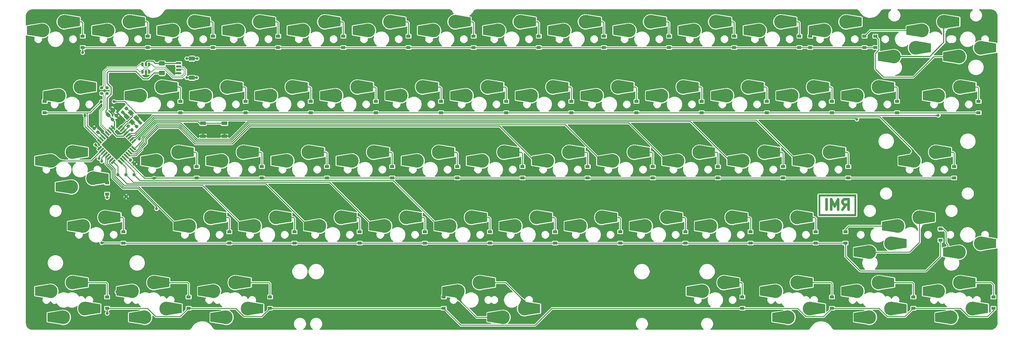
<source format=gbl>
G04 #@! TF.GenerationSoftware,KiCad,Pcbnew,(5.1.10)-1*
G04 #@! TF.CreationDate,2021-08-06T13:45:01+08:00*
G04 #@! TF.ProjectId,Bakeneko60-HS,42616b65-6e65-46b6-9f36-302d48532e6b,rev?*
G04 #@! TF.SameCoordinates,Original*
G04 #@! TF.FileFunction,Copper,L2,Bot*
G04 #@! TF.FilePolarity,Positive*
%FSLAX46Y46*%
G04 Gerber Fmt 4.6, Leading zero omitted, Abs format (unit mm)*
G04 Created by KiCad (PCBNEW (5.1.10)-1) date 2021-08-06 13:45:01*
%MOMM*%
%LPD*%
G01*
G04 APERTURE LIST*
%ADD10C,0.750000*%
G04 #@! TA.AperFunction,EtchedComponent*
%ADD11C,0.100000*%
G04 #@! TD*
G04 #@! TA.AperFunction,SMDPad,CuDef*
%ADD12R,1.200000X0.900000*%
G04 #@! TD*
G04 #@! TA.AperFunction,SMDPad,CuDef*
%ADD13C,1.000000*%
G04 #@! TD*
G04 #@! TA.AperFunction,ComponentPad*
%ADD14C,4.000000*%
G04 #@! TD*
G04 #@! TA.AperFunction,SMDPad,CuDef*
%ADD15R,0.650000X1.060000*%
G04 #@! TD*
G04 #@! TA.AperFunction,SMDPad,CuDef*
%ADD16R,1.700000X1.000000*%
G04 #@! TD*
G04 #@! TA.AperFunction,SMDPad,CuDef*
%ADD17C,1.000000*%
G04 #@! TD*
G04 #@! TA.AperFunction,ViaPad*
%ADD18C,0.800000*%
G04 #@! TD*
G04 #@! TA.AperFunction,Conductor*
%ADD19C,0.375000*%
G04 #@! TD*
G04 #@! TA.AperFunction,Conductor*
%ADD20C,0.250000*%
G04 #@! TD*
G04 #@! TA.AperFunction,Conductor*
%ADD21C,0.200000*%
G04 #@! TD*
G04 #@! TA.AperFunction,Conductor*
%ADD22C,0.254000*%
G04 #@! TD*
G04 #@! TA.AperFunction,Conductor*
%ADD23C,1.000000*%
G04 #@! TD*
G04 #@! TA.AperFunction,Conductor*
%ADD24C,0.025400*%
G04 #@! TD*
G04 APERTURE END LIST*
D10*
X230100000Y-49775892D02*
X231100000Y-48347321D01*
X231814285Y-49775892D02*
X231814285Y-46775892D01*
X230671428Y-46775892D01*
X230385714Y-46918750D01*
X230242857Y-47061607D01*
X230100000Y-47347321D01*
X230100000Y-47775892D01*
X230242857Y-48061607D01*
X230385714Y-48204464D01*
X230671428Y-48347321D01*
X231814285Y-48347321D01*
X228814285Y-49775892D02*
X228814285Y-46775892D01*
X227814285Y-48918750D01*
X226814285Y-46775892D01*
X226814285Y-49775892D01*
X225385714Y-49775892D02*
X225385714Y-46775892D01*
D11*
G36*
X234100000Y-45418750D02*
G01*
X223100000Y-45418750D01*
X223100000Y-45918750D01*
X234100000Y-45918750D01*
X234100000Y-45418750D01*
G37*
X234100000Y-45418750D02*
X223100000Y-45418750D01*
X223100000Y-45918750D01*
X234100000Y-45918750D01*
X234100000Y-45418750D01*
G36*
X234100000Y-51168750D02*
G01*
X223100000Y-51168750D01*
X223100000Y-51668750D01*
X234100000Y-51668750D01*
X234100000Y-51168750D01*
G37*
X234100000Y-51168750D02*
X223100000Y-51168750D01*
X223100000Y-51668750D01*
X234100000Y-51668750D01*
X234100000Y-51168750D01*
G36*
X234100000Y-45918750D02*
G01*
X233600000Y-45918750D01*
X233600000Y-51168750D01*
X234100000Y-51168750D01*
X234100000Y-45918750D01*
G37*
X234100000Y-45918750D02*
X233600000Y-45918750D01*
X233600000Y-51168750D01*
X234100000Y-51168750D01*
X234100000Y-45918750D01*
G36*
X223600000Y-45918750D02*
G01*
X223100000Y-45918750D01*
X223100000Y-51168750D01*
X223600000Y-51168750D01*
X223600000Y-45918750D01*
G37*
X223600000Y-45918750D02*
X223100000Y-45918750D01*
X223100000Y-51168750D01*
X223600000Y-51168750D01*
X223600000Y-45918750D01*
G04 #@! TA.AperFunction,SMDPad,CuDef*
G36*
G01*
X20608631Y-20783016D02*
X20255077Y-20429462D01*
G75*
G02*
X20255077Y-20111264I159099J159099D01*
G01*
X20573275Y-19793066D01*
G75*
G02*
X20891473Y-19793066I159099J-159099D01*
G01*
X21245027Y-20146620D01*
G75*
G02*
X21245027Y-20464818I-159099J-159099D01*
G01*
X20926829Y-20783016D01*
G75*
G02*
X20608631Y-20783016I-159099J159099D01*
G01*
G37*
G04 #@! TD.AperFunction*
G04 #@! TA.AperFunction,SMDPad,CuDef*
G36*
G01*
X19512615Y-21879032D02*
X19159061Y-21525478D01*
G75*
G02*
X19159061Y-21207280I159099J159099D01*
G01*
X19477259Y-20889082D01*
G75*
G02*
X19795457Y-20889082I159099J-159099D01*
G01*
X20149011Y-21242636D01*
G75*
G02*
X20149011Y-21560834I-159099J-159099D01*
G01*
X19830813Y-21879032D01*
G75*
G02*
X19512615Y-21879032I-159099J159099D01*
G01*
G37*
G04 #@! TD.AperFunction*
G04 #@! TA.AperFunction,SMDPad,CuDef*
G36*
G01*
X23859457Y-25080082D02*
X24213011Y-25433636D01*
G75*
G02*
X24213011Y-25751834I-159099J-159099D01*
G01*
X23894813Y-26070032D01*
G75*
G02*
X23576615Y-26070032I-159099J159099D01*
G01*
X23223061Y-25716478D01*
G75*
G02*
X23223061Y-25398280I159099J159099D01*
G01*
X23541259Y-25080082D01*
G75*
G02*
X23859457Y-25080082I159099J-159099D01*
G01*
G37*
G04 #@! TD.AperFunction*
G04 #@! TA.AperFunction,SMDPad,CuDef*
G36*
G01*
X24955473Y-23984066D02*
X25309027Y-24337620D01*
G75*
G02*
X25309027Y-24655818I-159099J-159099D01*
G01*
X24990829Y-24974016D01*
G75*
G02*
X24672631Y-24974016I-159099J159099D01*
G01*
X24319077Y-24620462D01*
G75*
G02*
X24319077Y-24302264I159099J159099D01*
G01*
X24637275Y-23984066D01*
G75*
G02*
X24955473Y-23984066I159099J-159099D01*
G01*
G37*
G04 #@! TD.AperFunction*
G04 #@! TA.AperFunction,SMDPad,CuDef*
G36*
G01*
X21733732Y-25601297D02*
X21380178Y-25954851D01*
G75*
G02*
X21061980Y-25954851I-159099J159099D01*
G01*
X20743782Y-25636653D01*
G75*
G02*
X20743782Y-25318455I159099J159099D01*
G01*
X21097336Y-24964901D01*
G75*
G02*
X21415534Y-24964901I159099J-159099D01*
G01*
X21733732Y-25283099D01*
G75*
G02*
X21733732Y-25601297I-159099J-159099D01*
G01*
G37*
G04 #@! TD.AperFunction*
G04 #@! TA.AperFunction,SMDPad,CuDef*
G36*
G01*
X22829748Y-26697313D02*
X22476194Y-27050867D01*
G75*
G02*
X22157996Y-27050867I-159099J159099D01*
G01*
X21839798Y-26732669D01*
G75*
G02*
X21839798Y-26414471I159099J159099D01*
G01*
X22193352Y-26060917D01*
G75*
G02*
X22511550Y-26060917I159099J-159099D01*
G01*
X22829748Y-26379115D01*
G75*
G02*
X22829748Y-26697313I-159099J-159099D01*
G01*
G37*
G04 #@! TD.AperFunction*
G04 #@! TA.AperFunction,SMDPad,CuDef*
G36*
G01*
X17615087Y-22902217D02*
X17261533Y-22548663D01*
G75*
G02*
X17261533Y-22230465I159099J159099D01*
G01*
X17579731Y-21912267D01*
G75*
G02*
X17897929Y-21912267I159099J-159099D01*
G01*
X18251483Y-22265821D01*
G75*
G02*
X18251483Y-22584019I-159099J-159099D01*
G01*
X17933285Y-22902217D01*
G75*
G02*
X17615087Y-22902217I-159099J159099D01*
G01*
G37*
G04 #@! TD.AperFunction*
G04 #@! TA.AperFunction,SMDPad,CuDef*
G36*
G01*
X16519071Y-23998233D02*
X16165517Y-23644679D01*
G75*
G02*
X16165517Y-23326481I159099J159099D01*
G01*
X16483715Y-23008283D01*
G75*
G02*
X16801913Y-23008283I159099J-159099D01*
G01*
X17155467Y-23361837D01*
G75*
G02*
X17155467Y-23680035I-159099J-159099D01*
G01*
X16837269Y-23998233D01*
G75*
G02*
X16519071Y-23998233I-159099J159099D01*
G01*
G37*
G04 #@! TD.AperFunction*
G04 #@! TA.AperFunction,SMDPad,CuDef*
G36*
G01*
X16719573Y-21448928D02*
X16047822Y-20777177D01*
G75*
G02*
X16047822Y-20423623I176777J176777D01*
G01*
X16401375Y-20070070D01*
G75*
G02*
X16754929Y-20070070I176777J-176777D01*
G01*
X17426680Y-20741821D01*
G75*
G02*
X17426680Y-21095375I-176777J-176777D01*
G01*
X17073127Y-21448928D01*
G75*
G02*
X16719573Y-21448928I-176777J176777D01*
G01*
G37*
G04 #@! TD.AperFunction*
G04 #@! TA.AperFunction,SMDPad,CuDef*
G36*
G01*
X15376071Y-22792430D02*
X14704320Y-22120679D01*
G75*
G02*
X14704320Y-21767125I176777J176777D01*
G01*
X15057873Y-21413572D01*
G75*
G02*
X15411427Y-21413572I176777J-176777D01*
G01*
X16083178Y-22085323D01*
G75*
G02*
X16083178Y-22438877I-176777J-176777D01*
G01*
X15729625Y-22792430D01*
G75*
G02*
X15376071Y-22792430I-176777J176777D01*
G01*
G37*
G04 #@! TD.AperFunction*
D12*
X7937500Y-2443750D03*
X7937500Y856250D03*
X26987500Y-2443750D03*
X26987500Y856250D03*
X46037500Y-2443750D03*
X46037500Y856250D03*
X65087500Y-2443750D03*
X65087500Y856250D03*
X84137500Y-2443750D03*
X84137500Y856250D03*
X103187500Y-2443750D03*
X103187500Y856250D03*
X122237500Y-2443750D03*
X122237500Y856250D03*
X141287500Y-2443750D03*
X141287500Y856250D03*
X160337500Y-2443750D03*
X160337500Y856250D03*
X179387500Y-2443750D03*
X179387500Y856250D03*
X198437500Y-2443750D03*
X198437500Y856250D03*
X217487500Y-2443750D03*
X217487500Y856250D03*
X220662500Y-2443750D03*
X220662500Y856250D03*
X236537500Y-2443750D03*
X236537500Y856250D03*
X-3175000Y-21493750D03*
X-3175000Y-18193750D03*
X36512500Y-21493750D03*
X36512500Y-18193750D03*
X55562500Y-21493750D03*
X55562500Y-18193750D03*
X74612500Y-21493750D03*
X74612500Y-18193750D03*
X93662500Y-21493750D03*
X93662500Y-18193750D03*
X112712500Y-21493750D03*
X112712500Y-18193750D03*
X131762500Y-21493750D03*
X131762500Y-18193750D03*
X150812500Y-21493750D03*
X150812500Y-18193750D03*
X169862500Y-21493750D03*
X169862500Y-18193750D03*
X188912500Y-21493750D03*
X188912500Y-18193750D03*
X227012500Y-21493750D03*
X227012500Y-18193750D03*
X246062500Y-21493750D03*
X246062500Y-18193750D03*
X269875000Y-21493750D03*
X269875000Y-18193750D03*
X15081250Y-45306250D03*
X15081250Y-42006250D03*
X41275000Y-40543750D03*
X41275000Y-37243750D03*
X60325000Y-40543750D03*
X60325000Y-37243750D03*
X79375000Y-40543750D03*
X79375000Y-37243750D03*
X98425000Y-40543750D03*
X98425000Y-37243750D03*
X117475000Y-40543750D03*
X117475000Y-37243750D03*
X136525000Y-40543750D03*
X136525000Y-37243750D03*
X155575000Y-40543750D03*
X155575000Y-37243750D03*
X174625000Y-40543750D03*
X174625000Y-37243750D03*
X193675000Y-40543750D03*
X193675000Y-37243750D03*
X212725000Y-40543750D03*
X212725000Y-37243750D03*
X231775000Y-40543750D03*
X231775000Y-37243750D03*
X262731250Y-40543750D03*
X262731250Y-37243750D03*
X19843750Y-59593750D03*
X19843750Y-56293750D03*
X50800000Y-59593750D03*
X50800000Y-56293750D03*
X69850000Y-59593750D03*
X69850000Y-56293750D03*
X88900000Y-59593750D03*
X88900000Y-56293750D03*
X107950000Y-59593750D03*
X107950000Y-56293750D03*
X127000000Y-59593750D03*
X127000000Y-56293750D03*
X146050000Y-59593750D03*
X146050000Y-56293750D03*
X165100000Y-59593750D03*
X165100000Y-56293750D03*
X184150000Y-59593750D03*
X184150000Y-56293750D03*
X203200000Y-59593750D03*
X203200000Y-56293750D03*
X222250000Y-59593750D03*
X222250000Y-56293750D03*
X230981250Y-59593750D03*
X230981250Y-56293750D03*
X258762500Y-58800000D03*
X258762500Y-55500000D03*
X15081250Y-78643750D03*
X15081250Y-75343750D03*
X38893750Y-78643750D03*
X38893750Y-75343750D03*
X62706250Y-78643750D03*
X62706250Y-75343750D03*
X113506250Y-78643750D03*
X113506250Y-75343750D03*
X200818750Y-78643750D03*
X200818750Y-75343750D03*
X227012500Y-78643750D03*
X227012500Y-75343750D03*
X250825000Y-78643750D03*
X250825000Y-75343750D03*
X274240625Y-78643750D03*
X274240625Y-75343750D03*
G04 #@! TA.AperFunction,SMDPad,CuDef*
G36*
G01*
X31740000Y-7725000D02*
X30490000Y-7725000D01*
G75*
G02*
X30240000Y-7475000I0J250000D01*
G01*
X30240000Y-6725000D01*
G75*
G02*
X30490000Y-6475000I250000J0D01*
G01*
X31740000Y-6475000D01*
G75*
G02*
X31990000Y-6725000I0J-250000D01*
G01*
X31990000Y-7475000D01*
G75*
G02*
X31740000Y-7725000I-250000J0D01*
G01*
G37*
G04 #@! TD.AperFunction*
G04 #@! TA.AperFunction,SMDPad,CuDef*
G36*
G01*
X31740000Y-10525000D02*
X30490000Y-10525000D01*
G75*
G02*
X30240000Y-10275000I0J250000D01*
G01*
X30240000Y-9525000D01*
G75*
G02*
X30490000Y-9275000I250000J0D01*
G01*
X31740000Y-9275000D01*
G75*
G02*
X31990000Y-9525000I0J-250000D01*
G01*
X31990000Y-10275000D01*
G75*
G02*
X31740000Y-10525000I-250000J0D01*
G01*
G37*
G04 #@! TD.AperFunction*
G04 #@! TA.AperFunction,SMDPad,CuDef*
G36*
G01*
X39224998Y-10700000D02*
X40525000Y-10700000D01*
G75*
G02*
X40774999Y-10949999I0J-249999D01*
G01*
X40774999Y-11650001D01*
G75*
G02*
X40525000Y-11900000I-249999J0D01*
G01*
X39224998Y-11900000D01*
G75*
G02*
X38974999Y-11650001I0J249999D01*
G01*
X38974999Y-10949999D01*
G75*
G02*
X39224998Y-10700000I249999J0D01*
G01*
G37*
G04 #@! TD.AperFunction*
G04 #@! TA.AperFunction,SMDPad,CuDef*
G36*
G01*
X39224998Y-5100000D02*
X40525000Y-5100000D01*
G75*
G02*
X40774999Y-5349999I0J-249999D01*
G01*
X40774999Y-6050001D01*
G75*
G02*
X40525000Y-6300000I-249999J0D01*
G01*
X39224998Y-6300000D01*
G75*
G02*
X38974999Y-6050001I0J249999D01*
G01*
X38974999Y-5349999D01*
G75*
G02*
X39224998Y-5100000I249999J0D01*
G01*
G37*
G04 #@! TD.AperFunction*
G04 #@! TA.AperFunction,SMDPad,CuDef*
G36*
G01*
X35374999Y-9700000D02*
X36624999Y-9700000D01*
G75*
G02*
X36774999Y-9850000I0J-150000D01*
G01*
X36774999Y-10150000D01*
G75*
G02*
X36624999Y-10300000I-150000J0D01*
G01*
X35374999Y-10300000D01*
G75*
G02*
X35224999Y-10150000I0J150000D01*
G01*
X35224999Y-9850000D01*
G75*
G02*
X35374999Y-9700000I150000J0D01*
G01*
G37*
G04 #@! TD.AperFunction*
G04 #@! TA.AperFunction,SMDPad,CuDef*
G36*
G01*
X35374999Y-8700000D02*
X36624999Y-8700000D01*
G75*
G02*
X36774999Y-8850000I0J-150000D01*
G01*
X36774999Y-9150000D01*
G75*
G02*
X36624999Y-9300000I-150000J0D01*
G01*
X35374999Y-9300000D01*
G75*
G02*
X35224999Y-9150000I0J150000D01*
G01*
X35224999Y-8850000D01*
G75*
G02*
X35374999Y-8700000I150000J0D01*
G01*
G37*
G04 #@! TD.AperFunction*
G04 #@! TA.AperFunction,SMDPad,CuDef*
G36*
G01*
X35374999Y-7700000D02*
X36624999Y-7700000D01*
G75*
G02*
X36774999Y-7850000I0J-150000D01*
G01*
X36774999Y-8150000D01*
G75*
G02*
X36624999Y-8300000I-150000J0D01*
G01*
X35374999Y-8300000D01*
G75*
G02*
X35224999Y-8150000I0J150000D01*
G01*
X35224999Y-7850000D01*
G75*
G02*
X35374999Y-7700000I150000J0D01*
G01*
G37*
G04 #@! TD.AperFunction*
G04 #@! TA.AperFunction,SMDPad,CuDef*
G36*
G01*
X35374999Y-6700000D02*
X36624999Y-6700000D01*
G75*
G02*
X36774999Y-6850000I0J-150000D01*
G01*
X36774999Y-7150000D01*
G75*
G02*
X36624999Y-7300000I-150000J0D01*
G01*
X35374999Y-7300000D01*
G75*
G02*
X35224999Y-7150000I0J150000D01*
G01*
X35224999Y-6850000D01*
G75*
G02*
X35374999Y-6700000I150000J0D01*
G01*
G37*
G04 #@! TD.AperFunction*
G04 #@! TA.AperFunction,SMDPad,CuDef*
D13*
G36*
X2597656Y7059779D02*
G01*
X7068056Y6348579D01*
X7077538Y6346098D01*
X7086354Y6341814D01*
X7094165Y6335893D01*
X7099394Y6330000D01*
X7116000Y6330000D01*
X7116000Y3830000D01*
X7099294Y3830000D01*
X7095555Y3825445D01*
X7087979Y3819227D01*
X7079334Y3814606D01*
X7068056Y3811421D01*
X2597656Y3100221D01*
X2587871Y3099637D01*
X2578161Y3100973D01*
X2568898Y3104178D01*
X2560439Y3109129D01*
X2553107Y3115635D01*
X2547186Y3123446D01*
X2542902Y3132262D01*
X2540421Y3141744D01*
X2539800Y3149600D01*
X2539800Y7010400D01*
X2540761Y7020155D01*
X2543606Y7029534D01*
X2548227Y7038179D01*
X2554445Y7045755D01*
X2562021Y7051973D01*
X2570666Y7056594D01*
X2580045Y7059439D01*
X2589800Y7060400D01*
X2597656Y7059779D01*
G37*
G04 #@! TD.AperFunction*
D14*
X-3810000Y2540000D03*
X2540000Y5080000D03*
G04 #@! TA.AperFunction,SMDPad,CuDef*
D13*
G36*
X-3798361Y4519027D02*
G01*
X-3789098Y4515822D01*
X-3780639Y4510871D01*
X-3773307Y4504365D01*
X-3767386Y4496554D01*
X-3763102Y4487738D01*
X-3760621Y4478256D01*
X-3760000Y4470400D01*
X-3760000Y609600D01*
X-3760961Y599845D01*
X-3763806Y590466D01*
X-3768427Y581821D01*
X-3774645Y574245D01*
X-3782221Y568027D01*
X-3790866Y563406D01*
X-3800245Y560561D01*
X-3810000Y559600D01*
X-3817856Y560221D01*
X-8288256Y1271421D01*
X-8297738Y1273902D01*
X-8306554Y1278186D01*
X-8314365Y1284107D01*
X-8319594Y1290000D01*
X-8360000Y1290000D01*
X-8360000Y3790000D01*
X-8319494Y3790000D01*
X-8315755Y3794555D01*
X-8308179Y3800773D01*
X-8299534Y3805394D01*
X-8288256Y3808579D01*
X-3817856Y4519779D01*
X-3808071Y4520363D01*
X-3798361Y4519027D01*
G37*
G04 #@! TD.AperFunction*
G04 #@! TA.AperFunction,SMDPad,CuDef*
G36*
X21647656Y7059779D02*
G01*
X26118056Y6348579D01*
X26127538Y6346098D01*
X26136354Y6341814D01*
X26144165Y6335893D01*
X26149394Y6330000D01*
X26166000Y6330000D01*
X26166000Y3830000D01*
X26149294Y3830000D01*
X26145555Y3825445D01*
X26137979Y3819227D01*
X26129334Y3814606D01*
X26118056Y3811421D01*
X21647656Y3100221D01*
X21637871Y3099637D01*
X21628161Y3100973D01*
X21618898Y3104178D01*
X21610439Y3109129D01*
X21603107Y3115635D01*
X21597186Y3123446D01*
X21592902Y3132262D01*
X21590421Y3141744D01*
X21589800Y3149600D01*
X21589800Y7010400D01*
X21590761Y7020155D01*
X21593606Y7029534D01*
X21598227Y7038179D01*
X21604445Y7045755D01*
X21612021Y7051973D01*
X21620666Y7056594D01*
X21630045Y7059439D01*
X21639800Y7060400D01*
X21647656Y7059779D01*
G37*
G04 #@! TD.AperFunction*
D14*
X15240000Y2540000D03*
X21590000Y5080000D03*
G04 #@! TA.AperFunction,SMDPad,CuDef*
D13*
G36*
X15251639Y4519027D02*
G01*
X15260902Y4515822D01*
X15269361Y4510871D01*
X15276693Y4504365D01*
X15282614Y4496554D01*
X15286898Y4487738D01*
X15289379Y4478256D01*
X15290000Y4470400D01*
X15290000Y609600D01*
X15289039Y599845D01*
X15286194Y590466D01*
X15281573Y581821D01*
X15275355Y574245D01*
X15267779Y568027D01*
X15259134Y563406D01*
X15249755Y560561D01*
X15240000Y559600D01*
X15232144Y560221D01*
X10761744Y1271421D01*
X10752262Y1273902D01*
X10743446Y1278186D01*
X10735635Y1284107D01*
X10730406Y1290000D01*
X10690000Y1290000D01*
X10690000Y3790000D01*
X10730506Y3790000D01*
X10734245Y3794555D01*
X10741821Y3800773D01*
X10750466Y3805394D01*
X10761744Y3808579D01*
X15232144Y4519779D01*
X15241929Y4520363D01*
X15251639Y4519027D01*
G37*
G04 #@! TD.AperFunction*
G04 #@! TA.AperFunction,SMDPad,CuDef*
G36*
X40697656Y7059779D02*
G01*
X45168056Y6348579D01*
X45177538Y6346098D01*
X45186354Y6341814D01*
X45194165Y6335893D01*
X45199394Y6330000D01*
X45216000Y6330000D01*
X45216000Y3830000D01*
X45199294Y3830000D01*
X45195555Y3825445D01*
X45187979Y3819227D01*
X45179334Y3814606D01*
X45168056Y3811421D01*
X40697656Y3100221D01*
X40687871Y3099637D01*
X40678161Y3100973D01*
X40668898Y3104178D01*
X40660439Y3109129D01*
X40653107Y3115635D01*
X40647186Y3123446D01*
X40642902Y3132262D01*
X40640421Y3141744D01*
X40639800Y3149600D01*
X40639800Y7010400D01*
X40640761Y7020155D01*
X40643606Y7029534D01*
X40648227Y7038179D01*
X40654445Y7045755D01*
X40662021Y7051973D01*
X40670666Y7056594D01*
X40680045Y7059439D01*
X40689800Y7060400D01*
X40697656Y7059779D01*
G37*
G04 #@! TD.AperFunction*
D14*
X34290000Y2540000D03*
X40640000Y5080000D03*
G04 #@! TA.AperFunction,SMDPad,CuDef*
D13*
G36*
X34301639Y4519027D02*
G01*
X34310902Y4515822D01*
X34319361Y4510871D01*
X34326693Y4504365D01*
X34332614Y4496554D01*
X34336898Y4487738D01*
X34339379Y4478256D01*
X34340000Y4470400D01*
X34340000Y609600D01*
X34339039Y599845D01*
X34336194Y590466D01*
X34331573Y581821D01*
X34325355Y574245D01*
X34317779Y568027D01*
X34309134Y563406D01*
X34299755Y560561D01*
X34290000Y559600D01*
X34282144Y560221D01*
X29811744Y1271421D01*
X29802262Y1273902D01*
X29793446Y1278186D01*
X29785635Y1284107D01*
X29780406Y1290000D01*
X29740000Y1290000D01*
X29740000Y3790000D01*
X29780506Y3790000D01*
X29784245Y3794555D01*
X29791821Y3800773D01*
X29800466Y3805394D01*
X29811744Y3808579D01*
X34282144Y4519779D01*
X34291929Y4520363D01*
X34301639Y4519027D01*
G37*
G04 #@! TD.AperFunction*
G04 #@! TA.AperFunction,SMDPad,CuDef*
G36*
X78797656Y7059779D02*
G01*
X83268056Y6348579D01*
X83277538Y6346098D01*
X83286354Y6341814D01*
X83294165Y6335893D01*
X83299394Y6330000D01*
X83316000Y6330000D01*
X83316000Y3830000D01*
X83299294Y3830000D01*
X83295555Y3825445D01*
X83287979Y3819227D01*
X83279334Y3814606D01*
X83268056Y3811421D01*
X78797656Y3100221D01*
X78787871Y3099637D01*
X78778161Y3100973D01*
X78768898Y3104178D01*
X78760439Y3109129D01*
X78753107Y3115635D01*
X78747186Y3123446D01*
X78742902Y3132262D01*
X78740421Y3141744D01*
X78739800Y3149600D01*
X78739800Y7010400D01*
X78740761Y7020155D01*
X78743606Y7029534D01*
X78748227Y7038179D01*
X78754445Y7045755D01*
X78762021Y7051973D01*
X78770666Y7056594D01*
X78780045Y7059439D01*
X78789800Y7060400D01*
X78797656Y7059779D01*
G37*
G04 #@! TD.AperFunction*
D14*
X72390000Y2540000D03*
X78740000Y5080000D03*
G04 #@! TA.AperFunction,SMDPad,CuDef*
D13*
G36*
X72401639Y4519027D02*
G01*
X72410902Y4515822D01*
X72419361Y4510871D01*
X72426693Y4504365D01*
X72432614Y4496554D01*
X72436898Y4487738D01*
X72439379Y4478256D01*
X72440000Y4470400D01*
X72440000Y609600D01*
X72439039Y599845D01*
X72436194Y590466D01*
X72431573Y581821D01*
X72425355Y574245D01*
X72417779Y568027D01*
X72409134Y563406D01*
X72399755Y560561D01*
X72390000Y559600D01*
X72382144Y560221D01*
X67911744Y1271421D01*
X67902262Y1273902D01*
X67893446Y1278186D01*
X67885635Y1284107D01*
X67880406Y1290000D01*
X67840000Y1290000D01*
X67840000Y3790000D01*
X67880506Y3790000D01*
X67884245Y3794555D01*
X67891821Y3800773D01*
X67900466Y3805394D01*
X67911744Y3808579D01*
X72382144Y4519779D01*
X72391929Y4520363D01*
X72401639Y4519027D01*
G37*
G04 #@! TD.AperFunction*
G04 #@! TA.AperFunction,SMDPad,CuDef*
G36*
X97847656Y7059779D02*
G01*
X102318056Y6348579D01*
X102327538Y6346098D01*
X102336354Y6341814D01*
X102344165Y6335893D01*
X102349394Y6330000D01*
X102366000Y6330000D01*
X102366000Y3830000D01*
X102349294Y3830000D01*
X102345555Y3825445D01*
X102337979Y3819227D01*
X102329334Y3814606D01*
X102318056Y3811421D01*
X97847656Y3100221D01*
X97837871Y3099637D01*
X97828161Y3100973D01*
X97818898Y3104178D01*
X97810439Y3109129D01*
X97803107Y3115635D01*
X97797186Y3123446D01*
X97792902Y3132262D01*
X97790421Y3141744D01*
X97789800Y3149600D01*
X97789800Y7010400D01*
X97790761Y7020155D01*
X97793606Y7029534D01*
X97798227Y7038179D01*
X97804445Y7045755D01*
X97812021Y7051973D01*
X97820666Y7056594D01*
X97830045Y7059439D01*
X97839800Y7060400D01*
X97847656Y7059779D01*
G37*
G04 #@! TD.AperFunction*
D14*
X91440000Y2540000D03*
X97790000Y5080000D03*
G04 #@! TA.AperFunction,SMDPad,CuDef*
D13*
G36*
X91451639Y4519027D02*
G01*
X91460902Y4515822D01*
X91469361Y4510871D01*
X91476693Y4504365D01*
X91482614Y4496554D01*
X91486898Y4487738D01*
X91489379Y4478256D01*
X91490000Y4470400D01*
X91490000Y609600D01*
X91489039Y599845D01*
X91486194Y590466D01*
X91481573Y581821D01*
X91475355Y574245D01*
X91467779Y568027D01*
X91459134Y563406D01*
X91449755Y560561D01*
X91440000Y559600D01*
X91432144Y560221D01*
X86961744Y1271421D01*
X86952262Y1273902D01*
X86943446Y1278186D01*
X86935635Y1284107D01*
X86930406Y1290000D01*
X86890000Y1290000D01*
X86890000Y3790000D01*
X86930506Y3790000D01*
X86934245Y3794555D01*
X86941821Y3800773D01*
X86950466Y3805394D01*
X86961744Y3808579D01*
X91432144Y4519779D01*
X91441929Y4520363D01*
X91451639Y4519027D01*
G37*
G04 #@! TD.AperFunction*
G04 #@! TA.AperFunction,SMDPad,CuDef*
G36*
X116897656Y7059779D02*
G01*
X121368056Y6348579D01*
X121377538Y6346098D01*
X121386354Y6341814D01*
X121394165Y6335893D01*
X121399394Y6330000D01*
X121416000Y6330000D01*
X121416000Y3830000D01*
X121399294Y3830000D01*
X121395555Y3825445D01*
X121387979Y3819227D01*
X121379334Y3814606D01*
X121368056Y3811421D01*
X116897656Y3100221D01*
X116887871Y3099637D01*
X116878161Y3100973D01*
X116868898Y3104178D01*
X116860439Y3109129D01*
X116853107Y3115635D01*
X116847186Y3123446D01*
X116842902Y3132262D01*
X116840421Y3141744D01*
X116839800Y3149600D01*
X116839800Y7010400D01*
X116840761Y7020155D01*
X116843606Y7029534D01*
X116848227Y7038179D01*
X116854445Y7045755D01*
X116862021Y7051973D01*
X116870666Y7056594D01*
X116880045Y7059439D01*
X116889800Y7060400D01*
X116897656Y7059779D01*
G37*
G04 #@! TD.AperFunction*
D14*
X110490000Y2540000D03*
X116840000Y5080000D03*
G04 #@! TA.AperFunction,SMDPad,CuDef*
D13*
G36*
X110501639Y4519027D02*
G01*
X110510902Y4515822D01*
X110519361Y4510871D01*
X110526693Y4504365D01*
X110532614Y4496554D01*
X110536898Y4487738D01*
X110539379Y4478256D01*
X110540000Y4470400D01*
X110540000Y609600D01*
X110539039Y599845D01*
X110536194Y590466D01*
X110531573Y581821D01*
X110525355Y574245D01*
X110517779Y568027D01*
X110509134Y563406D01*
X110499755Y560561D01*
X110490000Y559600D01*
X110482144Y560221D01*
X106011744Y1271421D01*
X106002262Y1273902D01*
X105993446Y1278186D01*
X105985635Y1284107D01*
X105980406Y1290000D01*
X105940000Y1290000D01*
X105940000Y3790000D01*
X105980506Y3790000D01*
X105984245Y3794555D01*
X105991821Y3800773D01*
X106000466Y3805394D01*
X106011744Y3808579D01*
X110482144Y4519779D01*
X110491929Y4520363D01*
X110501639Y4519027D01*
G37*
G04 #@! TD.AperFunction*
G04 #@! TA.AperFunction,SMDPad,CuDef*
G36*
X135947656Y7059779D02*
G01*
X140418056Y6348579D01*
X140427538Y6346098D01*
X140436354Y6341814D01*
X140444165Y6335893D01*
X140449394Y6330000D01*
X140466000Y6330000D01*
X140466000Y3830000D01*
X140449294Y3830000D01*
X140445555Y3825445D01*
X140437979Y3819227D01*
X140429334Y3814606D01*
X140418056Y3811421D01*
X135947656Y3100221D01*
X135937871Y3099637D01*
X135928161Y3100973D01*
X135918898Y3104178D01*
X135910439Y3109129D01*
X135903107Y3115635D01*
X135897186Y3123446D01*
X135892902Y3132262D01*
X135890421Y3141744D01*
X135889800Y3149600D01*
X135889800Y7010400D01*
X135890761Y7020155D01*
X135893606Y7029534D01*
X135898227Y7038179D01*
X135904445Y7045755D01*
X135912021Y7051973D01*
X135920666Y7056594D01*
X135930045Y7059439D01*
X135939800Y7060400D01*
X135947656Y7059779D01*
G37*
G04 #@! TD.AperFunction*
D14*
X129540000Y2540000D03*
X135890000Y5080000D03*
G04 #@! TA.AperFunction,SMDPad,CuDef*
D13*
G36*
X129551639Y4519027D02*
G01*
X129560902Y4515822D01*
X129569361Y4510871D01*
X129576693Y4504365D01*
X129582614Y4496554D01*
X129586898Y4487738D01*
X129589379Y4478256D01*
X129590000Y4470400D01*
X129590000Y609600D01*
X129589039Y599845D01*
X129586194Y590466D01*
X129581573Y581821D01*
X129575355Y574245D01*
X129567779Y568027D01*
X129559134Y563406D01*
X129549755Y560561D01*
X129540000Y559600D01*
X129532144Y560221D01*
X125061744Y1271421D01*
X125052262Y1273902D01*
X125043446Y1278186D01*
X125035635Y1284107D01*
X125030406Y1290000D01*
X124990000Y1290000D01*
X124990000Y3790000D01*
X125030506Y3790000D01*
X125034245Y3794555D01*
X125041821Y3800773D01*
X125050466Y3805394D01*
X125061744Y3808579D01*
X129532144Y4519779D01*
X129541929Y4520363D01*
X129551639Y4519027D01*
G37*
G04 #@! TD.AperFunction*
G04 #@! TA.AperFunction,SMDPad,CuDef*
G36*
X154997656Y7059779D02*
G01*
X159468056Y6348579D01*
X159477538Y6346098D01*
X159486354Y6341814D01*
X159494165Y6335893D01*
X159499394Y6330000D01*
X159516000Y6330000D01*
X159516000Y3830000D01*
X159499294Y3830000D01*
X159495555Y3825445D01*
X159487979Y3819227D01*
X159479334Y3814606D01*
X159468056Y3811421D01*
X154997656Y3100221D01*
X154987871Y3099637D01*
X154978161Y3100973D01*
X154968898Y3104178D01*
X154960439Y3109129D01*
X154953107Y3115635D01*
X154947186Y3123446D01*
X154942902Y3132262D01*
X154940421Y3141744D01*
X154939800Y3149600D01*
X154939800Y7010400D01*
X154940761Y7020155D01*
X154943606Y7029534D01*
X154948227Y7038179D01*
X154954445Y7045755D01*
X154962021Y7051973D01*
X154970666Y7056594D01*
X154980045Y7059439D01*
X154989800Y7060400D01*
X154997656Y7059779D01*
G37*
G04 #@! TD.AperFunction*
D14*
X148590000Y2540000D03*
X154940000Y5080000D03*
G04 #@! TA.AperFunction,SMDPad,CuDef*
D13*
G36*
X148601639Y4519027D02*
G01*
X148610902Y4515822D01*
X148619361Y4510871D01*
X148626693Y4504365D01*
X148632614Y4496554D01*
X148636898Y4487738D01*
X148639379Y4478256D01*
X148640000Y4470400D01*
X148640000Y609600D01*
X148639039Y599845D01*
X148636194Y590466D01*
X148631573Y581821D01*
X148625355Y574245D01*
X148617779Y568027D01*
X148609134Y563406D01*
X148599755Y560561D01*
X148590000Y559600D01*
X148582144Y560221D01*
X144111744Y1271421D01*
X144102262Y1273902D01*
X144093446Y1278186D01*
X144085635Y1284107D01*
X144080406Y1290000D01*
X144040000Y1290000D01*
X144040000Y3790000D01*
X144080506Y3790000D01*
X144084245Y3794555D01*
X144091821Y3800773D01*
X144100466Y3805394D01*
X144111744Y3808579D01*
X148582144Y4519779D01*
X148591929Y4520363D01*
X148601639Y4519027D01*
G37*
G04 #@! TD.AperFunction*
G04 #@! TA.AperFunction,SMDPad,CuDef*
G36*
X174047656Y7059779D02*
G01*
X178518056Y6348579D01*
X178527538Y6346098D01*
X178536354Y6341814D01*
X178544165Y6335893D01*
X178549394Y6330000D01*
X178566000Y6330000D01*
X178566000Y3830000D01*
X178549294Y3830000D01*
X178545555Y3825445D01*
X178537979Y3819227D01*
X178529334Y3814606D01*
X178518056Y3811421D01*
X174047656Y3100221D01*
X174037871Y3099637D01*
X174028161Y3100973D01*
X174018898Y3104178D01*
X174010439Y3109129D01*
X174003107Y3115635D01*
X173997186Y3123446D01*
X173992902Y3132262D01*
X173990421Y3141744D01*
X173989800Y3149600D01*
X173989800Y7010400D01*
X173990761Y7020155D01*
X173993606Y7029534D01*
X173998227Y7038179D01*
X174004445Y7045755D01*
X174012021Y7051973D01*
X174020666Y7056594D01*
X174030045Y7059439D01*
X174039800Y7060400D01*
X174047656Y7059779D01*
G37*
G04 #@! TD.AperFunction*
D14*
X167640000Y2540000D03*
X173990000Y5080000D03*
G04 #@! TA.AperFunction,SMDPad,CuDef*
D13*
G36*
X167651639Y4519027D02*
G01*
X167660902Y4515822D01*
X167669361Y4510871D01*
X167676693Y4504365D01*
X167682614Y4496554D01*
X167686898Y4487738D01*
X167689379Y4478256D01*
X167690000Y4470400D01*
X167690000Y609600D01*
X167689039Y599845D01*
X167686194Y590466D01*
X167681573Y581821D01*
X167675355Y574245D01*
X167667779Y568027D01*
X167659134Y563406D01*
X167649755Y560561D01*
X167640000Y559600D01*
X167632144Y560221D01*
X163161744Y1271421D01*
X163152262Y1273902D01*
X163143446Y1278186D01*
X163135635Y1284107D01*
X163130406Y1290000D01*
X163090000Y1290000D01*
X163090000Y3790000D01*
X163130506Y3790000D01*
X163134245Y3794555D01*
X163141821Y3800773D01*
X163150466Y3805394D01*
X163161744Y3808579D01*
X167632144Y4519779D01*
X167641929Y4520363D01*
X167651639Y4519027D01*
G37*
G04 #@! TD.AperFunction*
G04 #@! TA.AperFunction,SMDPad,CuDef*
G36*
X193097656Y7059779D02*
G01*
X197568056Y6348579D01*
X197577538Y6346098D01*
X197586354Y6341814D01*
X197594165Y6335893D01*
X197599394Y6330000D01*
X197616000Y6330000D01*
X197616000Y3830000D01*
X197599294Y3830000D01*
X197595555Y3825445D01*
X197587979Y3819227D01*
X197579334Y3814606D01*
X197568056Y3811421D01*
X193097656Y3100221D01*
X193087871Y3099637D01*
X193078161Y3100973D01*
X193068898Y3104178D01*
X193060439Y3109129D01*
X193053107Y3115635D01*
X193047186Y3123446D01*
X193042902Y3132262D01*
X193040421Y3141744D01*
X193039800Y3149600D01*
X193039800Y7010400D01*
X193040761Y7020155D01*
X193043606Y7029534D01*
X193048227Y7038179D01*
X193054445Y7045755D01*
X193062021Y7051973D01*
X193070666Y7056594D01*
X193080045Y7059439D01*
X193089800Y7060400D01*
X193097656Y7059779D01*
G37*
G04 #@! TD.AperFunction*
D14*
X186690000Y2540000D03*
X193040000Y5080000D03*
G04 #@! TA.AperFunction,SMDPad,CuDef*
D13*
G36*
X186701639Y4519027D02*
G01*
X186710902Y4515822D01*
X186719361Y4510871D01*
X186726693Y4504365D01*
X186732614Y4496554D01*
X186736898Y4487738D01*
X186739379Y4478256D01*
X186740000Y4470400D01*
X186740000Y609600D01*
X186739039Y599845D01*
X186736194Y590466D01*
X186731573Y581821D01*
X186725355Y574245D01*
X186717779Y568027D01*
X186709134Y563406D01*
X186699755Y560561D01*
X186690000Y559600D01*
X186682144Y560221D01*
X182211744Y1271421D01*
X182202262Y1273902D01*
X182193446Y1278186D01*
X182185635Y1284107D01*
X182180406Y1290000D01*
X182140000Y1290000D01*
X182140000Y3790000D01*
X182180506Y3790000D01*
X182184245Y3794555D01*
X182191821Y3800773D01*
X182200466Y3805394D01*
X182211744Y3808579D01*
X186682144Y4519779D01*
X186691929Y4520363D01*
X186701639Y4519027D01*
G37*
G04 #@! TD.AperFunction*
G04 #@! TA.AperFunction,SMDPad,CuDef*
G36*
X212147656Y7059779D02*
G01*
X216618056Y6348579D01*
X216627538Y6346098D01*
X216636354Y6341814D01*
X216644165Y6335893D01*
X216649394Y6330000D01*
X216666000Y6330000D01*
X216666000Y3830000D01*
X216649294Y3830000D01*
X216645555Y3825445D01*
X216637979Y3819227D01*
X216629334Y3814606D01*
X216618056Y3811421D01*
X212147656Y3100221D01*
X212137871Y3099637D01*
X212128161Y3100973D01*
X212118898Y3104178D01*
X212110439Y3109129D01*
X212103107Y3115635D01*
X212097186Y3123446D01*
X212092902Y3132262D01*
X212090421Y3141744D01*
X212089800Y3149600D01*
X212089800Y7010400D01*
X212090761Y7020155D01*
X212093606Y7029534D01*
X212098227Y7038179D01*
X212104445Y7045755D01*
X212112021Y7051973D01*
X212120666Y7056594D01*
X212130045Y7059439D01*
X212139800Y7060400D01*
X212147656Y7059779D01*
G37*
G04 #@! TD.AperFunction*
D14*
X205740000Y2540000D03*
X212090000Y5080000D03*
G04 #@! TA.AperFunction,SMDPad,CuDef*
D13*
G36*
X205751639Y4519027D02*
G01*
X205760902Y4515822D01*
X205769361Y4510871D01*
X205776693Y4504365D01*
X205782614Y4496554D01*
X205786898Y4487738D01*
X205789379Y4478256D01*
X205790000Y4470400D01*
X205790000Y609600D01*
X205789039Y599845D01*
X205786194Y590466D01*
X205781573Y581821D01*
X205775355Y574245D01*
X205767779Y568027D01*
X205759134Y563406D01*
X205749755Y560561D01*
X205740000Y559600D01*
X205732144Y560221D01*
X201261744Y1271421D01*
X201252262Y1273902D01*
X201243446Y1278186D01*
X201235635Y1284107D01*
X201230406Y1290000D01*
X201190000Y1290000D01*
X201190000Y3790000D01*
X201230506Y3790000D01*
X201234245Y3794555D01*
X201241821Y3800773D01*
X201250466Y3805394D01*
X201261744Y3808579D01*
X205732144Y4519779D01*
X205741929Y4520363D01*
X205751639Y4519027D01*
G37*
G04 #@! TD.AperFunction*
G04 #@! TA.AperFunction,SMDPad,CuDef*
G36*
X231197656Y7059779D02*
G01*
X235668056Y6348579D01*
X235677538Y6346098D01*
X235686354Y6341814D01*
X235694165Y6335893D01*
X235699394Y6330000D01*
X235716000Y6330000D01*
X235716000Y3830000D01*
X235699294Y3830000D01*
X235695555Y3825445D01*
X235687979Y3819227D01*
X235679334Y3814606D01*
X235668056Y3811421D01*
X231197656Y3100221D01*
X231187871Y3099637D01*
X231178161Y3100973D01*
X231168898Y3104178D01*
X231160439Y3109129D01*
X231153107Y3115635D01*
X231147186Y3123446D01*
X231142902Y3132262D01*
X231140421Y3141744D01*
X231139800Y3149600D01*
X231139800Y7010400D01*
X231140761Y7020155D01*
X231143606Y7029534D01*
X231148227Y7038179D01*
X231154445Y7045755D01*
X231162021Y7051973D01*
X231170666Y7056594D01*
X231180045Y7059439D01*
X231189800Y7060400D01*
X231197656Y7059779D01*
G37*
G04 #@! TD.AperFunction*
D14*
X224790000Y2540000D03*
X231140000Y5080000D03*
G04 #@! TA.AperFunction,SMDPad,CuDef*
D13*
G36*
X224801639Y4519027D02*
G01*
X224810902Y4515822D01*
X224819361Y4510871D01*
X224826693Y4504365D01*
X224832614Y4496554D01*
X224836898Y4487738D01*
X224839379Y4478256D01*
X224840000Y4470400D01*
X224840000Y609600D01*
X224839039Y599845D01*
X224836194Y590466D01*
X224831573Y581821D01*
X224825355Y574245D01*
X224817779Y568027D01*
X224809134Y563406D01*
X224799755Y560561D01*
X224790000Y559600D01*
X224782144Y560221D01*
X220311744Y1271421D01*
X220302262Y1273902D01*
X220293446Y1278186D01*
X220285635Y1284107D01*
X220280406Y1290000D01*
X220240000Y1290000D01*
X220240000Y3790000D01*
X220280506Y3790000D01*
X220284245Y3794555D01*
X220291821Y3800773D01*
X220300466Y3805394D01*
X220311744Y3808579D01*
X224782144Y4519779D01*
X224791929Y4520363D01*
X224801639Y4519027D01*
G37*
G04 #@! TD.AperFunction*
G04 #@! TA.AperFunction,SMDPad,CuDef*
G36*
X259772656Y7059779D02*
G01*
X264243056Y6348579D01*
X264252538Y6346098D01*
X264261354Y6341814D01*
X264269165Y6335893D01*
X264274394Y6330000D01*
X264291000Y6330000D01*
X264291000Y3830000D01*
X264274294Y3830000D01*
X264270555Y3825445D01*
X264262979Y3819227D01*
X264254334Y3814606D01*
X264243056Y3811421D01*
X259772656Y3100221D01*
X259762871Y3099637D01*
X259753161Y3100973D01*
X259743898Y3104178D01*
X259735439Y3109129D01*
X259728107Y3115635D01*
X259722186Y3123446D01*
X259717902Y3132262D01*
X259715421Y3141744D01*
X259714800Y3149600D01*
X259714800Y7010400D01*
X259715761Y7020155D01*
X259718606Y7029534D01*
X259723227Y7038179D01*
X259729445Y7045755D01*
X259737021Y7051973D01*
X259745666Y7056594D01*
X259755045Y7059439D01*
X259764800Y7060400D01*
X259772656Y7059779D01*
G37*
G04 #@! TD.AperFunction*
D14*
X253365000Y2540000D03*
X259715000Y5080000D03*
G04 #@! TA.AperFunction,SMDPad,CuDef*
D13*
G36*
X253376639Y4519027D02*
G01*
X253385902Y4515822D01*
X253394361Y4510871D01*
X253401693Y4504365D01*
X253407614Y4496554D01*
X253411898Y4487738D01*
X253414379Y4478256D01*
X253415000Y4470400D01*
X253415000Y609600D01*
X253414039Y599845D01*
X253411194Y590466D01*
X253406573Y581821D01*
X253400355Y574245D01*
X253392779Y568027D01*
X253384134Y563406D01*
X253374755Y560561D01*
X253365000Y559600D01*
X253357144Y560221D01*
X248886744Y1271421D01*
X248877262Y1273902D01*
X248868446Y1278186D01*
X248860635Y1284107D01*
X248855406Y1290000D01*
X248815000Y1290000D01*
X248815000Y3790000D01*
X248855506Y3790000D01*
X248859245Y3794555D01*
X248866821Y3800773D01*
X248875466Y3805394D01*
X248886744Y3808579D01*
X253357144Y4519779D01*
X253366929Y4520363D01*
X253376639Y4519027D01*
G37*
G04 #@! TD.AperFunction*
G04 #@! TA.AperFunction,SMDPad,CuDef*
G36*
X964139Y-14530973D02*
G01*
X973402Y-14534178D01*
X981861Y-14539129D01*
X989193Y-14545635D01*
X995114Y-14553446D01*
X999398Y-14562262D01*
X1001879Y-14571744D01*
X1002500Y-14579600D01*
X1002500Y-18440400D01*
X1001539Y-18450155D01*
X998694Y-18459534D01*
X994073Y-18468179D01*
X987855Y-18475755D01*
X980279Y-18481973D01*
X971634Y-18486594D01*
X962255Y-18489439D01*
X952500Y-18490400D01*
X944644Y-18489779D01*
X-3525756Y-17778579D01*
X-3535238Y-17776098D01*
X-3544054Y-17771814D01*
X-3551865Y-17765893D01*
X-3557094Y-17760000D01*
X-3597500Y-17760000D01*
X-3597500Y-15260000D01*
X-3556994Y-15260000D01*
X-3553255Y-15255445D01*
X-3545679Y-15249227D01*
X-3537034Y-15244606D01*
X-3525756Y-15241421D01*
X944644Y-14530221D01*
X954429Y-14529637D01*
X964139Y-14530973D01*
G37*
G04 #@! TD.AperFunction*
G04 #@! TA.AperFunction,SMDPad,CuDef*
G36*
X7360156Y-11990221D02*
G01*
X11830556Y-12701421D01*
X11840038Y-12703902D01*
X11848854Y-12708186D01*
X11856665Y-12714107D01*
X11861894Y-12720000D01*
X11878500Y-12720000D01*
X11878500Y-15220000D01*
X11861794Y-15220000D01*
X11858055Y-15224555D01*
X11850479Y-15230773D01*
X11841834Y-15235394D01*
X11830556Y-15238579D01*
X7360156Y-15949779D01*
X7350371Y-15950363D01*
X7340661Y-15949027D01*
X7331398Y-15945822D01*
X7322939Y-15940871D01*
X7315607Y-15934365D01*
X7309686Y-15926554D01*
X7305402Y-15917738D01*
X7302921Y-15908256D01*
X7302300Y-15900400D01*
X7302300Y-12039600D01*
X7303261Y-12029845D01*
X7306106Y-12020466D01*
X7310727Y-12011821D01*
X7316945Y-12004245D01*
X7324521Y-11998027D01*
X7333166Y-11993406D01*
X7342545Y-11990561D01*
X7352300Y-11989600D01*
X7360156Y-11990221D01*
G37*
G04 #@! TD.AperFunction*
D14*
X952500Y-16510000D03*
X7302500Y-13970000D03*
G04 #@! TA.AperFunction,SMDPad,CuDef*
D13*
G36*
X31172656Y-11990221D02*
G01*
X35643056Y-12701421D01*
X35652538Y-12703902D01*
X35661354Y-12708186D01*
X35669165Y-12714107D01*
X35674394Y-12720000D01*
X35691000Y-12720000D01*
X35691000Y-15220000D01*
X35674294Y-15220000D01*
X35670555Y-15224555D01*
X35662979Y-15230773D01*
X35654334Y-15235394D01*
X35643056Y-15238579D01*
X31172656Y-15949779D01*
X31162871Y-15950363D01*
X31153161Y-15949027D01*
X31143898Y-15945822D01*
X31135439Y-15940871D01*
X31128107Y-15934365D01*
X31122186Y-15926554D01*
X31117902Y-15917738D01*
X31115421Y-15908256D01*
X31114800Y-15900400D01*
X31114800Y-12039600D01*
X31115761Y-12029845D01*
X31118606Y-12020466D01*
X31123227Y-12011821D01*
X31129445Y-12004245D01*
X31137021Y-11998027D01*
X31145666Y-11993406D01*
X31155045Y-11990561D01*
X31164800Y-11989600D01*
X31172656Y-11990221D01*
G37*
G04 #@! TD.AperFunction*
D14*
X24765000Y-16510000D03*
X31115000Y-13970000D03*
G04 #@! TA.AperFunction,SMDPad,CuDef*
D13*
G36*
X24776639Y-14530973D02*
G01*
X24785902Y-14534178D01*
X24794361Y-14539129D01*
X24801693Y-14545635D01*
X24807614Y-14553446D01*
X24811898Y-14562262D01*
X24814379Y-14571744D01*
X24815000Y-14579600D01*
X24815000Y-18440400D01*
X24814039Y-18450155D01*
X24811194Y-18459534D01*
X24806573Y-18468179D01*
X24800355Y-18475755D01*
X24792779Y-18481973D01*
X24784134Y-18486594D01*
X24774755Y-18489439D01*
X24765000Y-18490400D01*
X24757144Y-18489779D01*
X20286744Y-17778579D01*
X20277262Y-17776098D01*
X20268446Y-17771814D01*
X20260635Y-17765893D01*
X20255406Y-17760000D01*
X20215000Y-17760000D01*
X20215000Y-15260000D01*
X20255506Y-15260000D01*
X20259245Y-15255445D01*
X20266821Y-15249227D01*
X20275466Y-15244606D01*
X20286744Y-15241421D01*
X24757144Y-14530221D01*
X24766929Y-14529637D01*
X24776639Y-14530973D01*
G37*
G04 #@! TD.AperFunction*
G04 #@! TA.AperFunction,SMDPad,CuDef*
G36*
X50222656Y-11990221D02*
G01*
X54693056Y-12701421D01*
X54702538Y-12703902D01*
X54711354Y-12708186D01*
X54719165Y-12714107D01*
X54724394Y-12720000D01*
X54741000Y-12720000D01*
X54741000Y-15220000D01*
X54724294Y-15220000D01*
X54720555Y-15224555D01*
X54712979Y-15230773D01*
X54704334Y-15235394D01*
X54693056Y-15238579D01*
X50222656Y-15949779D01*
X50212871Y-15950363D01*
X50203161Y-15949027D01*
X50193898Y-15945822D01*
X50185439Y-15940871D01*
X50178107Y-15934365D01*
X50172186Y-15926554D01*
X50167902Y-15917738D01*
X50165421Y-15908256D01*
X50164800Y-15900400D01*
X50164800Y-12039600D01*
X50165761Y-12029845D01*
X50168606Y-12020466D01*
X50173227Y-12011821D01*
X50179445Y-12004245D01*
X50187021Y-11998027D01*
X50195666Y-11993406D01*
X50205045Y-11990561D01*
X50214800Y-11989600D01*
X50222656Y-11990221D01*
G37*
G04 #@! TD.AperFunction*
D14*
X43815000Y-16510000D03*
X50165000Y-13970000D03*
G04 #@! TA.AperFunction,SMDPad,CuDef*
D13*
G36*
X43826639Y-14530973D02*
G01*
X43835902Y-14534178D01*
X43844361Y-14539129D01*
X43851693Y-14545635D01*
X43857614Y-14553446D01*
X43861898Y-14562262D01*
X43864379Y-14571744D01*
X43865000Y-14579600D01*
X43865000Y-18440400D01*
X43864039Y-18450155D01*
X43861194Y-18459534D01*
X43856573Y-18468179D01*
X43850355Y-18475755D01*
X43842779Y-18481973D01*
X43834134Y-18486594D01*
X43824755Y-18489439D01*
X43815000Y-18490400D01*
X43807144Y-18489779D01*
X39336744Y-17778579D01*
X39327262Y-17776098D01*
X39318446Y-17771814D01*
X39310635Y-17765893D01*
X39305406Y-17760000D01*
X39265000Y-17760000D01*
X39265000Y-15260000D01*
X39305506Y-15260000D01*
X39309245Y-15255445D01*
X39316821Y-15249227D01*
X39325466Y-15244606D01*
X39336744Y-15241421D01*
X43807144Y-14530221D01*
X43816929Y-14529637D01*
X43826639Y-14530973D01*
G37*
G04 #@! TD.AperFunction*
G04 #@! TA.AperFunction,SMDPad,CuDef*
G36*
X69272656Y-11990221D02*
G01*
X73743056Y-12701421D01*
X73752538Y-12703902D01*
X73761354Y-12708186D01*
X73769165Y-12714107D01*
X73774394Y-12720000D01*
X73791000Y-12720000D01*
X73791000Y-15220000D01*
X73774294Y-15220000D01*
X73770555Y-15224555D01*
X73762979Y-15230773D01*
X73754334Y-15235394D01*
X73743056Y-15238579D01*
X69272656Y-15949779D01*
X69262871Y-15950363D01*
X69253161Y-15949027D01*
X69243898Y-15945822D01*
X69235439Y-15940871D01*
X69228107Y-15934365D01*
X69222186Y-15926554D01*
X69217902Y-15917738D01*
X69215421Y-15908256D01*
X69214800Y-15900400D01*
X69214800Y-12039600D01*
X69215761Y-12029845D01*
X69218606Y-12020466D01*
X69223227Y-12011821D01*
X69229445Y-12004245D01*
X69237021Y-11998027D01*
X69245666Y-11993406D01*
X69255045Y-11990561D01*
X69264800Y-11989600D01*
X69272656Y-11990221D01*
G37*
G04 #@! TD.AperFunction*
D14*
X62865000Y-16510000D03*
X69215000Y-13970000D03*
G04 #@! TA.AperFunction,SMDPad,CuDef*
D13*
G36*
X62876639Y-14530973D02*
G01*
X62885902Y-14534178D01*
X62894361Y-14539129D01*
X62901693Y-14545635D01*
X62907614Y-14553446D01*
X62911898Y-14562262D01*
X62914379Y-14571744D01*
X62915000Y-14579600D01*
X62915000Y-18440400D01*
X62914039Y-18450155D01*
X62911194Y-18459534D01*
X62906573Y-18468179D01*
X62900355Y-18475755D01*
X62892779Y-18481973D01*
X62884134Y-18486594D01*
X62874755Y-18489439D01*
X62865000Y-18490400D01*
X62857144Y-18489779D01*
X58386744Y-17778579D01*
X58377262Y-17776098D01*
X58368446Y-17771814D01*
X58360635Y-17765893D01*
X58355406Y-17760000D01*
X58315000Y-17760000D01*
X58315000Y-15260000D01*
X58355506Y-15260000D01*
X58359245Y-15255445D01*
X58366821Y-15249227D01*
X58375466Y-15244606D01*
X58386744Y-15241421D01*
X62857144Y-14530221D01*
X62866929Y-14529637D01*
X62876639Y-14530973D01*
G37*
G04 #@! TD.AperFunction*
G04 #@! TA.AperFunction,SMDPad,CuDef*
G36*
X88322656Y-11990221D02*
G01*
X92793056Y-12701421D01*
X92802538Y-12703902D01*
X92811354Y-12708186D01*
X92819165Y-12714107D01*
X92824394Y-12720000D01*
X92841000Y-12720000D01*
X92841000Y-15220000D01*
X92824294Y-15220000D01*
X92820555Y-15224555D01*
X92812979Y-15230773D01*
X92804334Y-15235394D01*
X92793056Y-15238579D01*
X88322656Y-15949779D01*
X88312871Y-15950363D01*
X88303161Y-15949027D01*
X88293898Y-15945822D01*
X88285439Y-15940871D01*
X88278107Y-15934365D01*
X88272186Y-15926554D01*
X88267902Y-15917738D01*
X88265421Y-15908256D01*
X88264800Y-15900400D01*
X88264800Y-12039600D01*
X88265761Y-12029845D01*
X88268606Y-12020466D01*
X88273227Y-12011821D01*
X88279445Y-12004245D01*
X88287021Y-11998027D01*
X88295666Y-11993406D01*
X88305045Y-11990561D01*
X88314800Y-11989600D01*
X88322656Y-11990221D01*
G37*
G04 #@! TD.AperFunction*
D14*
X81915000Y-16510000D03*
X88265000Y-13970000D03*
G04 #@! TA.AperFunction,SMDPad,CuDef*
D13*
G36*
X81926639Y-14530973D02*
G01*
X81935902Y-14534178D01*
X81944361Y-14539129D01*
X81951693Y-14545635D01*
X81957614Y-14553446D01*
X81961898Y-14562262D01*
X81964379Y-14571744D01*
X81965000Y-14579600D01*
X81965000Y-18440400D01*
X81964039Y-18450155D01*
X81961194Y-18459534D01*
X81956573Y-18468179D01*
X81950355Y-18475755D01*
X81942779Y-18481973D01*
X81934134Y-18486594D01*
X81924755Y-18489439D01*
X81915000Y-18490400D01*
X81907144Y-18489779D01*
X77436744Y-17778579D01*
X77427262Y-17776098D01*
X77418446Y-17771814D01*
X77410635Y-17765893D01*
X77405406Y-17760000D01*
X77365000Y-17760000D01*
X77365000Y-15260000D01*
X77405506Y-15260000D01*
X77409245Y-15255445D01*
X77416821Y-15249227D01*
X77425466Y-15244606D01*
X77436744Y-15241421D01*
X81907144Y-14530221D01*
X81916929Y-14529637D01*
X81926639Y-14530973D01*
G37*
G04 #@! TD.AperFunction*
G04 #@! TA.AperFunction,SMDPad,CuDef*
G36*
X107372656Y-11990221D02*
G01*
X111843056Y-12701421D01*
X111852538Y-12703902D01*
X111861354Y-12708186D01*
X111869165Y-12714107D01*
X111874394Y-12720000D01*
X111891000Y-12720000D01*
X111891000Y-15220000D01*
X111874294Y-15220000D01*
X111870555Y-15224555D01*
X111862979Y-15230773D01*
X111854334Y-15235394D01*
X111843056Y-15238579D01*
X107372656Y-15949779D01*
X107362871Y-15950363D01*
X107353161Y-15949027D01*
X107343898Y-15945822D01*
X107335439Y-15940871D01*
X107328107Y-15934365D01*
X107322186Y-15926554D01*
X107317902Y-15917738D01*
X107315421Y-15908256D01*
X107314800Y-15900400D01*
X107314800Y-12039600D01*
X107315761Y-12029845D01*
X107318606Y-12020466D01*
X107323227Y-12011821D01*
X107329445Y-12004245D01*
X107337021Y-11998027D01*
X107345666Y-11993406D01*
X107355045Y-11990561D01*
X107364800Y-11989600D01*
X107372656Y-11990221D01*
G37*
G04 #@! TD.AperFunction*
D14*
X100965000Y-16510000D03*
X107315000Y-13970000D03*
G04 #@! TA.AperFunction,SMDPad,CuDef*
D13*
G36*
X100976639Y-14530973D02*
G01*
X100985902Y-14534178D01*
X100994361Y-14539129D01*
X101001693Y-14545635D01*
X101007614Y-14553446D01*
X101011898Y-14562262D01*
X101014379Y-14571744D01*
X101015000Y-14579600D01*
X101015000Y-18440400D01*
X101014039Y-18450155D01*
X101011194Y-18459534D01*
X101006573Y-18468179D01*
X101000355Y-18475755D01*
X100992779Y-18481973D01*
X100984134Y-18486594D01*
X100974755Y-18489439D01*
X100965000Y-18490400D01*
X100957144Y-18489779D01*
X96486744Y-17778579D01*
X96477262Y-17776098D01*
X96468446Y-17771814D01*
X96460635Y-17765893D01*
X96455406Y-17760000D01*
X96415000Y-17760000D01*
X96415000Y-15260000D01*
X96455506Y-15260000D01*
X96459245Y-15255445D01*
X96466821Y-15249227D01*
X96475466Y-15244606D01*
X96486744Y-15241421D01*
X100957144Y-14530221D01*
X100966929Y-14529637D01*
X100976639Y-14530973D01*
G37*
G04 #@! TD.AperFunction*
G04 #@! TA.AperFunction,SMDPad,CuDef*
G36*
X126422656Y-11990221D02*
G01*
X130893056Y-12701421D01*
X130902538Y-12703902D01*
X130911354Y-12708186D01*
X130919165Y-12714107D01*
X130924394Y-12720000D01*
X130941000Y-12720000D01*
X130941000Y-15220000D01*
X130924294Y-15220000D01*
X130920555Y-15224555D01*
X130912979Y-15230773D01*
X130904334Y-15235394D01*
X130893056Y-15238579D01*
X126422656Y-15949779D01*
X126412871Y-15950363D01*
X126403161Y-15949027D01*
X126393898Y-15945822D01*
X126385439Y-15940871D01*
X126378107Y-15934365D01*
X126372186Y-15926554D01*
X126367902Y-15917738D01*
X126365421Y-15908256D01*
X126364800Y-15900400D01*
X126364800Y-12039600D01*
X126365761Y-12029845D01*
X126368606Y-12020466D01*
X126373227Y-12011821D01*
X126379445Y-12004245D01*
X126387021Y-11998027D01*
X126395666Y-11993406D01*
X126405045Y-11990561D01*
X126414800Y-11989600D01*
X126422656Y-11990221D01*
G37*
G04 #@! TD.AperFunction*
D14*
X120015000Y-16510000D03*
X126365000Y-13970000D03*
G04 #@! TA.AperFunction,SMDPad,CuDef*
D13*
G36*
X120026639Y-14530973D02*
G01*
X120035902Y-14534178D01*
X120044361Y-14539129D01*
X120051693Y-14545635D01*
X120057614Y-14553446D01*
X120061898Y-14562262D01*
X120064379Y-14571744D01*
X120065000Y-14579600D01*
X120065000Y-18440400D01*
X120064039Y-18450155D01*
X120061194Y-18459534D01*
X120056573Y-18468179D01*
X120050355Y-18475755D01*
X120042779Y-18481973D01*
X120034134Y-18486594D01*
X120024755Y-18489439D01*
X120015000Y-18490400D01*
X120007144Y-18489779D01*
X115536744Y-17778579D01*
X115527262Y-17776098D01*
X115518446Y-17771814D01*
X115510635Y-17765893D01*
X115505406Y-17760000D01*
X115465000Y-17760000D01*
X115465000Y-15260000D01*
X115505506Y-15260000D01*
X115509245Y-15255445D01*
X115516821Y-15249227D01*
X115525466Y-15244606D01*
X115536744Y-15241421D01*
X120007144Y-14530221D01*
X120016929Y-14529637D01*
X120026639Y-14530973D01*
G37*
G04 #@! TD.AperFunction*
G04 #@! TA.AperFunction,SMDPad,CuDef*
G36*
X145472656Y-11990221D02*
G01*
X149943056Y-12701421D01*
X149952538Y-12703902D01*
X149961354Y-12708186D01*
X149969165Y-12714107D01*
X149974394Y-12720000D01*
X149991000Y-12720000D01*
X149991000Y-15220000D01*
X149974294Y-15220000D01*
X149970555Y-15224555D01*
X149962979Y-15230773D01*
X149954334Y-15235394D01*
X149943056Y-15238579D01*
X145472656Y-15949779D01*
X145462871Y-15950363D01*
X145453161Y-15949027D01*
X145443898Y-15945822D01*
X145435439Y-15940871D01*
X145428107Y-15934365D01*
X145422186Y-15926554D01*
X145417902Y-15917738D01*
X145415421Y-15908256D01*
X145414800Y-15900400D01*
X145414800Y-12039600D01*
X145415761Y-12029845D01*
X145418606Y-12020466D01*
X145423227Y-12011821D01*
X145429445Y-12004245D01*
X145437021Y-11998027D01*
X145445666Y-11993406D01*
X145455045Y-11990561D01*
X145464800Y-11989600D01*
X145472656Y-11990221D01*
G37*
G04 #@! TD.AperFunction*
D14*
X139065000Y-16510000D03*
X145415000Y-13970000D03*
G04 #@! TA.AperFunction,SMDPad,CuDef*
D13*
G36*
X139076639Y-14530973D02*
G01*
X139085902Y-14534178D01*
X139094361Y-14539129D01*
X139101693Y-14545635D01*
X139107614Y-14553446D01*
X139111898Y-14562262D01*
X139114379Y-14571744D01*
X139115000Y-14579600D01*
X139115000Y-18440400D01*
X139114039Y-18450155D01*
X139111194Y-18459534D01*
X139106573Y-18468179D01*
X139100355Y-18475755D01*
X139092779Y-18481973D01*
X139084134Y-18486594D01*
X139074755Y-18489439D01*
X139065000Y-18490400D01*
X139057144Y-18489779D01*
X134586744Y-17778579D01*
X134577262Y-17776098D01*
X134568446Y-17771814D01*
X134560635Y-17765893D01*
X134555406Y-17760000D01*
X134515000Y-17760000D01*
X134515000Y-15260000D01*
X134555506Y-15260000D01*
X134559245Y-15255445D01*
X134566821Y-15249227D01*
X134575466Y-15244606D01*
X134586744Y-15241421D01*
X139057144Y-14530221D01*
X139066929Y-14529637D01*
X139076639Y-14530973D01*
G37*
G04 #@! TD.AperFunction*
G04 #@! TA.AperFunction,SMDPad,CuDef*
G36*
X164522656Y-11990221D02*
G01*
X168993056Y-12701421D01*
X169002538Y-12703902D01*
X169011354Y-12708186D01*
X169019165Y-12714107D01*
X169024394Y-12720000D01*
X169041000Y-12720000D01*
X169041000Y-15220000D01*
X169024294Y-15220000D01*
X169020555Y-15224555D01*
X169012979Y-15230773D01*
X169004334Y-15235394D01*
X168993056Y-15238579D01*
X164522656Y-15949779D01*
X164512871Y-15950363D01*
X164503161Y-15949027D01*
X164493898Y-15945822D01*
X164485439Y-15940871D01*
X164478107Y-15934365D01*
X164472186Y-15926554D01*
X164467902Y-15917738D01*
X164465421Y-15908256D01*
X164464800Y-15900400D01*
X164464800Y-12039600D01*
X164465761Y-12029845D01*
X164468606Y-12020466D01*
X164473227Y-12011821D01*
X164479445Y-12004245D01*
X164487021Y-11998027D01*
X164495666Y-11993406D01*
X164505045Y-11990561D01*
X164514800Y-11989600D01*
X164522656Y-11990221D01*
G37*
G04 #@! TD.AperFunction*
D14*
X158115000Y-16510000D03*
X164465000Y-13970000D03*
G04 #@! TA.AperFunction,SMDPad,CuDef*
D13*
G36*
X158126639Y-14530973D02*
G01*
X158135902Y-14534178D01*
X158144361Y-14539129D01*
X158151693Y-14545635D01*
X158157614Y-14553446D01*
X158161898Y-14562262D01*
X158164379Y-14571744D01*
X158165000Y-14579600D01*
X158165000Y-18440400D01*
X158164039Y-18450155D01*
X158161194Y-18459534D01*
X158156573Y-18468179D01*
X158150355Y-18475755D01*
X158142779Y-18481973D01*
X158134134Y-18486594D01*
X158124755Y-18489439D01*
X158115000Y-18490400D01*
X158107144Y-18489779D01*
X153636744Y-17778579D01*
X153627262Y-17776098D01*
X153618446Y-17771814D01*
X153610635Y-17765893D01*
X153605406Y-17760000D01*
X153565000Y-17760000D01*
X153565000Y-15260000D01*
X153605506Y-15260000D01*
X153609245Y-15255445D01*
X153616821Y-15249227D01*
X153625466Y-15244606D01*
X153636744Y-15241421D01*
X158107144Y-14530221D01*
X158116929Y-14529637D01*
X158126639Y-14530973D01*
G37*
G04 #@! TD.AperFunction*
G04 #@! TA.AperFunction,SMDPad,CuDef*
G36*
X183572656Y-11990221D02*
G01*
X188043056Y-12701421D01*
X188052538Y-12703902D01*
X188061354Y-12708186D01*
X188069165Y-12714107D01*
X188074394Y-12720000D01*
X188091000Y-12720000D01*
X188091000Y-15220000D01*
X188074294Y-15220000D01*
X188070555Y-15224555D01*
X188062979Y-15230773D01*
X188054334Y-15235394D01*
X188043056Y-15238579D01*
X183572656Y-15949779D01*
X183562871Y-15950363D01*
X183553161Y-15949027D01*
X183543898Y-15945822D01*
X183535439Y-15940871D01*
X183528107Y-15934365D01*
X183522186Y-15926554D01*
X183517902Y-15917738D01*
X183515421Y-15908256D01*
X183514800Y-15900400D01*
X183514800Y-12039600D01*
X183515761Y-12029845D01*
X183518606Y-12020466D01*
X183523227Y-12011821D01*
X183529445Y-12004245D01*
X183537021Y-11998027D01*
X183545666Y-11993406D01*
X183555045Y-11990561D01*
X183564800Y-11989600D01*
X183572656Y-11990221D01*
G37*
G04 #@! TD.AperFunction*
D14*
X177165000Y-16510000D03*
X183515000Y-13970000D03*
G04 #@! TA.AperFunction,SMDPad,CuDef*
D13*
G36*
X177176639Y-14530973D02*
G01*
X177185902Y-14534178D01*
X177194361Y-14539129D01*
X177201693Y-14545635D01*
X177207614Y-14553446D01*
X177211898Y-14562262D01*
X177214379Y-14571744D01*
X177215000Y-14579600D01*
X177215000Y-18440400D01*
X177214039Y-18450155D01*
X177211194Y-18459534D01*
X177206573Y-18468179D01*
X177200355Y-18475755D01*
X177192779Y-18481973D01*
X177184134Y-18486594D01*
X177174755Y-18489439D01*
X177165000Y-18490400D01*
X177157144Y-18489779D01*
X172686744Y-17778579D01*
X172677262Y-17776098D01*
X172668446Y-17771814D01*
X172660635Y-17765893D01*
X172655406Y-17760000D01*
X172615000Y-17760000D01*
X172615000Y-15260000D01*
X172655506Y-15260000D01*
X172659245Y-15255445D01*
X172666821Y-15249227D01*
X172675466Y-15244606D01*
X172686744Y-15241421D01*
X177157144Y-14530221D01*
X177166929Y-14529637D01*
X177176639Y-14530973D01*
G37*
G04 #@! TD.AperFunction*
G04 #@! TA.AperFunction,SMDPad,CuDef*
G36*
X202622656Y-11990221D02*
G01*
X207093056Y-12701421D01*
X207102538Y-12703902D01*
X207111354Y-12708186D01*
X207119165Y-12714107D01*
X207124394Y-12720000D01*
X207141000Y-12720000D01*
X207141000Y-15220000D01*
X207124294Y-15220000D01*
X207120555Y-15224555D01*
X207112979Y-15230773D01*
X207104334Y-15235394D01*
X207093056Y-15238579D01*
X202622656Y-15949779D01*
X202612871Y-15950363D01*
X202603161Y-15949027D01*
X202593898Y-15945822D01*
X202585439Y-15940871D01*
X202578107Y-15934365D01*
X202572186Y-15926554D01*
X202567902Y-15917738D01*
X202565421Y-15908256D01*
X202564800Y-15900400D01*
X202564800Y-12039600D01*
X202565761Y-12029845D01*
X202568606Y-12020466D01*
X202573227Y-12011821D01*
X202579445Y-12004245D01*
X202587021Y-11998027D01*
X202595666Y-11993406D01*
X202605045Y-11990561D01*
X202614800Y-11989600D01*
X202622656Y-11990221D01*
G37*
G04 #@! TD.AperFunction*
D14*
X196215000Y-16510000D03*
X202565000Y-13970000D03*
G04 #@! TA.AperFunction,SMDPad,CuDef*
D13*
G36*
X196226639Y-14530973D02*
G01*
X196235902Y-14534178D01*
X196244361Y-14539129D01*
X196251693Y-14545635D01*
X196257614Y-14553446D01*
X196261898Y-14562262D01*
X196264379Y-14571744D01*
X196265000Y-14579600D01*
X196265000Y-18440400D01*
X196264039Y-18450155D01*
X196261194Y-18459534D01*
X196256573Y-18468179D01*
X196250355Y-18475755D01*
X196242779Y-18481973D01*
X196234134Y-18486594D01*
X196224755Y-18489439D01*
X196215000Y-18490400D01*
X196207144Y-18489779D01*
X191736744Y-17778579D01*
X191727262Y-17776098D01*
X191718446Y-17771814D01*
X191710635Y-17765893D01*
X191705406Y-17760000D01*
X191665000Y-17760000D01*
X191665000Y-15260000D01*
X191705506Y-15260000D01*
X191709245Y-15255445D01*
X191716821Y-15249227D01*
X191725466Y-15244606D01*
X191736744Y-15241421D01*
X196207144Y-14530221D01*
X196216929Y-14529637D01*
X196226639Y-14530973D01*
G37*
G04 #@! TD.AperFunction*
G04 #@! TA.AperFunction,SMDPad,CuDef*
G36*
X221672656Y-11990221D02*
G01*
X226143056Y-12701421D01*
X226152538Y-12703902D01*
X226161354Y-12708186D01*
X226169165Y-12714107D01*
X226174394Y-12720000D01*
X226191000Y-12720000D01*
X226191000Y-15220000D01*
X226174294Y-15220000D01*
X226170555Y-15224555D01*
X226162979Y-15230773D01*
X226154334Y-15235394D01*
X226143056Y-15238579D01*
X221672656Y-15949779D01*
X221662871Y-15950363D01*
X221653161Y-15949027D01*
X221643898Y-15945822D01*
X221635439Y-15940871D01*
X221628107Y-15934365D01*
X221622186Y-15926554D01*
X221617902Y-15917738D01*
X221615421Y-15908256D01*
X221614800Y-15900400D01*
X221614800Y-12039600D01*
X221615761Y-12029845D01*
X221618606Y-12020466D01*
X221623227Y-12011821D01*
X221629445Y-12004245D01*
X221637021Y-11998027D01*
X221645666Y-11993406D01*
X221655045Y-11990561D01*
X221664800Y-11989600D01*
X221672656Y-11990221D01*
G37*
G04 #@! TD.AperFunction*
D14*
X215265000Y-16510000D03*
X221615000Y-13970000D03*
G04 #@! TA.AperFunction,SMDPad,CuDef*
D13*
G36*
X215276639Y-14530973D02*
G01*
X215285902Y-14534178D01*
X215294361Y-14539129D01*
X215301693Y-14545635D01*
X215307614Y-14553446D01*
X215311898Y-14562262D01*
X215314379Y-14571744D01*
X215315000Y-14579600D01*
X215315000Y-18440400D01*
X215314039Y-18450155D01*
X215311194Y-18459534D01*
X215306573Y-18468179D01*
X215300355Y-18475755D01*
X215292779Y-18481973D01*
X215284134Y-18486594D01*
X215274755Y-18489439D01*
X215265000Y-18490400D01*
X215257144Y-18489779D01*
X210786744Y-17778579D01*
X210777262Y-17776098D01*
X210768446Y-17771814D01*
X210760635Y-17765893D01*
X210755406Y-17760000D01*
X210715000Y-17760000D01*
X210715000Y-15260000D01*
X210755506Y-15260000D01*
X210759245Y-15255445D01*
X210766821Y-15249227D01*
X210775466Y-15244606D01*
X210786744Y-15241421D01*
X215257144Y-14530221D01*
X215266929Y-14529637D01*
X215276639Y-14530973D01*
G37*
G04 #@! TD.AperFunction*
G04 #@! TA.AperFunction,SMDPad,CuDef*
G36*
X240722656Y-11990221D02*
G01*
X245193056Y-12701421D01*
X245202538Y-12703902D01*
X245211354Y-12708186D01*
X245219165Y-12714107D01*
X245224394Y-12720000D01*
X245241000Y-12720000D01*
X245241000Y-15220000D01*
X245224294Y-15220000D01*
X245220555Y-15224555D01*
X245212979Y-15230773D01*
X245204334Y-15235394D01*
X245193056Y-15238579D01*
X240722656Y-15949779D01*
X240712871Y-15950363D01*
X240703161Y-15949027D01*
X240693898Y-15945822D01*
X240685439Y-15940871D01*
X240678107Y-15934365D01*
X240672186Y-15926554D01*
X240667902Y-15917738D01*
X240665421Y-15908256D01*
X240664800Y-15900400D01*
X240664800Y-12039600D01*
X240665761Y-12029845D01*
X240668606Y-12020466D01*
X240673227Y-12011821D01*
X240679445Y-12004245D01*
X240687021Y-11998027D01*
X240695666Y-11993406D01*
X240705045Y-11990561D01*
X240714800Y-11989600D01*
X240722656Y-11990221D01*
G37*
G04 #@! TD.AperFunction*
D14*
X234315000Y-16510000D03*
X240665000Y-13970000D03*
G04 #@! TA.AperFunction,SMDPad,CuDef*
D13*
G36*
X234326639Y-14530973D02*
G01*
X234335902Y-14534178D01*
X234344361Y-14539129D01*
X234351693Y-14545635D01*
X234357614Y-14553446D01*
X234361898Y-14562262D01*
X234364379Y-14571744D01*
X234365000Y-14579600D01*
X234365000Y-18440400D01*
X234364039Y-18450155D01*
X234361194Y-18459534D01*
X234356573Y-18468179D01*
X234350355Y-18475755D01*
X234342779Y-18481973D01*
X234334134Y-18486594D01*
X234324755Y-18489439D01*
X234315000Y-18490400D01*
X234307144Y-18489779D01*
X229836744Y-17778579D01*
X229827262Y-17776098D01*
X229818446Y-17771814D01*
X229810635Y-17765893D01*
X229805406Y-17760000D01*
X229765000Y-17760000D01*
X229765000Y-15260000D01*
X229805506Y-15260000D01*
X229809245Y-15255445D01*
X229816821Y-15249227D01*
X229825466Y-15244606D01*
X229836744Y-15241421D01*
X234307144Y-14530221D01*
X234316929Y-14529637D01*
X234326639Y-14530973D01*
G37*
G04 #@! TD.AperFunction*
G04 #@! TA.AperFunction,SMDPad,CuDef*
G36*
X258139139Y-14530973D02*
G01*
X258148402Y-14534178D01*
X258156861Y-14539129D01*
X258164193Y-14545635D01*
X258170114Y-14553446D01*
X258174398Y-14562262D01*
X258176879Y-14571744D01*
X258177500Y-14579600D01*
X258177500Y-18440400D01*
X258176539Y-18450155D01*
X258173694Y-18459534D01*
X258169073Y-18468179D01*
X258162855Y-18475755D01*
X258155279Y-18481973D01*
X258146634Y-18486594D01*
X258137255Y-18489439D01*
X258127500Y-18490400D01*
X258119644Y-18489779D01*
X253649244Y-17778579D01*
X253639762Y-17776098D01*
X253630946Y-17771814D01*
X253623135Y-17765893D01*
X253617906Y-17760000D01*
X253577500Y-17760000D01*
X253577500Y-15260000D01*
X253618006Y-15260000D01*
X253621745Y-15255445D01*
X253629321Y-15249227D01*
X253637966Y-15244606D01*
X253649244Y-15241421D01*
X258119644Y-14530221D01*
X258129429Y-14529637D01*
X258139139Y-14530973D01*
G37*
G04 #@! TD.AperFunction*
G04 #@! TA.AperFunction,SMDPad,CuDef*
G36*
X264535156Y-11990221D02*
G01*
X269005556Y-12701421D01*
X269015038Y-12703902D01*
X269023854Y-12708186D01*
X269031665Y-12714107D01*
X269036894Y-12720000D01*
X269053500Y-12720000D01*
X269053500Y-15220000D01*
X269036794Y-15220000D01*
X269033055Y-15224555D01*
X269025479Y-15230773D01*
X269016834Y-15235394D01*
X269005556Y-15238579D01*
X264535156Y-15949779D01*
X264525371Y-15950363D01*
X264515661Y-15949027D01*
X264506398Y-15945822D01*
X264497939Y-15940871D01*
X264490607Y-15934365D01*
X264484686Y-15926554D01*
X264480402Y-15917738D01*
X264477921Y-15908256D01*
X264477300Y-15900400D01*
X264477300Y-12039600D01*
X264478261Y-12029845D01*
X264481106Y-12020466D01*
X264485727Y-12011821D01*
X264491945Y-12004245D01*
X264499521Y-11998027D01*
X264508166Y-11993406D01*
X264517545Y-11990561D01*
X264527300Y-11989600D01*
X264535156Y-11990221D01*
G37*
G04 #@! TD.AperFunction*
D14*
X258127500Y-16510000D03*
X264477500Y-13970000D03*
G04 #@! TA.AperFunction,SMDPad,CuDef*
D13*
G36*
X4546094Y-45159779D02*
G01*
X75694Y-44448579D01*
X66212Y-44446098D01*
X57396Y-44441814D01*
X49585Y-44435893D01*
X44356Y-44430000D01*
X27750Y-44430000D01*
X27750Y-41930000D01*
X44456Y-41930000D01*
X48195Y-41925445D01*
X55771Y-41919227D01*
X64416Y-41914606D01*
X75694Y-41911421D01*
X4546094Y-41200221D01*
X4555879Y-41199637D01*
X4565589Y-41200973D01*
X4574852Y-41204178D01*
X4583311Y-41209129D01*
X4590643Y-41215635D01*
X4596564Y-41223446D01*
X4600848Y-41232262D01*
X4603329Y-41241744D01*
X4603950Y-41249600D01*
X4603950Y-45110400D01*
X4602989Y-45120155D01*
X4600144Y-45129534D01*
X4595523Y-45138179D01*
X4589305Y-45145755D01*
X4581729Y-45151973D01*
X4573084Y-45156594D01*
X4563705Y-45159439D01*
X4553950Y-45160400D01*
X4546094Y-45159779D01*
G37*
G04 #@! TD.AperFunction*
D14*
X10953750Y-40640000D03*
X4603750Y-43180000D03*
G04 #@! TA.AperFunction,SMDPad,CuDef*
D13*
G36*
X10942111Y-42619027D02*
G01*
X10932848Y-42615822D01*
X10924389Y-42610871D01*
X10917057Y-42604365D01*
X10911136Y-42596554D01*
X10906852Y-42587738D01*
X10904371Y-42578256D01*
X10903750Y-42570400D01*
X10903750Y-38709600D01*
X10904711Y-38699845D01*
X10907556Y-38690466D01*
X10912177Y-38681821D01*
X10918395Y-38674245D01*
X10925971Y-38668027D01*
X10934616Y-38663406D01*
X10943995Y-38660561D01*
X10953750Y-38659600D01*
X10961606Y-38660221D01*
X15432006Y-39371421D01*
X15441488Y-39373902D01*
X15450304Y-39378186D01*
X15458115Y-39384107D01*
X15463344Y-39390000D01*
X15503750Y-39390000D01*
X15503750Y-41890000D01*
X15463244Y-41890000D01*
X15459505Y-41894555D01*
X15451929Y-41900773D01*
X15443284Y-41905394D01*
X15432006Y-41908579D01*
X10961606Y-42619779D01*
X10951821Y-42620363D01*
X10942111Y-42619027D01*
G37*
G04 #@! TD.AperFunction*
G04 #@! TA.AperFunction,SMDPad,CuDef*
G36*
X35935156Y-31040221D02*
G01*
X40405556Y-31751421D01*
X40415038Y-31753902D01*
X40423854Y-31758186D01*
X40431665Y-31764107D01*
X40436894Y-31770000D01*
X40453500Y-31770000D01*
X40453500Y-34270000D01*
X40436794Y-34270000D01*
X40433055Y-34274555D01*
X40425479Y-34280773D01*
X40416834Y-34285394D01*
X40405556Y-34288579D01*
X35935156Y-34999779D01*
X35925371Y-35000363D01*
X35915661Y-34999027D01*
X35906398Y-34995822D01*
X35897939Y-34990871D01*
X35890607Y-34984365D01*
X35884686Y-34976554D01*
X35880402Y-34967738D01*
X35877921Y-34958256D01*
X35877300Y-34950400D01*
X35877300Y-31089600D01*
X35878261Y-31079845D01*
X35881106Y-31070466D01*
X35885727Y-31061821D01*
X35891945Y-31054245D01*
X35899521Y-31048027D01*
X35908166Y-31043406D01*
X35917545Y-31040561D01*
X35927300Y-31039600D01*
X35935156Y-31040221D01*
G37*
G04 #@! TD.AperFunction*
D14*
X29527500Y-35560000D03*
X35877500Y-33020000D03*
G04 #@! TA.AperFunction,SMDPad,CuDef*
D13*
G36*
X29539139Y-33580973D02*
G01*
X29548402Y-33584178D01*
X29556861Y-33589129D01*
X29564193Y-33595635D01*
X29570114Y-33603446D01*
X29574398Y-33612262D01*
X29576879Y-33621744D01*
X29577500Y-33629600D01*
X29577500Y-37490400D01*
X29576539Y-37500155D01*
X29573694Y-37509534D01*
X29569073Y-37518179D01*
X29562855Y-37525755D01*
X29555279Y-37531973D01*
X29546634Y-37536594D01*
X29537255Y-37539439D01*
X29527500Y-37540400D01*
X29519644Y-37539779D01*
X25049244Y-36828579D01*
X25039762Y-36826098D01*
X25030946Y-36821814D01*
X25023135Y-36815893D01*
X25017906Y-36810000D01*
X24977500Y-36810000D01*
X24977500Y-34310000D01*
X25018006Y-34310000D01*
X25021745Y-34305445D01*
X25029321Y-34299227D01*
X25037966Y-34294606D01*
X25049244Y-34291421D01*
X29519644Y-33580221D01*
X29529429Y-33579637D01*
X29539139Y-33580973D01*
G37*
G04 #@! TD.AperFunction*
G04 #@! TA.AperFunction,SMDPad,CuDef*
G36*
X54985156Y-31040221D02*
G01*
X59455556Y-31751421D01*
X59465038Y-31753902D01*
X59473854Y-31758186D01*
X59481665Y-31764107D01*
X59486894Y-31770000D01*
X59503500Y-31770000D01*
X59503500Y-34270000D01*
X59486794Y-34270000D01*
X59483055Y-34274555D01*
X59475479Y-34280773D01*
X59466834Y-34285394D01*
X59455556Y-34288579D01*
X54985156Y-34999779D01*
X54975371Y-35000363D01*
X54965661Y-34999027D01*
X54956398Y-34995822D01*
X54947939Y-34990871D01*
X54940607Y-34984365D01*
X54934686Y-34976554D01*
X54930402Y-34967738D01*
X54927921Y-34958256D01*
X54927300Y-34950400D01*
X54927300Y-31089600D01*
X54928261Y-31079845D01*
X54931106Y-31070466D01*
X54935727Y-31061821D01*
X54941945Y-31054245D01*
X54949521Y-31048027D01*
X54958166Y-31043406D01*
X54967545Y-31040561D01*
X54977300Y-31039600D01*
X54985156Y-31040221D01*
G37*
G04 #@! TD.AperFunction*
D14*
X48577500Y-35560000D03*
X54927500Y-33020000D03*
G04 #@! TA.AperFunction,SMDPad,CuDef*
D13*
G36*
X48589139Y-33580973D02*
G01*
X48598402Y-33584178D01*
X48606861Y-33589129D01*
X48614193Y-33595635D01*
X48620114Y-33603446D01*
X48624398Y-33612262D01*
X48626879Y-33621744D01*
X48627500Y-33629600D01*
X48627500Y-37490400D01*
X48626539Y-37500155D01*
X48623694Y-37509534D01*
X48619073Y-37518179D01*
X48612855Y-37525755D01*
X48605279Y-37531973D01*
X48596634Y-37536594D01*
X48587255Y-37539439D01*
X48577500Y-37540400D01*
X48569644Y-37539779D01*
X44099244Y-36828579D01*
X44089762Y-36826098D01*
X44080946Y-36821814D01*
X44073135Y-36815893D01*
X44067906Y-36810000D01*
X44027500Y-36810000D01*
X44027500Y-34310000D01*
X44068006Y-34310000D01*
X44071745Y-34305445D01*
X44079321Y-34299227D01*
X44087966Y-34294606D01*
X44099244Y-34291421D01*
X48569644Y-33580221D01*
X48579429Y-33579637D01*
X48589139Y-33580973D01*
G37*
G04 #@! TD.AperFunction*
G04 #@! TA.AperFunction,SMDPad,CuDef*
G36*
X74035156Y-31040221D02*
G01*
X78505556Y-31751421D01*
X78515038Y-31753902D01*
X78523854Y-31758186D01*
X78531665Y-31764107D01*
X78536894Y-31770000D01*
X78553500Y-31770000D01*
X78553500Y-34270000D01*
X78536794Y-34270000D01*
X78533055Y-34274555D01*
X78525479Y-34280773D01*
X78516834Y-34285394D01*
X78505556Y-34288579D01*
X74035156Y-34999779D01*
X74025371Y-35000363D01*
X74015661Y-34999027D01*
X74006398Y-34995822D01*
X73997939Y-34990871D01*
X73990607Y-34984365D01*
X73984686Y-34976554D01*
X73980402Y-34967738D01*
X73977921Y-34958256D01*
X73977300Y-34950400D01*
X73977300Y-31089600D01*
X73978261Y-31079845D01*
X73981106Y-31070466D01*
X73985727Y-31061821D01*
X73991945Y-31054245D01*
X73999521Y-31048027D01*
X74008166Y-31043406D01*
X74017545Y-31040561D01*
X74027300Y-31039600D01*
X74035156Y-31040221D01*
G37*
G04 #@! TD.AperFunction*
D14*
X67627500Y-35560000D03*
X73977500Y-33020000D03*
G04 #@! TA.AperFunction,SMDPad,CuDef*
D13*
G36*
X67639139Y-33580973D02*
G01*
X67648402Y-33584178D01*
X67656861Y-33589129D01*
X67664193Y-33595635D01*
X67670114Y-33603446D01*
X67674398Y-33612262D01*
X67676879Y-33621744D01*
X67677500Y-33629600D01*
X67677500Y-37490400D01*
X67676539Y-37500155D01*
X67673694Y-37509534D01*
X67669073Y-37518179D01*
X67662855Y-37525755D01*
X67655279Y-37531973D01*
X67646634Y-37536594D01*
X67637255Y-37539439D01*
X67627500Y-37540400D01*
X67619644Y-37539779D01*
X63149244Y-36828579D01*
X63139762Y-36826098D01*
X63130946Y-36821814D01*
X63123135Y-36815893D01*
X63117906Y-36810000D01*
X63077500Y-36810000D01*
X63077500Y-34310000D01*
X63118006Y-34310000D01*
X63121745Y-34305445D01*
X63129321Y-34299227D01*
X63137966Y-34294606D01*
X63149244Y-34291421D01*
X67619644Y-33580221D01*
X67629429Y-33579637D01*
X67639139Y-33580973D01*
G37*
G04 #@! TD.AperFunction*
G04 #@! TA.AperFunction,SMDPad,CuDef*
G36*
X93085156Y-31040221D02*
G01*
X97555556Y-31751421D01*
X97565038Y-31753902D01*
X97573854Y-31758186D01*
X97581665Y-31764107D01*
X97586894Y-31770000D01*
X97603500Y-31770000D01*
X97603500Y-34270000D01*
X97586794Y-34270000D01*
X97583055Y-34274555D01*
X97575479Y-34280773D01*
X97566834Y-34285394D01*
X97555556Y-34288579D01*
X93085156Y-34999779D01*
X93075371Y-35000363D01*
X93065661Y-34999027D01*
X93056398Y-34995822D01*
X93047939Y-34990871D01*
X93040607Y-34984365D01*
X93034686Y-34976554D01*
X93030402Y-34967738D01*
X93027921Y-34958256D01*
X93027300Y-34950400D01*
X93027300Y-31089600D01*
X93028261Y-31079845D01*
X93031106Y-31070466D01*
X93035727Y-31061821D01*
X93041945Y-31054245D01*
X93049521Y-31048027D01*
X93058166Y-31043406D01*
X93067545Y-31040561D01*
X93077300Y-31039600D01*
X93085156Y-31040221D01*
G37*
G04 #@! TD.AperFunction*
D14*
X86677500Y-35560000D03*
X93027500Y-33020000D03*
G04 #@! TA.AperFunction,SMDPad,CuDef*
D13*
G36*
X86689139Y-33580973D02*
G01*
X86698402Y-33584178D01*
X86706861Y-33589129D01*
X86714193Y-33595635D01*
X86720114Y-33603446D01*
X86724398Y-33612262D01*
X86726879Y-33621744D01*
X86727500Y-33629600D01*
X86727500Y-37490400D01*
X86726539Y-37500155D01*
X86723694Y-37509534D01*
X86719073Y-37518179D01*
X86712855Y-37525755D01*
X86705279Y-37531973D01*
X86696634Y-37536594D01*
X86687255Y-37539439D01*
X86677500Y-37540400D01*
X86669644Y-37539779D01*
X82199244Y-36828579D01*
X82189762Y-36826098D01*
X82180946Y-36821814D01*
X82173135Y-36815893D01*
X82167906Y-36810000D01*
X82127500Y-36810000D01*
X82127500Y-34310000D01*
X82168006Y-34310000D01*
X82171745Y-34305445D01*
X82179321Y-34299227D01*
X82187966Y-34294606D01*
X82199244Y-34291421D01*
X86669644Y-33580221D01*
X86679429Y-33579637D01*
X86689139Y-33580973D01*
G37*
G04 #@! TD.AperFunction*
G04 #@! TA.AperFunction,SMDPad,CuDef*
G36*
X112135156Y-31040221D02*
G01*
X116605556Y-31751421D01*
X116615038Y-31753902D01*
X116623854Y-31758186D01*
X116631665Y-31764107D01*
X116636894Y-31770000D01*
X116653500Y-31770000D01*
X116653500Y-34270000D01*
X116636794Y-34270000D01*
X116633055Y-34274555D01*
X116625479Y-34280773D01*
X116616834Y-34285394D01*
X116605556Y-34288579D01*
X112135156Y-34999779D01*
X112125371Y-35000363D01*
X112115661Y-34999027D01*
X112106398Y-34995822D01*
X112097939Y-34990871D01*
X112090607Y-34984365D01*
X112084686Y-34976554D01*
X112080402Y-34967738D01*
X112077921Y-34958256D01*
X112077300Y-34950400D01*
X112077300Y-31089600D01*
X112078261Y-31079845D01*
X112081106Y-31070466D01*
X112085727Y-31061821D01*
X112091945Y-31054245D01*
X112099521Y-31048027D01*
X112108166Y-31043406D01*
X112117545Y-31040561D01*
X112127300Y-31039600D01*
X112135156Y-31040221D01*
G37*
G04 #@! TD.AperFunction*
D14*
X105727500Y-35560000D03*
X112077500Y-33020000D03*
G04 #@! TA.AperFunction,SMDPad,CuDef*
D13*
G36*
X105739139Y-33580973D02*
G01*
X105748402Y-33584178D01*
X105756861Y-33589129D01*
X105764193Y-33595635D01*
X105770114Y-33603446D01*
X105774398Y-33612262D01*
X105776879Y-33621744D01*
X105777500Y-33629600D01*
X105777500Y-37490400D01*
X105776539Y-37500155D01*
X105773694Y-37509534D01*
X105769073Y-37518179D01*
X105762855Y-37525755D01*
X105755279Y-37531973D01*
X105746634Y-37536594D01*
X105737255Y-37539439D01*
X105727500Y-37540400D01*
X105719644Y-37539779D01*
X101249244Y-36828579D01*
X101239762Y-36826098D01*
X101230946Y-36821814D01*
X101223135Y-36815893D01*
X101217906Y-36810000D01*
X101177500Y-36810000D01*
X101177500Y-34310000D01*
X101218006Y-34310000D01*
X101221745Y-34305445D01*
X101229321Y-34299227D01*
X101237966Y-34294606D01*
X101249244Y-34291421D01*
X105719644Y-33580221D01*
X105729429Y-33579637D01*
X105739139Y-33580973D01*
G37*
G04 #@! TD.AperFunction*
G04 #@! TA.AperFunction,SMDPad,CuDef*
G36*
X131185156Y-31040221D02*
G01*
X135655556Y-31751421D01*
X135665038Y-31753902D01*
X135673854Y-31758186D01*
X135681665Y-31764107D01*
X135686894Y-31770000D01*
X135703500Y-31770000D01*
X135703500Y-34270000D01*
X135686794Y-34270000D01*
X135683055Y-34274555D01*
X135675479Y-34280773D01*
X135666834Y-34285394D01*
X135655556Y-34288579D01*
X131185156Y-34999779D01*
X131175371Y-35000363D01*
X131165661Y-34999027D01*
X131156398Y-34995822D01*
X131147939Y-34990871D01*
X131140607Y-34984365D01*
X131134686Y-34976554D01*
X131130402Y-34967738D01*
X131127921Y-34958256D01*
X131127300Y-34950400D01*
X131127300Y-31089600D01*
X131128261Y-31079845D01*
X131131106Y-31070466D01*
X131135727Y-31061821D01*
X131141945Y-31054245D01*
X131149521Y-31048027D01*
X131158166Y-31043406D01*
X131167545Y-31040561D01*
X131177300Y-31039600D01*
X131185156Y-31040221D01*
G37*
G04 #@! TD.AperFunction*
D14*
X124777500Y-35560000D03*
X131127500Y-33020000D03*
G04 #@! TA.AperFunction,SMDPad,CuDef*
D13*
G36*
X124789139Y-33580973D02*
G01*
X124798402Y-33584178D01*
X124806861Y-33589129D01*
X124814193Y-33595635D01*
X124820114Y-33603446D01*
X124824398Y-33612262D01*
X124826879Y-33621744D01*
X124827500Y-33629600D01*
X124827500Y-37490400D01*
X124826539Y-37500155D01*
X124823694Y-37509534D01*
X124819073Y-37518179D01*
X124812855Y-37525755D01*
X124805279Y-37531973D01*
X124796634Y-37536594D01*
X124787255Y-37539439D01*
X124777500Y-37540400D01*
X124769644Y-37539779D01*
X120299244Y-36828579D01*
X120289762Y-36826098D01*
X120280946Y-36821814D01*
X120273135Y-36815893D01*
X120267906Y-36810000D01*
X120227500Y-36810000D01*
X120227500Y-34310000D01*
X120268006Y-34310000D01*
X120271745Y-34305445D01*
X120279321Y-34299227D01*
X120287966Y-34294606D01*
X120299244Y-34291421D01*
X124769644Y-33580221D01*
X124779429Y-33579637D01*
X124789139Y-33580973D01*
G37*
G04 #@! TD.AperFunction*
G04 #@! TA.AperFunction,SMDPad,CuDef*
G36*
X150235156Y-31040221D02*
G01*
X154705556Y-31751421D01*
X154715038Y-31753902D01*
X154723854Y-31758186D01*
X154731665Y-31764107D01*
X154736894Y-31770000D01*
X154753500Y-31770000D01*
X154753500Y-34270000D01*
X154736794Y-34270000D01*
X154733055Y-34274555D01*
X154725479Y-34280773D01*
X154716834Y-34285394D01*
X154705556Y-34288579D01*
X150235156Y-34999779D01*
X150225371Y-35000363D01*
X150215661Y-34999027D01*
X150206398Y-34995822D01*
X150197939Y-34990871D01*
X150190607Y-34984365D01*
X150184686Y-34976554D01*
X150180402Y-34967738D01*
X150177921Y-34958256D01*
X150177300Y-34950400D01*
X150177300Y-31089600D01*
X150178261Y-31079845D01*
X150181106Y-31070466D01*
X150185727Y-31061821D01*
X150191945Y-31054245D01*
X150199521Y-31048027D01*
X150208166Y-31043406D01*
X150217545Y-31040561D01*
X150227300Y-31039600D01*
X150235156Y-31040221D01*
G37*
G04 #@! TD.AperFunction*
D14*
X143827500Y-35560000D03*
X150177500Y-33020000D03*
G04 #@! TA.AperFunction,SMDPad,CuDef*
D13*
G36*
X143839139Y-33580973D02*
G01*
X143848402Y-33584178D01*
X143856861Y-33589129D01*
X143864193Y-33595635D01*
X143870114Y-33603446D01*
X143874398Y-33612262D01*
X143876879Y-33621744D01*
X143877500Y-33629600D01*
X143877500Y-37490400D01*
X143876539Y-37500155D01*
X143873694Y-37509534D01*
X143869073Y-37518179D01*
X143862855Y-37525755D01*
X143855279Y-37531973D01*
X143846634Y-37536594D01*
X143837255Y-37539439D01*
X143827500Y-37540400D01*
X143819644Y-37539779D01*
X139349244Y-36828579D01*
X139339762Y-36826098D01*
X139330946Y-36821814D01*
X139323135Y-36815893D01*
X139317906Y-36810000D01*
X139277500Y-36810000D01*
X139277500Y-34310000D01*
X139318006Y-34310000D01*
X139321745Y-34305445D01*
X139329321Y-34299227D01*
X139337966Y-34294606D01*
X139349244Y-34291421D01*
X143819644Y-33580221D01*
X143829429Y-33579637D01*
X143839139Y-33580973D01*
G37*
G04 #@! TD.AperFunction*
G04 #@! TA.AperFunction,SMDPad,CuDef*
G36*
X169285156Y-31040221D02*
G01*
X173755556Y-31751421D01*
X173765038Y-31753902D01*
X173773854Y-31758186D01*
X173781665Y-31764107D01*
X173786894Y-31770000D01*
X173803500Y-31770000D01*
X173803500Y-34270000D01*
X173786794Y-34270000D01*
X173783055Y-34274555D01*
X173775479Y-34280773D01*
X173766834Y-34285394D01*
X173755556Y-34288579D01*
X169285156Y-34999779D01*
X169275371Y-35000363D01*
X169265661Y-34999027D01*
X169256398Y-34995822D01*
X169247939Y-34990871D01*
X169240607Y-34984365D01*
X169234686Y-34976554D01*
X169230402Y-34967738D01*
X169227921Y-34958256D01*
X169227300Y-34950400D01*
X169227300Y-31089600D01*
X169228261Y-31079845D01*
X169231106Y-31070466D01*
X169235727Y-31061821D01*
X169241945Y-31054245D01*
X169249521Y-31048027D01*
X169258166Y-31043406D01*
X169267545Y-31040561D01*
X169277300Y-31039600D01*
X169285156Y-31040221D01*
G37*
G04 #@! TD.AperFunction*
D14*
X162877500Y-35560000D03*
X169227500Y-33020000D03*
G04 #@! TA.AperFunction,SMDPad,CuDef*
D13*
G36*
X162889139Y-33580973D02*
G01*
X162898402Y-33584178D01*
X162906861Y-33589129D01*
X162914193Y-33595635D01*
X162920114Y-33603446D01*
X162924398Y-33612262D01*
X162926879Y-33621744D01*
X162927500Y-33629600D01*
X162927500Y-37490400D01*
X162926539Y-37500155D01*
X162923694Y-37509534D01*
X162919073Y-37518179D01*
X162912855Y-37525755D01*
X162905279Y-37531973D01*
X162896634Y-37536594D01*
X162887255Y-37539439D01*
X162877500Y-37540400D01*
X162869644Y-37539779D01*
X158399244Y-36828579D01*
X158389762Y-36826098D01*
X158380946Y-36821814D01*
X158373135Y-36815893D01*
X158367906Y-36810000D01*
X158327500Y-36810000D01*
X158327500Y-34310000D01*
X158368006Y-34310000D01*
X158371745Y-34305445D01*
X158379321Y-34299227D01*
X158387966Y-34294606D01*
X158399244Y-34291421D01*
X162869644Y-33580221D01*
X162879429Y-33579637D01*
X162889139Y-33580973D01*
G37*
G04 #@! TD.AperFunction*
G04 #@! TA.AperFunction,SMDPad,CuDef*
G36*
X188335156Y-31040221D02*
G01*
X192805556Y-31751421D01*
X192815038Y-31753902D01*
X192823854Y-31758186D01*
X192831665Y-31764107D01*
X192836894Y-31770000D01*
X192853500Y-31770000D01*
X192853500Y-34270000D01*
X192836794Y-34270000D01*
X192833055Y-34274555D01*
X192825479Y-34280773D01*
X192816834Y-34285394D01*
X192805556Y-34288579D01*
X188335156Y-34999779D01*
X188325371Y-35000363D01*
X188315661Y-34999027D01*
X188306398Y-34995822D01*
X188297939Y-34990871D01*
X188290607Y-34984365D01*
X188284686Y-34976554D01*
X188280402Y-34967738D01*
X188277921Y-34958256D01*
X188277300Y-34950400D01*
X188277300Y-31089600D01*
X188278261Y-31079845D01*
X188281106Y-31070466D01*
X188285727Y-31061821D01*
X188291945Y-31054245D01*
X188299521Y-31048027D01*
X188308166Y-31043406D01*
X188317545Y-31040561D01*
X188327300Y-31039600D01*
X188335156Y-31040221D01*
G37*
G04 #@! TD.AperFunction*
D14*
X181927500Y-35560000D03*
X188277500Y-33020000D03*
G04 #@! TA.AperFunction,SMDPad,CuDef*
D13*
G36*
X181939139Y-33580973D02*
G01*
X181948402Y-33584178D01*
X181956861Y-33589129D01*
X181964193Y-33595635D01*
X181970114Y-33603446D01*
X181974398Y-33612262D01*
X181976879Y-33621744D01*
X181977500Y-33629600D01*
X181977500Y-37490400D01*
X181976539Y-37500155D01*
X181973694Y-37509534D01*
X181969073Y-37518179D01*
X181962855Y-37525755D01*
X181955279Y-37531973D01*
X181946634Y-37536594D01*
X181937255Y-37539439D01*
X181927500Y-37540400D01*
X181919644Y-37539779D01*
X177449244Y-36828579D01*
X177439762Y-36826098D01*
X177430946Y-36821814D01*
X177423135Y-36815893D01*
X177417906Y-36810000D01*
X177377500Y-36810000D01*
X177377500Y-34310000D01*
X177418006Y-34310000D01*
X177421745Y-34305445D01*
X177429321Y-34299227D01*
X177437966Y-34294606D01*
X177449244Y-34291421D01*
X181919644Y-33580221D01*
X181929429Y-33579637D01*
X181939139Y-33580973D01*
G37*
G04 #@! TD.AperFunction*
G04 #@! TA.AperFunction,SMDPad,CuDef*
G36*
X207385156Y-31040221D02*
G01*
X211855556Y-31751421D01*
X211865038Y-31753902D01*
X211873854Y-31758186D01*
X211881665Y-31764107D01*
X211886894Y-31770000D01*
X211903500Y-31770000D01*
X211903500Y-34270000D01*
X211886794Y-34270000D01*
X211883055Y-34274555D01*
X211875479Y-34280773D01*
X211866834Y-34285394D01*
X211855556Y-34288579D01*
X207385156Y-34999779D01*
X207375371Y-35000363D01*
X207365661Y-34999027D01*
X207356398Y-34995822D01*
X207347939Y-34990871D01*
X207340607Y-34984365D01*
X207334686Y-34976554D01*
X207330402Y-34967738D01*
X207327921Y-34958256D01*
X207327300Y-34950400D01*
X207327300Y-31089600D01*
X207328261Y-31079845D01*
X207331106Y-31070466D01*
X207335727Y-31061821D01*
X207341945Y-31054245D01*
X207349521Y-31048027D01*
X207358166Y-31043406D01*
X207367545Y-31040561D01*
X207377300Y-31039600D01*
X207385156Y-31040221D01*
G37*
G04 #@! TD.AperFunction*
D14*
X200977500Y-35560000D03*
X207327500Y-33020000D03*
G04 #@! TA.AperFunction,SMDPad,CuDef*
D13*
G36*
X200989139Y-33580973D02*
G01*
X200998402Y-33584178D01*
X201006861Y-33589129D01*
X201014193Y-33595635D01*
X201020114Y-33603446D01*
X201024398Y-33612262D01*
X201026879Y-33621744D01*
X201027500Y-33629600D01*
X201027500Y-37490400D01*
X201026539Y-37500155D01*
X201023694Y-37509534D01*
X201019073Y-37518179D01*
X201012855Y-37525755D01*
X201005279Y-37531973D01*
X200996634Y-37536594D01*
X200987255Y-37539439D01*
X200977500Y-37540400D01*
X200969644Y-37539779D01*
X196499244Y-36828579D01*
X196489762Y-36826098D01*
X196480946Y-36821814D01*
X196473135Y-36815893D01*
X196467906Y-36810000D01*
X196427500Y-36810000D01*
X196427500Y-34310000D01*
X196468006Y-34310000D01*
X196471745Y-34305445D01*
X196479321Y-34299227D01*
X196487966Y-34294606D01*
X196499244Y-34291421D01*
X200969644Y-33580221D01*
X200979429Y-33579637D01*
X200989139Y-33580973D01*
G37*
G04 #@! TD.AperFunction*
G04 #@! TA.AperFunction,SMDPad,CuDef*
G36*
X226435156Y-31040221D02*
G01*
X230905556Y-31751421D01*
X230915038Y-31753902D01*
X230923854Y-31758186D01*
X230931665Y-31764107D01*
X230936894Y-31770000D01*
X230953500Y-31770000D01*
X230953500Y-34270000D01*
X230936794Y-34270000D01*
X230933055Y-34274555D01*
X230925479Y-34280773D01*
X230916834Y-34285394D01*
X230905556Y-34288579D01*
X226435156Y-34999779D01*
X226425371Y-35000363D01*
X226415661Y-34999027D01*
X226406398Y-34995822D01*
X226397939Y-34990871D01*
X226390607Y-34984365D01*
X226384686Y-34976554D01*
X226380402Y-34967738D01*
X226377921Y-34958256D01*
X226377300Y-34950400D01*
X226377300Y-31089600D01*
X226378261Y-31079845D01*
X226381106Y-31070466D01*
X226385727Y-31061821D01*
X226391945Y-31054245D01*
X226399521Y-31048027D01*
X226408166Y-31043406D01*
X226417545Y-31040561D01*
X226427300Y-31039600D01*
X226435156Y-31040221D01*
G37*
G04 #@! TD.AperFunction*
D14*
X220027500Y-35560000D03*
X226377500Y-33020000D03*
G04 #@! TA.AperFunction,SMDPad,CuDef*
D13*
G36*
X220039139Y-33580973D02*
G01*
X220048402Y-33584178D01*
X220056861Y-33589129D01*
X220064193Y-33595635D01*
X220070114Y-33603446D01*
X220074398Y-33612262D01*
X220076879Y-33621744D01*
X220077500Y-33629600D01*
X220077500Y-37490400D01*
X220076539Y-37500155D01*
X220073694Y-37509534D01*
X220069073Y-37518179D01*
X220062855Y-37525755D01*
X220055279Y-37531973D01*
X220046634Y-37536594D01*
X220037255Y-37539439D01*
X220027500Y-37540400D01*
X220019644Y-37539779D01*
X215549244Y-36828579D01*
X215539762Y-36826098D01*
X215530946Y-36821814D01*
X215523135Y-36815893D01*
X215517906Y-36810000D01*
X215477500Y-36810000D01*
X215477500Y-34310000D01*
X215518006Y-34310000D01*
X215521745Y-34305445D01*
X215529321Y-34299227D01*
X215537966Y-34294606D01*
X215549244Y-34291421D01*
X220019644Y-33580221D01*
X220029429Y-33579637D01*
X220039139Y-33580973D01*
G37*
G04 #@! TD.AperFunction*
G04 #@! TA.AperFunction,SMDPad,CuDef*
G36*
X257391406Y-31040221D02*
G01*
X261861806Y-31751421D01*
X261871288Y-31753902D01*
X261880104Y-31758186D01*
X261887915Y-31764107D01*
X261893144Y-31770000D01*
X261909750Y-31770000D01*
X261909750Y-34270000D01*
X261893044Y-34270000D01*
X261889305Y-34274555D01*
X261881729Y-34280773D01*
X261873084Y-34285394D01*
X261861806Y-34288579D01*
X257391406Y-34999779D01*
X257381621Y-35000363D01*
X257371911Y-34999027D01*
X257362648Y-34995822D01*
X257354189Y-34990871D01*
X257346857Y-34984365D01*
X257340936Y-34976554D01*
X257336652Y-34967738D01*
X257334171Y-34958256D01*
X257333550Y-34950400D01*
X257333550Y-31089600D01*
X257334511Y-31079845D01*
X257337356Y-31070466D01*
X257341977Y-31061821D01*
X257348195Y-31054245D01*
X257355771Y-31048027D01*
X257364416Y-31043406D01*
X257373795Y-31040561D01*
X257383550Y-31039600D01*
X257391406Y-31040221D01*
G37*
G04 #@! TD.AperFunction*
D14*
X250983750Y-35560000D03*
X257333750Y-33020000D03*
G04 #@! TA.AperFunction,SMDPad,CuDef*
D13*
G36*
X250995389Y-33580973D02*
G01*
X251004652Y-33584178D01*
X251013111Y-33589129D01*
X251020443Y-33595635D01*
X251026364Y-33603446D01*
X251030648Y-33612262D01*
X251033129Y-33621744D01*
X251033750Y-33629600D01*
X251033750Y-37490400D01*
X251032789Y-37500155D01*
X251029944Y-37509534D01*
X251025323Y-37518179D01*
X251019105Y-37525755D01*
X251011529Y-37531973D01*
X251002884Y-37536594D01*
X250993505Y-37539439D01*
X250983750Y-37540400D01*
X250975894Y-37539779D01*
X246505494Y-36828579D01*
X246496012Y-36826098D01*
X246487196Y-36821814D01*
X246479385Y-36815893D01*
X246474156Y-36810000D01*
X246433750Y-36810000D01*
X246433750Y-34310000D01*
X246474256Y-34310000D01*
X246477995Y-34305445D01*
X246485571Y-34299227D01*
X246494216Y-34294606D01*
X246505494Y-34291421D01*
X250975894Y-33580221D01*
X250985679Y-33579637D01*
X250995389Y-33580973D01*
G37*
G04 #@! TD.AperFunction*
G04 #@! TA.AperFunction,SMDPad,CuDef*
G36*
X45460156Y-50090221D02*
G01*
X49930556Y-50801421D01*
X49940038Y-50803902D01*
X49948854Y-50808186D01*
X49956665Y-50814107D01*
X49961894Y-50820000D01*
X49978500Y-50820000D01*
X49978500Y-53320000D01*
X49961794Y-53320000D01*
X49958055Y-53324555D01*
X49950479Y-53330773D01*
X49941834Y-53335394D01*
X49930556Y-53338579D01*
X45460156Y-54049779D01*
X45450371Y-54050363D01*
X45440661Y-54049027D01*
X45431398Y-54045822D01*
X45422939Y-54040871D01*
X45415607Y-54034365D01*
X45409686Y-54026554D01*
X45405402Y-54017738D01*
X45402921Y-54008256D01*
X45402300Y-54000400D01*
X45402300Y-50139600D01*
X45403261Y-50129845D01*
X45406106Y-50120466D01*
X45410727Y-50111821D01*
X45416945Y-50104245D01*
X45424521Y-50098027D01*
X45433166Y-50093406D01*
X45442545Y-50090561D01*
X45452300Y-50089600D01*
X45460156Y-50090221D01*
G37*
G04 #@! TD.AperFunction*
D14*
X39052500Y-54610000D03*
X45402500Y-52070000D03*
G04 #@! TA.AperFunction,SMDPad,CuDef*
D13*
G36*
X39064139Y-52630973D02*
G01*
X39073402Y-52634178D01*
X39081861Y-52639129D01*
X39089193Y-52645635D01*
X39095114Y-52653446D01*
X39099398Y-52662262D01*
X39101879Y-52671744D01*
X39102500Y-52679600D01*
X39102500Y-56540400D01*
X39101539Y-56550155D01*
X39098694Y-56559534D01*
X39094073Y-56568179D01*
X39087855Y-56575755D01*
X39080279Y-56581973D01*
X39071634Y-56586594D01*
X39062255Y-56589439D01*
X39052500Y-56590400D01*
X39044644Y-56589779D01*
X34574244Y-55878579D01*
X34564762Y-55876098D01*
X34555946Y-55871814D01*
X34548135Y-55865893D01*
X34542906Y-55860000D01*
X34502500Y-55860000D01*
X34502500Y-53360000D01*
X34543006Y-53360000D01*
X34546745Y-53355445D01*
X34554321Y-53349227D01*
X34562966Y-53344606D01*
X34574244Y-53341421D01*
X39044644Y-52630221D01*
X39054429Y-52629637D01*
X39064139Y-52630973D01*
G37*
G04 #@! TD.AperFunction*
G04 #@! TA.AperFunction,SMDPad,CuDef*
G36*
X64510156Y-50090221D02*
G01*
X68980556Y-50801421D01*
X68990038Y-50803902D01*
X68998854Y-50808186D01*
X69006665Y-50814107D01*
X69011894Y-50820000D01*
X69028500Y-50820000D01*
X69028500Y-53320000D01*
X69011794Y-53320000D01*
X69008055Y-53324555D01*
X69000479Y-53330773D01*
X68991834Y-53335394D01*
X68980556Y-53338579D01*
X64510156Y-54049779D01*
X64500371Y-54050363D01*
X64490661Y-54049027D01*
X64481398Y-54045822D01*
X64472939Y-54040871D01*
X64465607Y-54034365D01*
X64459686Y-54026554D01*
X64455402Y-54017738D01*
X64452921Y-54008256D01*
X64452300Y-54000400D01*
X64452300Y-50139600D01*
X64453261Y-50129845D01*
X64456106Y-50120466D01*
X64460727Y-50111821D01*
X64466945Y-50104245D01*
X64474521Y-50098027D01*
X64483166Y-50093406D01*
X64492545Y-50090561D01*
X64502300Y-50089600D01*
X64510156Y-50090221D01*
G37*
G04 #@! TD.AperFunction*
D14*
X58102500Y-54610000D03*
X64452500Y-52070000D03*
G04 #@! TA.AperFunction,SMDPad,CuDef*
D13*
G36*
X58114139Y-52630973D02*
G01*
X58123402Y-52634178D01*
X58131861Y-52639129D01*
X58139193Y-52645635D01*
X58145114Y-52653446D01*
X58149398Y-52662262D01*
X58151879Y-52671744D01*
X58152500Y-52679600D01*
X58152500Y-56540400D01*
X58151539Y-56550155D01*
X58148694Y-56559534D01*
X58144073Y-56568179D01*
X58137855Y-56575755D01*
X58130279Y-56581973D01*
X58121634Y-56586594D01*
X58112255Y-56589439D01*
X58102500Y-56590400D01*
X58094644Y-56589779D01*
X53624244Y-55878579D01*
X53614762Y-55876098D01*
X53605946Y-55871814D01*
X53598135Y-55865893D01*
X53592906Y-55860000D01*
X53552500Y-55860000D01*
X53552500Y-53360000D01*
X53593006Y-53360000D01*
X53596745Y-53355445D01*
X53604321Y-53349227D01*
X53612966Y-53344606D01*
X53624244Y-53341421D01*
X58094644Y-52630221D01*
X58104429Y-52629637D01*
X58114139Y-52630973D01*
G37*
G04 #@! TD.AperFunction*
G04 #@! TA.AperFunction,SMDPad,CuDef*
G36*
X83560156Y-50090221D02*
G01*
X88030556Y-50801421D01*
X88040038Y-50803902D01*
X88048854Y-50808186D01*
X88056665Y-50814107D01*
X88061894Y-50820000D01*
X88078500Y-50820000D01*
X88078500Y-53320000D01*
X88061794Y-53320000D01*
X88058055Y-53324555D01*
X88050479Y-53330773D01*
X88041834Y-53335394D01*
X88030556Y-53338579D01*
X83560156Y-54049779D01*
X83550371Y-54050363D01*
X83540661Y-54049027D01*
X83531398Y-54045822D01*
X83522939Y-54040871D01*
X83515607Y-54034365D01*
X83509686Y-54026554D01*
X83505402Y-54017738D01*
X83502921Y-54008256D01*
X83502300Y-54000400D01*
X83502300Y-50139600D01*
X83503261Y-50129845D01*
X83506106Y-50120466D01*
X83510727Y-50111821D01*
X83516945Y-50104245D01*
X83524521Y-50098027D01*
X83533166Y-50093406D01*
X83542545Y-50090561D01*
X83552300Y-50089600D01*
X83560156Y-50090221D01*
G37*
G04 #@! TD.AperFunction*
D14*
X77152500Y-54610000D03*
X83502500Y-52070000D03*
G04 #@! TA.AperFunction,SMDPad,CuDef*
D13*
G36*
X77164139Y-52630973D02*
G01*
X77173402Y-52634178D01*
X77181861Y-52639129D01*
X77189193Y-52645635D01*
X77195114Y-52653446D01*
X77199398Y-52662262D01*
X77201879Y-52671744D01*
X77202500Y-52679600D01*
X77202500Y-56540400D01*
X77201539Y-56550155D01*
X77198694Y-56559534D01*
X77194073Y-56568179D01*
X77187855Y-56575755D01*
X77180279Y-56581973D01*
X77171634Y-56586594D01*
X77162255Y-56589439D01*
X77152500Y-56590400D01*
X77144644Y-56589779D01*
X72674244Y-55878579D01*
X72664762Y-55876098D01*
X72655946Y-55871814D01*
X72648135Y-55865893D01*
X72642906Y-55860000D01*
X72602500Y-55860000D01*
X72602500Y-53360000D01*
X72643006Y-53360000D01*
X72646745Y-53355445D01*
X72654321Y-53349227D01*
X72662966Y-53344606D01*
X72674244Y-53341421D01*
X77144644Y-52630221D01*
X77154429Y-52629637D01*
X77164139Y-52630973D01*
G37*
G04 #@! TD.AperFunction*
G04 #@! TA.AperFunction,SMDPad,CuDef*
G36*
X102610156Y-50090221D02*
G01*
X107080556Y-50801421D01*
X107090038Y-50803902D01*
X107098854Y-50808186D01*
X107106665Y-50814107D01*
X107111894Y-50820000D01*
X107128500Y-50820000D01*
X107128500Y-53320000D01*
X107111794Y-53320000D01*
X107108055Y-53324555D01*
X107100479Y-53330773D01*
X107091834Y-53335394D01*
X107080556Y-53338579D01*
X102610156Y-54049779D01*
X102600371Y-54050363D01*
X102590661Y-54049027D01*
X102581398Y-54045822D01*
X102572939Y-54040871D01*
X102565607Y-54034365D01*
X102559686Y-54026554D01*
X102555402Y-54017738D01*
X102552921Y-54008256D01*
X102552300Y-54000400D01*
X102552300Y-50139600D01*
X102553261Y-50129845D01*
X102556106Y-50120466D01*
X102560727Y-50111821D01*
X102566945Y-50104245D01*
X102574521Y-50098027D01*
X102583166Y-50093406D01*
X102592545Y-50090561D01*
X102602300Y-50089600D01*
X102610156Y-50090221D01*
G37*
G04 #@! TD.AperFunction*
D14*
X96202500Y-54610000D03*
X102552500Y-52070000D03*
G04 #@! TA.AperFunction,SMDPad,CuDef*
D13*
G36*
X96214139Y-52630973D02*
G01*
X96223402Y-52634178D01*
X96231861Y-52639129D01*
X96239193Y-52645635D01*
X96245114Y-52653446D01*
X96249398Y-52662262D01*
X96251879Y-52671744D01*
X96252500Y-52679600D01*
X96252500Y-56540400D01*
X96251539Y-56550155D01*
X96248694Y-56559534D01*
X96244073Y-56568179D01*
X96237855Y-56575755D01*
X96230279Y-56581973D01*
X96221634Y-56586594D01*
X96212255Y-56589439D01*
X96202500Y-56590400D01*
X96194644Y-56589779D01*
X91724244Y-55878579D01*
X91714762Y-55876098D01*
X91705946Y-55871814D01*
X91698135Y-55865893D01*
X91692906Y-55860000D01*
X91652500Y-55860000D01*
X91652500Y-53360000D01*
X91693006Y-53360000D01*
X91696745Y-53355445D01*
X91704321Y-53349227D01*
X91712966Y-53344606D01*
X91724244Y-53341421D01*
X96194644Y-52630221D01*
X96204429Y-52629637D01*
X96214139Y-52630973D01*
G37*
G04 #@! TD.AperFunction*
G04 #@! TA.AperFunction,SMDPad,CuDef*
G36*
X121660156Y-50090221D02*
G01*
X126130556Y-50801421D01*
X126140038Y-50803902D01*
X126148854Y-50808186D01*
X126156665Y-50814107D01*
X126161894Y-50820000D01*
X126178500Y-50820000D01*
X126178500Y-53320000D01*
X126161794Y-53320000D01*
X126158055Y-53324555D01*
X126150479Y-53330773D01*
X126141834Y-53335394D01*
X126130556Y-53338579D01*
X121660156Y-54049779D01*
X121650371Y-54050363D01*
X121640661Y-54049027D01*
X121631398Y-54045822D01*
X121622939Y-54040871D01*
X121615607Y-54034365D01*
X121609686Y-54026554D01*
X121605402Y-54017738D01*
X121602921Y-54008256D01*
X121602300Y-54000400D01*
X121602300Y-50139600D01*
X121603261Y-50129845D01*
X121606106Y-50120466D01*
X121610727Y-50111821D01*
X121616945Y-50104245D01*
X121624521Y-50098027D01*
X121633166Y-50093406D01*
X121642545Y-50090561D01*
X121652300Y-50089600D01*
X121660156Y-50090221D01*
G37*
G04 #@! TD.AperFunction*
D14*
X115252500Y-54610000D03*
X121602500Y-52070000D03*
G04 #@! TA.AperFunction,SMDPad,CuDef*
D13*
G36*
X115264139Y-52630973D02*
G01*
X115273402Y-52634178D01*
X115281861Y-52639129D01*
X115289193Y-52645635D01*
X115295114Y-52653446D01*
X115299398Y-52662262D01*
X115301879Y-52671744D01*
X115302500Y-52679600D01*
X115302500Y-56540400D01*
X115301539Y-56550155D01*
X115298694Y-56559534D01*
X115294073Y-56568179D01*
X115287855Y-56575755D01*
X115280279Y-56581973D01*
X115271634Y-56586594D01*
X115262255Y-56589439D01*
X115252500Y-56590400D01*
X115244644Y-56589779D01*
X110774244Y-55878579D01*
X110764762Y-55876098D01*
X110755946Y-55871814D01*
X110748135Y-55865893D01*
X110742906Y-55860000D01*
X110702500Y-55860000D01*
X110702500Y-53360000D01*
X110743006Y-53360000D01*
X110746745Y-53355445D01*
X110754321Y-53349227D01*
X110762966Y-53344606D01*
X110774244Y-53341421D01*
X115244644Y-52630221D01*
X115254429Y-52629637D01*
X115264139Y-52630973D01*
G37*
G04 #@! TD.AperFunction*
G04 #@! TA.AperFunction,SMDPad,CuDef*
G36*
X140710156Y-50090221D02*
G01*
X145180556Y-50801421D01*
X145190038Y-50803902D01*
X145198854Y-50808186D01*
X145206665Y-50814107D01*
X145211894Y-50820000D01*
X145228500Y-50820000D01*
X145228500Y-53320000D01*
X145211794Y-53320000D01*
X145208055Y-53324555D01*
X145200479Y-53330773D01*
X145191834Y-53335394D01*
X145180556Y-53338579D01*
X140710156Y-54049779D01*
X140700371Y-54050363D01*
X140690661Y-54049027D01*
X140681398Y-54045822D01*
X140672939Y-54040871D01*
X140665607Y-54034365D01*
X140659686Y-54026554D01*
X140655402Y-54017738D01*
X140652921Y-54008256D01*
X140652300Y-54000400D01*
X140652300Y-50139600D01*
X140653261Y-50129845D01*
X140656106Y-50120466D01*
X140660727Y-50111821D01*
X140666945Y-50104245D01*
X140674521Y-50098027D01*
X140683166Y-50093406D01*
X140692545Y-50090561D01*
X140702300Y-50089600D01*
X140710156Y-50090221D01*
G37*
G04 #@! TD.AperFunction*
D14*
X134302500Y-54610000D03*
X140652500Y-52070000D03*
G04 #@! TA.AperFunction,SMDPad,CuDef*
D13*
G36*
X134314139Y-52630973D02*
G01*
X134323402Y-52634178D01*
X134331861Y-52639129D01*
X134339193Y-52645635D01*
X134345114Y-52653446D01*
X134349398Y-52662262D01*
X134351879Y-52671744D01*
X134352500Y-52679600D01*
X134352500Y-56540400D01*
X134351539Y-56550155D01*
X134348694Y-56559534D01*
X134344073Y-56568179D01*
X134337855Y-56575755D01*
X134330279Y-56581973D01*
X134321634Y-56586594D01*
X134312255Y-56589439D01*
X134302500Y-56590400D01*
X134294644Y-56589779D01*
X129824244Y-55878579D01*
X129814762Y-55876098D01*
X129805946Y-55871814D01*
X129798135Y-55865893D01*
X129792906Y-55860000D01*
X129752500Y-55860000D01*
X129752500Y-53360000D01*
X129793006Y-53360000D01*
X129796745Y-53355445D01*
X129804321Y-53349227D01*
X129812966Y-53344606D01*
X129824244Y-53341421D01*
X134294644Y-52630221D01*
X134304429Y-52629637D01*
X134314139Y-52630973D01*
G37*
G04 #@! TD.AperFunction*
G04 #@! TA.AperFunction,SMDPad,CuDef*
G36*
X159760156Y-50090221D02*
G01*
X164230556Y-50801421D01*
X164240038Y-50803902D01*
X164248854Y-50808186D01*
X164256665Y-50814107D01*
X164261894Y-50820000D01*
X164278500Y-50820000D01*
X164278500Y-53320000D01*
X164261794Y-53320000D01*
X164258055Y-53324555D01*
X164250479Y-53330773D01*
X164241834Y-53335394D01*
X164230556Y-53338579D01*
X159760156Y-54049779D01*
X159750371Y-54050363D01*
X159740661Y-54049027D01*
X159731398Y-54045822D01*
X159722939Y-54040871D01*
X159715607Y-54034365D01*
X159709686Y-54026554D01*
X159705402Y-54017738D01*
X159702921Y-54008256D01*
X159702300Y-54000400D01*
X159702300Y-50139600D01*
X159703261Y-50129845D01*
X159706106Y-50120466D01*
X159710727Y-50111821D01*
X159716945Y-50104245D01*
X159724521Y-50098027D01*
X159733166Y-50093406D01*
X159742545Y-50090561D01*
X159752300Y-50089600D01*
X159760156Y-50090221D01*
G37*
G04 #@! TD.AperFunction*
D14*
X153352500Y-54610000D03*
X159702500Y-52070000D03*
G04 #@! TA.AperFunction,SMDPad,CuDef*
D13*
G36*
X153364139Y-52630973D02*
G01*
X153373402Y-52634178D01*
X153381861Y-52639129D01*
X153389193Y-52645635D01*
X153395114Y-52653446D01*
X153399398Y-52662262D01*
X153401879Y-52671744D01*
X153402500Y-52679600D01*
X153402500Y-56540400D01*
X153401539Y-56550155D01*
X153398694Y-56559534D01*
X153394073Y-56568179D01*
X153387855Y-56575755D01*
X153380279Y-56581973D01*
X153371634Y-56586594D01*
X153362255Y-56589439D01*
X153352500Y-56590400D01*
X153344644Y-56589779D01*
X148874244Y-55878579D01*
X148864762Y-55876098D01*
X148855946Y-55871814D01*
X148848135Y-55865893D01*
X148842906Y-55860000D01*
X148802500Y-55860000D01*
X148802500Y-53360000D01*
X148843006Y-53360000D01*
X148846745Y-53355445D01*
X148854321Y-53349227D01*
X148862966Y-53344606D01*
X148874244Y-53341421D01*
X153344644Y-52630221D01*
X153354429Y-52629637D01*
X153364139Y-52630973D01*
G37*
G04 #@! TD.AperFunction*
G04 #@! TA.AperFunction,SMDPad,CuDef*
G36*
X178810156Y-50090221D02*
G01*
X183280556Y-50801421D01*
X183290038Y-50803902D01*
X183298854Y-50808186D01*
X183306665Y-50814107D01*
X183311894Y-50820000D01*
X183328500Y-50820000D01*
X183328500Y-53320000D01*
X183311794Y-53320000D01*
X183308055Y-53324555D01*
X183300479Y-53330773D01*
X183291834Y-53335394D01*
X183280556Y-53338579D01*
X178810156Y-54049779D01*
X178800371Y-54050363D01*
X178790661Y-54049027D01*
X178781398Y-54045822D01*
X178772939Y-54040871D01*
X178765607Y-54034365D01*
X178759686Y-54026554D01*
X178755402Y-54017738D01*
X178752921Y-54008256D01*
X178752300Y-54000400D01*
X178752300Y-50139600D01*
X178753261Y-50129845D01*
X178756106Y-50120466D01*
X178760727Y-50111821D01*
X178766945Y-50104245D01*
X178774521Y-50098027D01*
X178783166Y-50093406D01*
X178792545Y-50090561D01*
X178802300Y-50089600D01*
X178810156Y-50090221D01*
G37*
G04 #@! TD.AperFunction*
D14*
X172402500Y-54610000D03*
X178752500Y-52070000D03*
G04 #@! TA.AperFunction,SMDPad,CuDef*
D13*
G36*
X172414139Y-52630973D02*
G01*
X172423402Y-52634178D01*
X172431861Y-52639129D01*
X172439193Y-52645635D01*
X172445114Y-52653446D01*
X172449398Y-52662262D01*
X172451879Y-52671744D01*
X172452500Y-52679600D01*
X172452500Y-56540400D01*
X172451539Y-56550155D01*
X172448694Y-56559534D01*
X172444073Y-56568179D01*
X172437855Y-56575755D01*
X172430279Y-56581973D01*
X172421634Y-56586594D01*
X172412255Y-56589439D01*
X172402500Y-56590400D01*
X172394644Y-56589779D01*
X167924244Y-55878579D01*
X167914762Y-55876098D01*
X167905946Y-55871814D01*
X167898135Y-55865893D01*
X167892906Y-55860000D01*
X167852500Y-55860000D01*
X167852500Y-53360000D01*
X167893006Y-53360000D01*
X167896745Y-53355445D01*
X167904321Y-53349227D01*
X167912966Y-53344606D01*
X167924244Y-53341421D01*
X172394644Y-52630221D01*
X172404429Y-52629637D01*
X172414139Y-52630973D01*
G37*
G04 #@! TD.AperFunction*
G04 #@! TA.AperFunction,SMDPad,CuDef*
G36*
X197860156Y-50090221D02*
G01*
X202330556Y-50801421D01*
X202340038Y-50803902D01*
X202348854Y-50808186D01*
X202356665Y-50814107D01*
X202361894Y-50820000D01*
X202378500Y-50820000D01*
X202378500Y-53320000D01*
X202361794Y-53320000D01*
X202358055Y-53324555D01*
X202350479Y-53330773D01*
X202341834Y-53335394D01*
X202330556Y-53338579D01*
X197860156Y-54049779D01*
X197850371Y-54050363D01*
X197840661Y-54049027D01*
X197831398Y-54045822D01*
X197822939Y-54040871D01*
X197815607Y-54034365D01*
X197809686Y-54026554D01*
X197805402Y-54017738D01*
X197802921Y-54008256D01*
X197802300Y-54000400D01*
X197802300Y-50139600D01*
X197803261Y-50129845D01*
X197806106Y-50120466D01*
X197810727Y-50111821D01*
X197816945Y-50104245D01*
X197824521Y-50098027D01*
X197833166Y-50093406D01*
X197842545Y-50090561D01*
X197852300Y-50089600D01*
X197860156Y-50090221D01*
G37*
G04 #@! TD.AperFunction*
D14*
X191452500Y-54610000D03*
X197802500Y-52070000D03*
G04 #@! TA.AperFunction,SMDPad,CuDef*
D13*
G36*
X191464139Y-52630973D02*
G01*
X191473402Y-52634178D01*
X191481861Y-52639129D01*
X191489193Y-52645635D01*
X191495114Y-52653446D01*
X191499398Y-52662262D01*
X191501879Y-52671744D01*
X191502500Y-52679600D01*
X191502500Y-56540400D01*
X191501539Y-56550155D01*
X191498694Y-56559534D01*
X191494073Y-56568179D01*
X191487855Y-56575755D01*
X191480279Y-56581973D01*
X191471634Y-56586594D01*
X191462255Y-56589439D01*
X191452500Y-56590400D01*
X191444644Y-56589779D01*
X186974244Y-55878579D01*
X186964762Y-55876098D01*
X186955946Y-55871814D01*
X186948135Y-55865893D01*
X186942906Y-55860000D01*
X186902500Y-55860000D01*
X186902500Y-53360000D01*
X186943006Y-53360000D01*
X186946745Y-53355445D01*
X186954321Y-53349227D01*
X186962966Y-53344606D01*
X186974244Y-53341421D01*
X191444644Y-52630221D01*
X191454429Y-52629637D01*
X191464139Y-52630973D01*
G37*
G04 #@! TD.AperFunction*
G04 #@! TA.AperFunction,SMDPad,CuDef*
G36*
X216910156Y-50090221D02*
G01*
X221380556Y-50801421D01*
X221390038Y-50803902D01*
X221398854Y-50808186D01*
X221406665Y-50814107D01*
X221411894Y-50820000D01*
X221428500Y-50820000D01*
X221428500Y-53320000D01*
X221411794Y-53320000D01*
X221408055Y-53324555D01*
X221400479Y-53330773D01*
X221391834Y-53335394D01*
X221380556Y-53338579D01*
X216910156Y-54049779D01*
X216900371Y-54050363D01*
X216890661Y-54049027D01*
X216881398Y-54045822D01*
X216872939Y-54040871D01*
X216865607Y-54034365D01*
X216859686Y-54026554D01*
X216855402Y-54017738D01*
X216852921Y-54008256D01*
X216852300Y-54000400D01*
X216852300Y-50139600D01*
X216853261Y-50129845D01*
X216856106Y-50120466D01*
X216860727Y-50111821D01*
X216866945Y-50104245D01*
X216874521Y-50098027D01*
X216883166Y-50093406D01*
X216892545Y-50090561D01*
X216902300Y-50089600D01*
X216910156Y-50090221D01*
G37*
G04 #@! TD.AperFunction*
D14*
X210502500Y-54610000D03*
X216852500Y-52070000D03*
G04 #@! TA.AperFunction,SMDPad,CuDef*
D13*
G36*
X210514139Y-52630973D02*
G01*
X210523402Y-52634178D01*
X210531861Y-52639129D01*
X210539193Y-52645635D01*
X210545114Y-52653446D01*
X210549398Y-52662262D01*
X210551879Y-52671744D01*
X210552500Y-52679600D01*
X210552500Y-56540400D01*
X210551539Y-56550155D01*
X210548694Y-56559534D01*
X210544073Y-56568179D01*
X210537855Y-56575755D01*
X210530279Y-56581973D01*
X210521634Y-56586594D01*
X210512255Y-56589439D01*
X210502500Y-56590400D01*
X210494644Y-56589779D01*
X206024244Y-55878579D01*
X206014762Y-55876098D01*
X206005946Y-55871814D01*
X205998135Y-55865893D01*
X205992906Y-55860000D01*
X205952500Y-55860000D01*
X205952500Y-53360000D01*
X205993006Y-53360000D01*
X205996745Y-53355445D01*
X206004321Y-53349227D01*
X206012966Y-53344606D01*
X206024244Y-53341421D01*
X210494644Y-52630221D01*
X210504429Y-52629637D01*
X210514139Y-52630973D01*
G37*
G04 #@! TD.AperFunction*
G04 #@! TA.AperFunction,SMDPad,CuDef*
G36*
X237908594Y-64209779D02*
G01*
X233438194Y-63498579D01*
X233428712Y-63496098D01*
X233419896Y-63491814D01*
X233412085Y-63485893D01*
X233406856Y-63480000D01*
X233390250Y-63480000D01*
X233390250Y-60980000D01*
X233406956Y-60980000D01*
X233410695Y-60975445D01*
X233418271Y-60969227D01*
X233426916Y-60964606D01*
X233438194Y-60961421D01*
X237908594Y-60250221D01*
X237918379Y-60249637D01*
X237928089Y-60250973D01*
X237937352Y-60254178D01*
X237945811Y-60259129D01*
X237953143Y-60265635D01*
X237959064Y-60273446D01*
X237963348Y-60282262D01*
X237965829Y-60291744D01*
X237966450Y-60299600D01*
X237966450Y-64160400D01*
X237965489Y-64170155D01*
X237962644Y-64179534D01*
X237958023Y-64188179D01*
X237951805Y-64195755D01*
X237944229Y-64201973D01*
X237935584Y-64206594D01*
X237926205Y-64209439D01*
X237916450Y-64210400D01*
X237908594Y-64209779D01*
G37*
G04 #@! TD.AperFunction*
D14*
X244316250Y-59690000D03*
X237966250Y-62230000D03*
G04 #@! TA.AperFunction,SMDPad,CuDef*
D13*
G36*
X244304611Y-61669027D02*
G01*
X244295348Y-61665822D01*
X244286889Y-61660871D01*
X244279557Y-61654365D01*
X244273636Y-61646554D01*
X244269352Y-61637738D01*
X244266871Y-61628256D01*
X244266250Y-61620400D01*
X244266250Y-57759600D01*
X244267211Y-57749845D01*
X244270056Y-57740466D01*
X244274677Y-57731821D01*
X244280895Y-57724245D01*
X244288471Y-57718027D01*
X244297116Y-57713406D01*
X244306495Y-57710561D01*
X244316250Y-57709600D01*
X244324106Y-57710221D01*
X248794506Y-58421421D01*
X248803988Y-58423902D01*
X248812804Y-58428186D01*
X248820615Y-58434107D01*
X248825844Y-58440000D01*
X248866250Y-58440000D01*
X248866250Y-60940000D01*
X248825744Y-60940000D01*
X248822005Y-60944555D01*
X248814429Y-60950773D01*
X248805784Y-60955394D01*
X248794506Y-60958579D01*
X244324106Y-61669779D01*
X244314321Y-61670363D01*
X244304611Y-61669027D01*
G37*
G04 #@! TD.AperFunction*
G04 #@! TA.AperFunction,SMDPad,CuDef*
G36*
X264102344Y-64209779D02*
G01*
X259631944Y-63498579D01*
X259622462Y-63496098D01*
X259613646Y-63491814D01*
X259605835Y-63485893D01*
X259600606Y-63480000D01*
X259584000Y-63480000D01*
X259584000Y-60980000D01*
X259600706Y-60980000D01*
X259604445Y-60975445D01*
X259612021Y-60969227D01*
X259620666Y-60964606D01*
X259631944Y-60961421D01*
X264102344Y-60250221D01*
X264112129Y-60249637D01*
X264121839Y-60250973D01*
X264131102Y-60254178D01*
X264139561Y-60259129D01*
X264146893Y-60265635D01*
X264152814Y-60273446D01*
X264157098Y-60282262D01*
X264159579Y-60291744D01*
X264160200Y-60299600D01*
X264160200Y-64160400D01*
X264159239Y-64170155D01*
X264156394Y-64179534D01*
X264151773Y-64188179D01*
X264145555Y-64195755D01*
X264137979Y-64201973D01*
X264129334Y-64206594D01*
X264119955Y-64209439D01*
X264110200Y-64210400D01*
X264102344Y-64209779D01*
G37*
G04 #@! TD.AperFunction*
D14*
X270510000Y-59690000D03*
X264160000Y-62230000D03*
G04 #@! TA.AperFunction,SMDPad,CuDef*
D13*
G36*
X270498361Y-61669027D02*
G01*
X270489098Y-61665822D01*
X270480639Y-61660871D01*
X270473307Y-61654365D01*
X270467386Y-61646554D01*
X270463102Y-61637738D01*
X270460621Y-61628256D01*
X270460000Y-61620400D01*
X270460000Y-57759600D01*
X270460961Y-57749845D01*
X270463806Y-57740466D01*
X270468427Y-57731821D01*
X270474645Y-57724245D01*
X270482221Y-57718027D01*
X270490866Y-57713406D01*
X270500245Y-57710561D01*
X270510000Y-57709600D01*
X270517856Y-57710221D01*
X274988256Y-58421421D01*
X274997738Y-58423902D01*
X275006554Y-58428186D01*
X275014365Y-58434107D01*
X275019594Y-58440000D01*
X275060000Y-58440000D01*
X275060000Y-60940000D01*
X275019494Y-60940000D01*
X275015755Y-60944555D01*
X275008179Y-60950773D01*
X274999534Y-60955394D01*
X274988256Y-60958579D01*
X270517856Y-61669779D01*
X270508071Y-61670363D01*
X270498361Y-61669027D01*
G37*
G04 #@! TD.AperFunction*
G04 #@! TA.AperFunction,SMDPad,CuDef*
G36*
X252628906Y-50090221D02*
G01*
X257099306Y-50801421D01*
X257108788Y-50803902D01*
X257117604Y-50808186D01*
X257125415Y-50814107D01*
X257130644Y-50820000D01*
X257147250Y-50820000D01*
X257147250Y-53320000D01*
X257130544Y-53320000D01*
X257126805Y-53324555D01*
X257119229Y-53330773D01*
X257110584Y-53335394D01*
X257099306Y-53338579D01*
X252628906Y-54049779D01*
X252619121Y-54050363D01*
X252609411Y-54049027D01*
X252600148Y-54045822D01*
X252591689Y-54040871D01*
X252584357Y-54034365D01*
X252578436Y-54026554D01*
X252574152Y-54017738D01*
X252571671Y-54008256D01*
X252571050Y-54000400D01*
X252571050Y-50139600D01*
X252572011Y-50129845D01*
X252574856Y-50120466D01*
X252579477Y-50111821D01*
X252585695Y-50104245D01*
X252593271Y-50098027D01*
X252601916Y-50093406D01*
X252611295Y-50090561D01*
X252621050Y-50089600D01*
X252628906Y-50090221D01*
G37*
G04 #@! TD.AperFunction*
D14*
X246221250Y-54610000D03*
X252571250Y-52070000D03*
G04 #@! TA.AperFunction,SMDPad,CuDef*
D13*
G36*
X246232889Y-52630973D02*
G01*
X246242152Y-52634178D01*
X246250611Y-52639129D01*
X246257943Y-52645635D01*
X246263864Y-52653446D01*
X246268148Y-52662262D01*
X246270629Y-52671744D01*
X246271250Y-52679600D01*
X246271250Y-56540400D01*
X246270289Y-56550155D01*
X246267444Y-56559534D01*
X246262823Y-56568179D01*
X246256605Y-56575755D01*
X246249029Y-56581973D01*
X246240384Y-56586594D01*
X246231005Y-56589439D01*
X246221250Y-56590400D01*
X246213394Y-56589779D01*
X241742994Y-55878579D01*
X241733512Y-55876098D01*
X241724696Y-55871814D01*
X241716885Y-55865893D01*
X241711656Y-55860000D01*
X241671250Y-55860000D01*
X241671250Y-53360000D01*
X241711756Y-53360000D01*
X241715495Y-53355445D01*
X241723071Y-53349227D01*
X241731716Y-53344606D01*
X241742994Y-53341421D01*
X246213394Y-52630221D01*
X246223179Y-52629637D01*
X246232889Y-52630973D01*
G37*
G04 #@! TD.AperFunction*
G04 #@! TA.AperFunction,SMDPad,CuDef*
G36*
X4978906Y-69140221D02*
G01*
X9449306Y-69851421D01*
X9458788Y-69853902D01*
X9467604Y-69858186D01*
X9475415Y-69864107D01*
X9480644Y-69870000D01*
X9497250Y-69870000D01*
X9497250Y-72370000D01*
X9480544Y-72370000D01*
X9476805Y-72374555D01*
X9469229Y-72380773D01*
X9460584Y-72385394D01*
X9449306Y-72388579D01*
X4978906Y-73099779D01*
X4969121Y-73100363D01*
X4959411Y-73099027D01*
X4950148Y-73095822D01*
X4941689Y-73090871D01*
X4934357Y-73084365D01*
X4928436Y-73076554D01*
X4924152Y-73067738D01*
X4921671Y-73058256D01*
X4921050Y-73050400D01*
X4921050Y-69189600D01*
X4922011Y-69179845D01*
X4924856Y-69170466D01*
X4929477Y-69161821D01*
X4935695Y-69154245D01*
X4943271Y-69148027D01*
X4951916Y-69143406D01*
X4961295Y-69140561D01*
X4971050Y-69139600D01*
X4978906Y-69140221D01*
G37*
G04 #@! TD.AperFunction*
D14*
X-1428750Y-73660000D03*
X4921250Y-71120000D03*
G04 #@! TA.AperFunction,SMDPad,CuDef*
D13*
G36*
X-1417111Y-71680973D02*
G01*
X-1407848Y-71684178D01*
X-1399389Y-71689129D01*
X-1392057Y-71695635D01*
X-1386136Y-71703446D01*
X-1381852Y-71712262D01*
X-1379371Y-71721744D01*
X-1378750Y-71729600D01*
X-1378750Y-75590400D01*
X-1379711Y-75600155D01*
X-1382556Y-75609534D01*
X-1387177Y-75618179D01*
X-1393395Y-75625755D01*
X-1400971Y-75631973D01*
X-1409616Y-75636594D01*
X-1418995Y-75639439D01*
X-1428750Y-75640400D01*
X-1436606Y-75639779D01*
X-5907006Y-74928579D01*
X-5916488Y-74926098D01*
X-5925304Y-74921814D01*
X-5933115Y-74915893D01*
X-5938344Y-74910000D01*
X-5978750Y-74910000D01*
X-5978750Y-72410000D01*
X-5938244Y-72410000D01*
X-5934505Y-72405445D01*
X-5926929Y-72399227D01*
X-5918284Y-72394606D01*
X-5907006Y-72391421D01*
X-1436606Y-71680221D01*
X-1426821Y-71679637D01*
X-1417111Y-71680973D01*
G37*
G04 #@! TD.AperFunction*
G04 #@! TA.AperFunction,SMDPad,CuDef*
G36*
X28791406Y-69140221D02*
G01*
X33261806Y-69851421D01*
X33271288Y-69853902D01*
X33280104Y-69858186D01*
X33287915Y-69864107D01*
X33293144Y-69870000D01*
X33309750Y-69870000D01*
X33309750Y-72370000D01*
X33293044Y-72370000D01*
X33289305Y-72374555D01*
X33281729Y-72380773D01*
X33273084Y-72385394D01*
X33261806Y-72388579D01*
X28791406Y-73099779D01*
X28781621Y-73100363D01*
X28771911Y-73099027D01*
X28762648Y-73095822D01*
X28754189Y-73090871D01*
X28746857Y-73084365D01*
X28740936Y-73076554D01*
X28736652Y-73067738D01*
X28734171Y-73058256D01*
X28733550Y-73050400D01*
X28733550Y-69189600D01*
X28734511Y-69179845D01*
X28737356Y-69170466D01*
X28741977Y-69161821D01*
X28748195Y-69154245D01*
X28755771Y-69148027D01*
X28764416Y-69143406D01*
X28773795Y-69140561D01*
X28783550Y-69139600D01*
X28791406Y-69140221D01*
G37*
G04 #@! TD.AperFunction*
D14*
X22383750Y-73660000D03*
X28733750Y-71120000D03*
G04 #@! TA.AperFunction,SMDPad,CuDef*
D13*
G36*
X22395389Y-71680973D02*
G01*
X22404652Y-71684178D01*
X22413111Y-71689129D01*
X22420443Y-71695635D01*
X22426364Y-71703446D01*
X22430648Y-71712262D01*
X22433129Y-71721744D01*
X22433750Y-71729600D01*
X22433750Y-75590400D01*
X22432789Y-75600155D01*
X22429944Y-75609534D01*
X22425323Y-75618179D01*
X22419105Y-75625755D01*
X22411529Y-75631973D01*
X22402884Y-75636594D01*
X22393505Y-75639439D01*
X22383750Y-75640400D01*
X22375894Y-75639779D01*
X17905494Y-74928579D01*
X17896012Y-74926098D01*
X17887196Y-74921814D01*
X17879385Y-74915893D01*
X17874156Y-74910000D01*
X17833750Y-74910000D01*
X17833750Y-72410000D01*
X17874256Y-72410000D01*
X17877995Y-72405445D01*
X17885571Y-72399227D01*
X17894216Y-72394606D01*
X17905494Y-72391421D01*
X22375894Y-71680221D01*
X22385679Y-71679637D01*
X22395389Y-71680973D01*
G37*
G04 #@! TD.AperFunction*
G04 #@! TA.AperFunction,SMDPad,CuDef*
G36*
X52603906Y-69140221D02*
G01*
X57074306Y-69851421D01*
X57083788Y-69853902D01*
X57092604Y-69858186D01*
X57100415Y-69864107D01*
X57105644Y-69870000D01*
X57122250Y-69870000D01*
X57122250Y-72370000D01*
X57105544Y-72370000D01*
X57101805Y-72374555D01*
X57094229Y-72380773D01*
X57085584Y-72385394D01*
X57074306Y-72388579D01*
X52603906Y-73099779D01*
X52594121Y-73100363D01*
X52584411Y-73099027D01*
X52575148Y-73095822D01*
X52566689Y-73090871D01*
X52559357Y-73084365D01*
X52553436Y-73076554D01*
X52549152Y-73067738D01*
X52546671Y-73058256D01*
X52546050Y-73050400D01*
X52546050Y-69189600D01*
X52547011Y-69179845D01*
X52549856Y-69170466D01*
X52554477Y-69161821D01*
X52560695Y-69154245D01*
X52568271Y-69148027D01*
X52576916Y-69143406D01*
X52586295Y-69140561D01*
X52596050Y-69139600D01*
X52603906Y-69140221D01*
G37*
G04 #@! TD.AperFunction*
D14*
X46196250Y-73660000D03*
X52546250Y-71120000D03*
G04 #@! TA.AperFunction,SMDPad,CuDef*
D13*
G36*
X46207889Y-71680973D02*
G01*
X46217152Y-71684178D01*
X46225611Y-71689129D01*
X46232943Y-71695635D01*
X46238864Y-71703446D01*
X46243148Y-71712262D01*
X46245629Y-71721744D01*
X46246250Y-71729600D01*
X46246250Y-75590400D01*
X46245289Y-75600155D01*
X46242444Y-75609534D01*
X46237823Y-75618179D01*
X46231605Y-75625755D01*
X46224029Y-75631973D01*
X46215384Y-75636594D01*
X46206005Y-75639439D01*
X46196250Y-75640400D01*
X46188394Y-75639779D01*
X41717994Y-74928579D01*
X41708512Y-74926098D01*
X41699696Y-74921814D01*
X41691885Y-74915893D01*
X41686656Y-74910000D01*
X41646250Y-74910000D01*
X41646250Y-72410000D01*
X41686756Y-72410000D01*
X41690495Y-72405445D01*
X41698071Y-72399227D01*
X41706716Y-72394606D01*
X41717994Y-72391421D01*
X46188394Y-71680221D01*
X46198179Y-71679637D01*
X46207889Y-71680973D01*
G37*
G04 #@! TD.AperFunction*
G04 #@! TA.AperFunction,SMDPad,CuDef*
G36*
X124041406Y-69140221D02*
G01*
X128511806Y-69851421D01*
X128521288Y-69853902D01*
X128530104Y-69858186D01*
X128537915Y-69864107D01*
X128543144Y-69870000D01*
X128559750Y-69870000D01*
X128559750Y-72370000D01*
X128543044Y-72370000D01*
X128539305Y-72374555D01*
X128531729Y-72380773D01*
X128523084Y-72385394D01*
X128511806Y-72388579D01*
X124041406Y-73099779D01*
X124031621Y-73100363D01*
X124021911Y-73099027D01*
X124012648Y-73095822D01*
X124004189Y-73090871D01*
X123996857Y-73084365D01*
X123990936Y-73076554D01*
X123986652Y-73067738D01*
X123984171Y-73058256D01*
X123983550Y-73050400D01*
X123983550Y-69189600D01*
X123984511Y-69179845D01*
X123987356Y-69170466D01*
X123991977Y-69161821D01*
X123998195Y-69154245D01*
X124005771Y-69148027D01*
X124014416Y-69143406D01*
X124023795Y-69140561D01*
X124033550Y-69139600D01*
X124041406Y-69140221D01*
G37*
G04 #@! TD.AperFunction*
D14*
X117633750Y-73660000D03*
X123983750Y-71120000D03*
G04 #@! TA.AperFunction,SMDPad,CuDef*
D13*
G36*
X117645389Y-71680973D02*
G01*
X117654652Y-71684178D01*
X117663111Y-71689129D01*
X117670443Y-71695635D01*
X117676364Y-71703446D01*
X117680648Y-71712262D01*
X117683129Y-71721744D01*
X117683750Y-71729600D01*
X117683750Y-75590400D01*
X117682789Y-75600155D01*
X117679944Y-75609534D01*
X117675323Y-75618179D01*
X117669105Y-75625755D01*
X117661529Y-75631973D01*
X117652884Y-75636594D01*
X117643505Y-75639439D01*
X117633750Y-75640400D01*
X117625894Y-75639779D01*
X113155494Y-74928579D01*
X113146012Y-74926098D01*
X113137196Y-74921814D01*
X113129385Y-74915893D01*
X113124156Y-74910000D01*
X113083750Y-74910000D01*
X113083750Y-72410000D01*
X113124256Y-72410000D01*
X113127995Y-72405445D01*
X113135571Y-72399227D01*
X113144216Y-72394606D01*
X113155494Y-72391421D01*
X117625894Y-71680221D01*
X117635679Y-71679637D01*
X117645389Y-71680973D01*
G37*
G04 #@! TD.AperFunction*
G04 #@! TA.AperFunction,SMDPad,CuDef*
G36*
X195478906Y-69140221D02*
G01*
X199949306Y-69851421D01*
X199958788Y-69853902D01*
X199967604Y-69858186D01*
X199975415Y-69864107D01*
X199980644Y-69870000D01*
X199997250Y-69870000D01*
X199997250Y-72370000D01*
X199980544Y-72370000D01*
X199976805Y-72374555D01*
X199969229Y-72380773D01*
X199960584Y-72385394D01*
X199949306Y-72388579D01*
X195478906Y-73099779D01*
X195469121Y-73100363D01*
X195459411Y-73099027D01*
X195450148Y-73095822D01*
X195441689Y-73090871D01*
X195434357Y-73084365D01*
X195428436Y-73076554D01*
X195424152Y-73067738D01*
X195421671Y-73058256D01*
X195421050Y-73050400D01*
X195421050Y-69189600D01*
X195422011Y-69179845D01*
X195424856Y-69170466D01*
X195429477Y-69161821D01*
X195435695Y-69154245D01*
X195443271Y-69148027D01*
X195451916Y-69143406D01*
X195461295Y-69140561D01*
X195471050Y-69139600D01*
X195478906Y-69140221D01*
G37*
G04 #@! TD.AperFunction*
D14*
X189071250Y-73660000D03*
X195421250Y-71120000D03*
G04 #@! TA.AperFunction,SMDPad,CuDef*
D13*
G36*
X189082889Y-71680973D02*
G01*
X189092152Y-71684178D01*
X189100611Y-71689129D01*
X189107943Y-71695635D01*
X189113864Y-71703446D01*
X189118148Y-71712262D01*
X189120629Y-71721744D01*
X189121250Y-71729600D01*
X189121250Y-75590400D01*
X189120289Y-75600155D01*
X189117444Y-75609534D01*
X189112823Y-75618179D01*
X189106605Y-75625755D01*
X189099029Y-75631973D01*
X189090384Y-75636594D01*
X189081005Y-75639439D01*
X189071250Y-75640400D01*
X189063394Y-75639779D01*
X184592994Y-74928579D01*
X184583512Y-74926098D01*
X184574696Y-74921814D01*
X184566885Y-74915893D01*
X184561656Y-74910000D01*
X184521250Y-74910000D01*
X184521250Y-72410000D01*
X184561756Y-72410000D01*
X184565495Y-72405445D01*
X184573071Y-72399227D01*
X184581716Y-72394606D01*
X184592994Y-72391421D01*
X189063394Y-71680221D01*
X189073179Y-71679637D01*
X189082889Y-71680973D01*
G37*
G04 #@! TD.AperFunction*
G04 #@! TA.AperFunction,SMDPad,CuDef*
G36*
X214096094Y-83259779D02*
G01*
X209625694Y-82548579D01*
X209616212Y-82546098D01*
X209607396Y-82541814D01*
X209599585Y-82535893D01*
X209594356Y-82530000D01*
X209577750Y-82530000D01*
X209577750Y-80030000D01*
X209594456Y-80030000D01*
X209598195Y-80025445D01*
X209605771Y-80019227D01*
X209614416Y-80014606D01*
X209625694Y-80011421D01*
X214096094Y-79300221D01*
X214105879Y-79299637D01*
X214115589Y-79300973D01*
X214124852Y-79304178D01*
X214133311Y-79309129D01*
X214140643Y-79315635D01*
X214146564Y-79323446D01*
X214150848Y-79332262D01*
X214153329Y-79341744D01*
X214153950Y-79349600D01*
X214153950Y-83210400D01*
X214152989Y-83220155D01*
X214150144Y-83229534D01*
X214145523Y-83238179D01*
X214139305Y-83245755D01*
X214131729Y-83251973D01*
X214123084Y-83256594D01*
X214113705Y-83259439D01*
X214103950Y-83260400D01*
X214096094Y-83259779D01*
G37*
G04 #@! TD.AperFunction*
D14*
X220503750Y-78740000D03*
X214153750Y-81280000D03*
G04 #@! TA.AperFunction,SMDPad,CuDef*
D13*
G36*
X220492111Y-80719027D02*
G01*
X220482848Y-80715822D01*
X220474389Y-80710871D01*
X220467057Y-80704365D01*
X220461136Y-80696554D01*
X220456852Y-80687738D01*
X220454371Y-80678256D01*
X220453750Y-80670400D01*
X220453750Y-76809600D01*
X220454711Y-76799845D01*
X220457556Y-76790466D01*
X220462177Y-76781821D01*
X220468395Y-76774245D01*
X220475971Y-76768027D01*
X220484616Y-76763406D01*
X220493995Y-76760561D01*
X220503750Y-76759600D01*
X220511606Y-76760221D01*
X224982006Y-77471421D01*
X224991488Y-77473902D01*
X225000304Y-77478186D01*
X225008115Y-77484107D01*
X225013344Y-77490000D01*
X225053750Y-77490000D01*
X225053750Y-79990000D01*
X225013244Y-79990000D01*
X225009505Y-79994555D01*
X225001929Y-80000773D01*
X224993284Y-80005394D01*
X224982006Y-80008579D01*
X220511606Y-80719779D01*
X220501821Y-80720363D01*
X220492111Y-80719027D01*
G37*
G04 #@! TD.AperFunction*
G04 #@! TA.AperFunction,SMDPad,CuDef*
G36*
X237908594Y-83259779D02*
G01*
X233438194Y-82548579D01*
X233428712Y-82546098D01*
X233419896Y-82541814D01*
X233412085Y-82535893D01*
X233406856Y-82530000D01*
X233390250Y-82530000D01*
X233390250Y-80030000D01*
X233406956Y-80030000D01*
X233410695Y-80025445D01*
X233418271Y-80019227D01*
X233426916Y-80014606D01*
X233438194Y-80011421D01*
X237908594Y-79300221D01*
X237918379Y-79299637D01*
X237928089Y-79300973D01*
X237937352Y-79304178D01*
X237945811Y-79309129D01*
X237953143Y-79315635D01*
X237959064Y-79323446D01*
X237963348Y-79332262D01*
X237965829Y-79341744D01*
X237966450Y-79349600D01*
X237966450Y-83210400D01*
X237965489Y-83220155D01*
X237962644Y-83229534D01*
X237958023Y-83238179D01*
X237951805Y-83245755D01*
X237944229Y-83251973D01*
X237935584Y-83256594D01*
X237926205Y-83259439D01*
X237916450Y-83260400D01*
X237908594Y-83259779D01*
G37*
G04 #@! TD.AperFunction*
D14*
X244316250Y-78740000D03*
X237966250Y-81280000D03*
G04 #@! TA.AperFunction,SMDPad,CuDef*
D13*
G36*
X244304611Y-80719027D02*
G01*
X244295348Y-80715822D01*
X244286889Y-80710871D01*
X244279557Y-80704365D01*
X244273636Y-80696554D01*
X244269352Y-80687738D01*
X244266871Y-80678256D01*
X244266250Y-80670400D01*
X244266250Y-76809600D01*
X244267211Y-76799845D01*
X244270056Y-76790466D01*
X244274677Y-76781821D01*
X244280895Y-76774245D01*
X244288471Y-76768027D01*
X244297116Y-76763406D01*
X244306495Y-76760561D01*
X244316250Y-76759600D01*
X244324106Y-76760221D01*
X248794506Y-77471421D01*
X248803988Y-77473902D01*
X248812804Y-77478186D01*
X248820615Y-77484107D01*
X248825844Y-77490000D01*
X248866250Y-77490000D01*
X248866250Y-79990000D01*
X248825744Y-79990000D01*
X248822005Y-79994555D01*
X248814429Y-80000773D01*
X248805784Y-80005394D01*
X248794506Y-80008579D01*
X244324106Y-80719779D01*
X244314321Y-80720363D01*
X244304611Y-80719027D01*
G37*
G04 #@! TD.AperFunction*
G04 #@! TA.AperFunction,SMDPad,CuDef*
G36*
X261721094Y-83259779D02*
G01*
X257250694Y-82548579D01*
X257241212Y-82546098D01*
X257232396Y-82541814D01*
X257224585Y-82535893D01*
X257219356Y-82530000D01*
X257202750Y-82530000D01*
X257202750Y-80030000D01*
X257219456Y-80030000D01*
X257223195Y-80025445D01*
X257230771Y-80019227D01*
X257239416Y-80014606D01*
X257250694Y-80011421D01*
X261721094Y-79300221D01*
X261730879Y-79299637D01*
X261740589Y-79300973D01*
X261749852Y-79304178D01*
X261758311Y-79309129D01*
X261765643Y-79315635D01*
X261771564Y-79323446D01*
X261775848Y-79332262D01*
X261778329Y-79341744D01*
X261778950Y-79349600D01*
X261778950Y-83210400D01*
X261777989Y-83220155D01*
X261775144Y-83229534D01*
X261770523Y-83238179D01*
X261764305Y-83245755D01*
X261756729Y-83251973D01*
X261748084Y-83256594D01*
X261738705Y-83259439D01*
X261728950Y-83260400D01*
X261721094Y-83259779D01*
G37*
G04 #@! TD.AperFunction*
D14*
X268128750Y-78740000D03*
X261778750Y-81280000D03*
G04 #@! TA.AperFunction,SMDPad,CuDef*
D13*
G36*
X268117111Y-80719027D02*
G01*
X268107848Y-80715822D01*
X268099389Y-80710871D01*
X268092057Y-80704365D01*
X268086136Y-80696554D01*
X268081852Y-80687738D01*
X268079371Y-80678256D01*
X268078750Y-80670400D01*
X268078750Y-76809600D01*
X268079711Y-76799845D01*
X268082556Y-76790466D01*
X268087177Y-76781821D01*
X268093395Y-76774245D01*
X268100971Y-76768027D01*
X268109616Y-76763406D01*
X268118995Y-76760561D01*
X268128750Y-76759600D01*
X268136606Y-76760221D01*
X272607006Y-77471421D01*
X272616488Y-77473902D01*
X272625304Y-77478186D01*
X272633115Y-77484107D01*
X272638344Y-77490000D01*
X272678750Y-77490000D01*
X272678750Y-79990000D01*
X272638244Y-79990000D01*
X272634505Y-79994555D01*
X272626929Y-80000773D01*
X272618284Y-80005394D01*
X272607006Y-80008579D01*
X268136606Y-80719779D01*
X268126821Y-80720363D01*
X268117111Y-80719027D01*
G37*
G04 #@! TD.AperFunction*
G04 #@! TA.AperFunction,SMDPad,CuDef*
G36*
X8560861Y-80719027D02*
G01*
X8551598Y-80715822D01*
X8543139Y-80710871D01*
X8535807Y-80704365D01*
X8529886Y-80696554D01*
X8525602Y-80687738D01*
X8523121Y-80678256D01*
X8522500Y-80670400D01*
X8522500Y-76809600D01*
X8523461Y-76799845D01*
X8526306Y-76790466D01*
X8530927Y-76781821D01*
X8537145Y-76774245D01*
X8544721Y-76768027D01*
X8553366Y-76763406D01*
X8562745Y-76760561D01*
X8572500Y-76759600D01*
X8580356Y-76760221D01*
X13050756Y-77471421D01*
X13060238Y-77473902D01*
X13069054Y-77478186D01*
X13076865Y-77484107D01*
X13082094Y-77490000D01*
X13122500Y-77490000D01*
X13122500Y-79990000D01*
X13081994Y-79990000D01*
X13078255Y-79994555D01*
X13070679Y-80000773D01*
X13062034Y-80005394D01*
X13050756Y-80008579D01*
X8580356Y-80719779D01*
X8570571Y-80720363D01*
X8560861Y-80719027D01*
G37*
G04 #@! TD.AperFunction*
G04 #@! TA.AperFunction,SMDPad,CuDef*
G36*
X2164844Y-83259779D02*
G01*
X-2305556Y-82548579D01*
X-2315038Y-82546098D01*
X-2323854Y-82541814D01*
X-2331665Y-82535893D01*
X-2336894Y-82530000D01*
X-2353500Y-82530000D01*
X-2353500Y-80030000D01*
X-2336794Y-80030000D01*
X-2333055Y-80025445D01*
X-2325479Y-80019227D01*
X-2316834Y-80014606D01*
X-2305556Y-80011421D01*
X2164844Y-79300221D01*
X2174629Y-79299637D01*
X2184339Y-79300973D01*
X2193602Y-79304178D01*
X2202061Y-79309129D01*
X2209393Y-79315635D01*
X2215314Y-79323446D01*
X2219598Y-79332262D01*
X2222079Y-79341744D01*
X2222700Y-79349600D01*
X2222700Y-83210400D01*
X2221739Y-83220155D01*
X2218894Y-83229534D01*
X2214273Y-83238179D01*
X2208055Y-83245755D01*
X2200479Y-83251973D01*
X2191834Y-83256594D01*
X2182455Y-83259439D01*
X2172700Y-83260400D01*
X2164844Y-83259779D01*
G37*
G04 #@! TD.AperFunction*
D14*
X8572500Y-78740000D03*
X2222500Y-81280000D03*
G04 #@! TA.AperFunction,SMDPad,CuDef*
D13*
G36*
X25977344Y-83259779D02*
G01*
X21506944Y-82548579D01*
X21497462Y-82546098D01*
X21488646Y-82541814D01*
X21480835Y-82535893D01*
X21475606Y-82530000D01*
X21459000Y-82530000D01*
X21459000Y-80030000D01*
X21475706Y-80030000D01*
X21479445Y-80025445D01*
X21487021Y-80019227D01*
X21495666Y-80014606D01*
X21506944Y-80011421D01*
X25977344Y-79300221D01*
X25987129Y-79299637D01*
X25996839Y-79300973D01*
X26006102Y-79304178D01*
X26014561Y-79309129D01*
X26021893Y-79315635D01*
X26027814Y-79323446D01*
X26032098Y-79332262D01*
X26034579Y-79341744D01*
X26035200Y-79349600D01*
X26035200Y-83210400D01*
X26034239Y-83220155D01*
X26031394Y-83229534D01*
X26026773Y-83238179D01*
X26020555Y-83245755D01*
X26012979Y-83251973D01*
X26004334Y-83256594D01*
X25994955Y-83259439D01*
X25985200Y-83260400D01*
X25977344Y-83259779D01*
G37*
G04 #@! TD.AperFunction*
D14*
X32385000Y-78740000D03*
X26035000Y-81280000D03*
G04 #@! TA.AperFunction,SMDPad,CuDef*
D13*
G36*
X32373361Y-80719027D02*
G01*
X32364098Y-80715822D01*
X32355639Y-80710871D01*
X32348307Y-80704365D01*
X32342386Y-80696554D01*
X32338102Y-80687738D01*
X32335621Y-80678256D01*
X32335000Y-80670400D01*
X32335000Y-76809600D01*
X32335961Y-76799845D01*
X32338806Y-76790466D01*
X32343427Y-76781821D01*
X32349645Y-76774245D01*
X32357221Y-76768027D01*
X32365866Y-76763406D01*
X32375245Y-76760561D01*
X32385000Y-76759600D01*
X32392856Y-76760221D01*
X36863256Y-77471421D01*
X36872738Y-77473902D01*
X36881554Y-77478186D01*
X36889365Y-77484107D01*
X36894594Y-77490000D01*
X36935000Y-77490000D01*
X36935000Y-79990000D01*
X36894494Y-79990000D01*
X36890755Y-79994555D01*
X36883179Y-80000773D01*
X36874534Y-80005394D01*
X36863256Y-80008579D01*
X32392856Y-80719779D01*
X32383071Y-80720363D01*
X32373361Y-80719027D01*
G37*
G04 #@! TD.AperFunction*
G04 #@! TA.AperFunction,SMDPad,CuDef*
G36*
X56185861Y-80719027D02*
G01*
X56176598Y-80715822D01*
X56168139Y-80710871D01*
X56160807Y-80704365D01*
X56154886Y-80696554D01*
X56150602Y-80687738D01*
X56148121Y-80678256D01*
X56147500Y-80670400D01*
X56147500Y-76809600D01*
X56148461Y-76799845D01*
X56151306Y-76790466D01*
X56155927Y-76781821D01*
X56162145Y-76774245D01*
X56169721Y-76768027D01*
X56178366Y-76763406D01*
X56187745Y-76760561D01*
X56197500Y-76759600D01*
X56205356Y-76760221D01*
X60675756Y-77471421D01*
X60685238Y-77473902D01*
X60694054Y-77478186D01*
X60701865Y-77484107D01*
X60707094Y-77490000D01*
X60747500Y-77490000D01*
X60747500Y-79990000D01*
X60706994Y-79990000D01*
X60703255Y-79994555D01*
X60695679Y-80000773D01*
X60687034Y-80005394D01*
X60675756Y-80008579D01*
X56205356Y-80719779D01*
X56195571Y-80720363D01*
X56185861Y-80719027D01*
G37*
G04 #@! TD.AperFunction*
G04 #@! TA.AperFunction,SMDPad,CuDef*
G36*
X49789844Y-83259779D02*
G01*
X45319444Y-82548579D01*
X45309962Y-82546098D01*
X45301146Y-82541814D01*
X45293335Y-82535893D01*
X45288106Y-82530000D01*
X45271500Y-82530000D01*
X45271500Y-80030000D01*
X45288206Y-80030000D01*
X45291945Y-80025445D01*
X45299521Y-80019227D01*
X45308166Y-80014606D01*
X45319444Y-80011421D01*
X49789844Y-79300221D01*
X49799629Y-79299637D01*
X49809339Y-79300973D01*
X49818602Y-79304178D01*
X49827061Y-79309129D01*
X49834393Y-79315635D01*
X49840314Y-79323446D01*
X49844598Y-79332262D01*
X49847079Y-79341744D01*
X49847700Y-79349600D01*
X49847700Y-83210400D01*
X49846739Y-83220155D01*
X49843894Y-83229534D01*
X49839273Y-83238179D01*
X49833055Y-83245755D01*
X49825479Y-83251973D01*
X49816834Y-83256594D01*
X49807455Y-83259439D01*
X49797700Y-83260400D01*
X49789844Y-83259779D01*
G37*
G04 #@! TD.AperFunction*
D14*
X56197500Y-78740000D03*
X49847500Y-81280000D03*
G04 #@! TA.AperFunction,SMDPad,CuDef*
D13*
G36*
X130752344Y-83259779D02*
G01*
X126281944Y-82548579D01*
X126272462Y-82546098D01*
X126263646Y-82541814D01*
X126255835Y-82535893D01*
X126250606Y-82530000D01*
X126234000Y-82530000D01*
X126234000Y-80030000D01*
X126250706Y-80030000D01*
X126254445Y-80025445D01*
X126262021Y-80019227D01*
X126270666Y-80014606D01*
X126281944Y-80011421D01*
X130752344Y-79300221D01*
X130762129Y-79299637D01*
X130771839Y-79300973D01*
X130781102Y-79304178D01*
X130789561Y-79309129D01*
X130796893Y-79315635D01*
X130802814Y-79323446D01*
X130807098Y-79332262D01*
X130809579Y-79341744D01*
X130810200Y-79349600D01*
X130810200Y-83210400D01*
X130809239Y-83220155D01*
X130806394Y-83229534D01*
X130801773Y-83238179D01*
X130795555Y-83245755D01*
X130787979Y-83251973D01*
X130779334Y-83256594D01*
X130769955Y-83259439D01*
X130760200Y-83260400D01*
X130752344Y-83259779D01*
G37*
G04 #@! TD.AperFunction*
D14*
X137160000Y-78740000D03*
X130810000Y-81280000D03*
G04 #@! TA.AperFunction,SMDPad,CuDef*
D13*
G36*
X137148361Y-80719027D02*
G01*
X137139098Y-80715822D01*
X137130639Y-80710871D01*
X137123307Y-80704365D01*
X137117386Y-80696554D01*
X137113102Y-80687738D01*
X137110621Y-80678256D01*
X137110000Y-80670400D01*
X137110000Y-76809600D01*
X137110961Y-76799845D01*
X137113806Y-76790466D01*
X137118427Y-76781821D01*
X137124645Y-76774245D01*
X137132221Y-76768027D01*
X137140866Y-76763406D01*
X137150245Y-76760561D01*
X137160000Y-76759600D01*
X137167856Y-76760221D01*
X141638256Y-77471421D01*
X141647738Y-77473902D01*
X141656554Y-77478186D01*
X141664365Y-77484107D01*
X141669594Y-77490000D01*
X141710000Y-77490000D01*
X141710000Y-79990000D01*
X141669494Y-79990000D01*
X141665755Y-79994555D01*
X141658179Y-80000773D01*
X141649534Y-80005394D01*
X141638256Y-80008579D01*
X137167856Y-80719779D01*
X137158071Y-80720363D01*
X137148361Y-80719027D01*
G37*
G04 #@! TD.AperFunction*
G04 #@! TA.AperFunction,SMDPad,CuDef*
G36*
X210514139Y-71680973D02*
G01*
X210523402Y-71684178D01*
X210531861Y-71689129D01*
X210539193Y-71695635D01*
X210545114Y-71703446D01*
X210549398Y-71712262D01*
X210551879Y-71721744D01*
X210552500Y-71729600D01*
X210552500Y-75590400D01*
X210551539Y-75600155D01*
X210548694Y-75609534D01*
X210544073Y-75618179D01*
X210537855Y-75625755D01*
X210530279Y-75631973D01*
X210521634Y-75636594D01*
X210512255Y-75639439D01*
X210502500Y-75640400D01*
X210494644Y-75639779D01*
X206024244Y-74928579D01*
X206014762Y-74926098D01*
X206005946Y-74921814D01*
X205998135Y-74915893D01*
X205992906Y-74910000D01*
X205952500Y-74910000D01*
X205952500Y-72410000D01*
X205993006Y-72410000D01*
X205996745Y-72405445D01*
X206004321Y-72399227D01*
X206012966Y-72394606D01*
X206024244Y-72391421D01*
X210494644Y-71680221D01*
X210504429Y-71679637D01*
X210514139Y-71680973D01*
G37*
G04 #@! TD.AperFunction*
G04 #@! TA.AperFunction,SMDPad,CuDef*
G36*
X216910156Y-69140221D02*
G01*
X221380556Y-69851421D01*
X221390038Y-69853902D01*
X221398854Y-69858186D01*
X221406665Y-69864107D01*
X221411894Y-69870000D01*
X221428500Y-69870000D01*
X221428500Y-72370000D01*
X221411794Y-72370000D01*
X221408055Y-72374555D01*
X221400479Y-72380773D01*
X221391834Y-72385394D01*
X221380556Y-72388579D01*
X216910156Y-73099779D01*
X216900371Y-73100363D01*
X216890661Y-73099027D01*
X216881398Y-73095822D01*
X216872939Y-73090871D01*
X216865607Y-73084365D01*
X216859686Y-73076554D01*
X216855402Y-73067738D01*
X216852921Y-73058256D01*
X216852300Y-73050400D01*
X216852300Y-69189600D01*
X216853261Y-69179845D01*
X216856106Y-69170466D01*
X216860727Y-69161821D01*
X216866945Y-69154245D01*
X216874521Y-69148027D01*
X216883166Y-69143406D01*
X216892545Y-69140561D01*
X216902300Y-69139600D01*
X216910156Y-69140221D01*
G37*
G04 #@! TD.AperFunction*
D14*
X210502500Y-73660000D03*
X216852500Y-71120000D03*
G04 #@! TA.AperFunction,SMDPad,CuDef*
D13*
G36*
X240722656Y-69140221D02*
G01*
X245193056Y-69851421D01*
X245202538Y-69853902D01*
X245211354Y-69858186D01*
X245219165Y-69864107D01*
X245224394Y-69870000D01*
X245241000Y-69870000D01*
X245241000Y-72370000D01*
X245224294Y-72370000D01*
X245220555Y-72374555D01*
X245212979Y-72380773D01*
X245204334Y-72385394D01*
X245193056Y-72388579D01*
X240722656Y-73099779D01*
X240712871Y-73100363D01*
X240703161Y-73099027D01*
X240693898Y-73095822D01*
X240685439Y-73090871D01*
X240678107Y-73084365D01*
X240672186Y-73076554D01*
X240667902Y-73067738D01*
X240665421Y-73058256D01*
X240664800Y-73050400D01*
X240664800Y-69189600D01*
X240665761Y-69179845D01*
X240668606Y-69170466D01*
X240673227Y-69161821D01*
X240679445Y-69154245D01*
X240687021Y-69148027D01*
X240695666Y-69143406D01*
X240705045Y-69140561D01*
X240714800Y-69139600D01*
X240722656Y-69140221D01*
G37*
G04 #@! TD.AperFunction*
D14*
X234315000Y-73660000D03*
X240665000Y-71120000D03*
G04 #@! TA.AperFunction,SMDPad,CuDef*
D13*
G36*
X234326639Y-71680973D02*
G01*
X234335902Y-71684178D01*
X234344361Y-71689129D01*
X234351693Y-71695635D01*
X234357614Y-71703446D01*
X234361898Y-71712262D01*
X234364379Y-71721744D01*
X234365000Y-71729600D01*
X234365000Y-75590400D01*
X234364039Y-75600155D01*
X234361194Y-75609534D01*
X234356573Y-75618179D01*
X234350355Y-75625755D01*
X234342779Y-75631973D01*
X234334134Y-75636594D01*
X234324755Y-75639439D01*
X234315000Y-75640400D01*
X234307144Y-75639779D01*
X229836744Y-74928579D01*
X229827262Y-74926098D01*
X229818446Y-74921814D01*
X229810635Y-74915893D01*
X229805406Y-74910000D01*
X229765000Y-74910000D01*
X229765000Y-72410000D01*
X229805506Y-72410000D01*
X229809245Y-72405445D01*
X229816821Y-72399227D01*
X229825466Y-72394606D01*
X229836744Y-72391421D01*
X234307144Y-71680221D01*
X234316929Y-71679637D01*
X234326639Y-71680973D01*
G37*
G04 #@! TD.AperFunction*
G04 #@! TA.AperFunction,SMDPad,CuDef*
G36*
X258139139Y-71680973D02*
G01*
X258148402Y-71684178D01*
X258156861Y-71689129D01*
X258164193Y-71695635D01*
X258170114Y-71703446D01*
X258174398Y-71712262D01*
X258176879Y-71721744D01*
X258177500Y-71729600D01*
X258177500Y-75590400D01*
X258176539Y-75600155D01*
X258173694Y-75609534D01*
X258169073Y-75618179D01*
X258162855Y-75625755D01*
X258155279Y-75631973D01*
X258146634Y-75636594D01*
X258137255Y-75639439D01*
X258127500Y-75640400D01*
X258119644Y-75639779D01*
X253649244Y-74928579D01*
X253639762Y-74926098D01*
X253630946Y-74921814D01*
X253623135Y-74915893D01*
X253617906Y-74910000D01*
X253577500Y-74910000D01*
X253577500Y-72410000D01*
X253618006Y-72410000D01*
X253621745Y-72405445D01*
X253629321Y-72399227D01*
X253637966Y-72394606D01*
X253649244Y-72391421D01*
X258119644Y-71680221D01*
X258129429Y-71679637D01*
X258139139Y-71680973D01*
G37*
G04 #@! TD.AperFunction*
G04 #@! TA.AperFunction,SMDPad,CuDef*
G36*
X264535156Y-69140221D02*
G01*
X269005556Y-69851421D01*
X269015038Y-69853902D01*
X269023854Y-69858186D01*
X269031665Y-69864107D01*
X269036894Y-69870000D01*
X269053500Y-69870000D01*
X269053500Y-72370000D01*
X269036794Y-72370000D01*
X269033055Y-72374555D01*
X269025479Y-72380773D01*
X269016834Y-72385394D01*
X269005556Y-72388579D01*
X264535156Y-73099779D01*
X264525371Y-73100363D01*
X264515661Y-73099027D01*
X264506398Y-73095822D01*
X264497939Y-73090871D01*
X264490607Y-73084365D01*
X264484686Y-73076554D01*
X264480402Y-73067738D01*
X264477921Y-73058256D01*
X264477300Y-73050400D01*
X264477300Y-69189600D01*
X264478261Y-69179845D01*
X264481106Y-69170466D01*
X264485727Y-69161821D01*
X264491945Y-69154245D01*
X264499521Y-69148027D01*
X264508166Y-69143406D01*
X264517545Y-69140561D01*
X264527300Y-69139600D01*
X264535156Y-69140221D01*
G37*
G04 #@! TD.AperFunction*
D14*
X258127500Y-73660000D03*
X264477500Y-71120000D03*
G04 #@! TA.AperFunction,SMDPad,CuDef*
G36*
G01*
X15356250Y-14656250D02*
X14806250Y-14656250D01*
G75*
G02*
X14606250Y-14456250I0J200000D01*
G01*
X14606250Y-14056250D01*
G75*
G02*
X14806250Y-13856250I200000J0D01*
G01*
X15356250Y-13856250D01*
G75*
G02*
X15556250Y-14056250I0J-200000D01*
G01*
X15556250Y-14456250D01*
G75*
G02*
X15356250Y-14656250I-200000J0D01*
G01*
G37*
G04 #@! TD.AperFunction*
G04 #@! TA.AperFunction,SMDPad,CuDef*
G36*
G01*
X15356250Y-16306250D02*
X14806250Y-16306250D01*
G75*
G02*
X14606250Y-16106250I0J200000D01*
G01*
X14606250Y-15706250D01*
G75*
G02*
X14806250Y-15506250I200000J0D01*
G01*
X15356250Y-15506250D01*
G75*
G02*
X15556250Y-15706250I0J-200000D01*
G01*
X15556250Y-16106250D01*
G75*
G02*
X15356250Y-16306250I-200000J0D01*
G01*
G37*
G04 #@! TD.AperFunction*
G04 #@! TA.AperFunction,SMDPad,CuDef*
G36*
G01*
X13218750Y-15506250D02*
X13768750Y-15506250D01*
G75*
G02*
X13968750Y-15706250I0J-200000D01*
G01*
X13968750Y-16106250D01*
G75*
G02*
X13768750Y-16306250I-200000J0D01*
G01*
X13218750Y-16306250D01*
G75*
G02*
X13018750Y-16106250I0J200000D01*
G01*
X13018750Y-15706250D01*
G75*
G02*
X13218750Y-15506250I200000J0D01*
G01*
G37*
G04 #@! TD.AperFunction*
G04 #@! TA.AperFunction,SMDPad,CuDef*
G36*
G01*
X13218750Y-13856250D02*
X13768750Y-13856250D01*
G75*
G02*
X13968750Y-14056250I0J-200000D01*
G01*
X13968750Y-14456250D01*
G75*
G02*
X13768750Y-14656250I-200000J0D01*
G01*
X13218750Y-14656250D01*
G75*
G02*
X13018750Y-14456250I0J200000D01*
G01*
X13018750Y-14056250D01*
G75*
G02*
X13218750Y-13856250I200000J0D01*
G01*
G37*
G04 #@! TD.AperFunction*
G04 #@! TA.AperFunction,SMDPad,CuDef*
G36*
G01*
X22585066Y-36435975D02*
X22973975Y-36047066D01*
G75*
G02*
X23256817Y-36047066I141421J-141421D01*
G01*
X23539660Y-36329909D01*
G75*
G02*
X23539660Y-36612751I-141421J-141421D01*
G01*
X23150751Y-37001660D01*
G75*
G02*
X22867909Y-37001660I-141421J141421D01*
G01*
X22585066Y-36718817D01*
G75*
G02*
X22585066Y-36435975I141421J141421D01*
G01*
G37*
G04 #@! TD.AperFunction*
G04 #@! TA.AperFunction,SMDPad,CuDef*
G36*
G01*
X21418340Y-35269249D02*
X21807249Y-34880340D01*
G75*
G02*
X22090091Y-34880340I141421J-141421D01*
G01*
X22372934Y-35163183D01*
G75*
G02*
X22372934Y-35446025I-141421J-141421D01*
G01*
X21984025Y-35834934D01*
G75*
G02*
X21701183Y-35834934I-141421J141421D01*
G01*
X21418340Y-35552091D01*
G75*
G02*
X21418340Y-35269249I141421J141421D01*
G01*
G37*
G04 #@! TD.AperFunction*
G04 #@! TA.AperFunction,SMDPad,CuDef*
D13*
G36*
X17630810Y-26231015D02*
G01*
X17241901Y-26619924D01*
X16110530Y-25488553D01*
X16499439Y-25099644D01*
X17630810Y-26231015D01*
G37*
G04 #@! TD.AperFunction*
G04 #@! TA.AperFunction,SMDPad,CuDef*
G36*
X17065125Y-26796701D02*
G01*
X16676216Y-27185610D01*
X15544845Y-26054239D01*
X15933754Y-25665330D01*
X17065125Y-26796701D01*
G37*
G04 #@! TD.AperFunction*
G04 #@! TA.AperFunction,SMDPad,CuDef*
G36*
X16499439Y-27362386D02*
G01*
X16110530Y-27751295D01*
X14979159Y-26619924D01*
X15368068Y-26231015D01*
X16499439Y-27362386D01*
G37*
G04 #@! TD.AperFunction*
G04 #@! TA.AperFunction,SMDPad,CuDef*
G36*
X15933754Y-27928071D02*
G01*
X15544845Y-28316980D01*
X14413474Y-27185609D01*
X14802383Y-26796700D01*
X15933754Y-27928071D01*
G37*
G04 #@! TD.AperFunction*
G04 #@! TA.AperFunction,SMDPad,CuDef*
G36*
X15368068Y-28493757D02*
G01*
X14979159Y-28882666D01*
X13847788Y-27751295D01*
X14236697Y-27362386D01*
X15368068Y-28493757D01*
G37*
G04 #@! TD.AperFunction*
G04 #@! TA.AperFunction,SMDPad,CuDef*
G36*
X14802383Y-29059442D02*
G01*
X14413474Y-29448351D01*
X13282103Y-28316980D01*
X13671012Y-27928071D01*
X14802383Y-29059442D01*
G37*
G04 #@! TD.AperFunction*
G04 #@! TA.AperFunction,SMDPad,CuDef*
G36*
X14236698Y-29625128D02*
G01*
X13847789Y-30014037D01*
X12716418Y-28882666D01*
X13105327Y-28493757D01*
X14236698Y-29625128D01*
G37*
G04 #@! TD.AperFunction*
G04 #@! TA.AperFunction,SMDPad,CuDef*
G36*
X13671012Y-30190813D02*
G01*
X13282103Y-30579722D01*
X12150732Y-29448351D01*
X12539641Y-29059442D01*
X13671012Y-30190813D01*
G37*
G04 #@! TD.AperFunction*
G04 #@! TA.AperFunction,SMDPad,CuDef*
G36*
X13282103Y-31110052D02*
G01*
X13671012Y-31498961D01*
X12539641Y-32630332D01*
X12150732Y-32241423D01*
X13282103Y-31110052D01*
G37*
G04 #@! TD.AperFunction*
G04 #@! TA.AperFunction,SMDPad,CuDef*
G36*
X13847789Y-31675737D02*
G01*
X14236698Y-32064646D01*
X13105327Y-33196017D01*
X12716418Y-32807108D01*
X13847789Y-31675737D01*
G37*
G04 #@! TD.AperFunction*
G04 #@! TA.AperFunction,SMDPad,CuDef*
G36*
X14413474Y-32241423D02*
G01*
X14802383Y-32630332D01*
X13671012Y-33761703D01*
X13282103Y-33372794D01*
X14413474Y-32241423D01*
G37*
G04 #@! TD.AperFunction*
G04 #@! TA.AperFunction,SMDPad,CuDef*
G36*
X14979159Y-32807108D02*
G01*
X15368068Y-33196017D01*
X14236697Y-34327388D01*
X13847788Y-33938479D01*
X14979159Y-32807108D01*
G37*
G04 #@! TD.AperFunction*
G04 #@! TA.AperFunction,SMDPad,CuDef*
G36*
X15544845Y-33372794D02*
G01*
X15933754Y-33761703D01*
X14802383Y-34893074D01*
X14413474Y-34504165D01*
X15544845Y-33372794D01*
G37*
G04 #@! TD.AperFunction*
G04 #@! TA.AperFunction,SMDPad,CuDef*
G36*
X16110530Y-33938479D02*
G01*
X16499439Y-34327388D01*
X15368068Y-35458759D01*
X14979159Y-35069850D01*
X16110530Y-33938479D01*
G37*
G04 #@! TD.AperFunction*
G04 #@! TA.AperFunction,SMDPad,CuDef*
G36*
X16676216Y-34504164D02*
G01*
X17065125Y-34893073D01*
X15933754Y-36024444D01*
X15544845Y-35635535D01*
X16676216Y-34504164D01*
G37*
G04 #@! TD.AperFunction*
G04 #@! TA.AperFunction,SMDPad,CuDef*
G36*
X17241901Y-35069850D02*
G01*
X17630810Y-35458759D01*
X16499439Y-36590130D01*
X16110530Y-36201221D01*
X17241901Y-35069850D01*
G37*
G04 #@! TD.AperFunction*
G04 #@! TA.AperFunction,SMDPad,CuDef*
G36*
X19681420Y-36201221D02*
G01*
X19292511Y-36590130D01*
X18161140Y-35458759D01*
X18550049Y-35069850D01*
X19681420Y-36201221D01*
G37*
G04 #@! TD.AperFunction*
G04 #@! TA.AperFunction,SMDPad,CuDef*
G36*
X20247105Y-35635535D02*
G01*
X19858196Y-36024444D01*
X18726825Y-34893073D01*
X19115734Y-34504164D01*
X20247105Y-35635535D01*
G37*
G04 #@! TD.AperFunction*
G04 #@! TA.AperFunction,SMDPad,CuDef*
G36*
X20812791Y-35069850D02*
G01*
X20423882Y-35458759D01*
X19292511Y-34327388D01*
X19681420Y-33938479D01*
X20812791Y-35069850D01*
G37*
G04 #@! TD.AperFunction*
G04 #@! TA.AperFunction,SMDPad,CuDef*
G36*
X21378476Y-34504165D02*
G01*
X20989567Y-34893074D01*
X19858196Y-33761703D01*
X20247105Y-33372794D01*
X21378476Y-34504165D01*
G37*
G04 #@! TD.AperFunction*
G04 #@! TA.AperFunction,SMDPad,CuDef*
G36*
X21944162Y-33938479D02*
G01*
X21555253Y-34327388D01*
X20423882Y-33196017D01*
X20812791Y-32807108D01*
X21944162Y-33938479D01*
G37*
G04 #@! TD.AperFunction*
G04 #@! TA.AperFunction,SMDPad,CuDef*
G36*
X22509847Y-33372794D02*
G01*
X22120938Y-33761703D01*
X20989567Y-32630332D01*
X21378476Y-32241423D01*
X22509847Y-33372794D01*
G37*
G04 #@! TD.AperFunction*
G04 #@! TA.AperFunction,SMDPad,CuDef*
G36*
X23075532Y-32807108D02*
G01*
X22686623Y-33196017D01*
X21555252Y-32064646D01*
X21944161Y-31675737D01*
X23075532Y-32807108D01*
G37*
G04 #@! TD.AperFunction*
G04 #@! TA.AperFunction,SMDPad,CuDef*
G36*
X23641218Y-32241423D02*
G01*
X23252309Y-32630332D01*
X22120938Y-31498961D01*
X22509847Y-31110052D01*
X23641218Y-32241423D01*
G37*
G04 #@! TD.AperFunction*
G04 #@! TA.AperFunction,SMDPad,CuDef*
G36*
X23252309Y-29059442D02*
G01*
X23641218Y-29448351D01*
X22509847Y-30579722D01*
X22120938Y-30190813D01*
X23252309Y-29059442D01*
G37*
G04 #@! TD.AperFunction*
G04 #@! TA.AperFunction,SMDPad,CuDef*
G36*
X22686623Y-28493757D02*
G01*
X23075532Y-28882666D01*
X21944161Y-30014037D01*
X21555252Y-29625128D01*
X22686623Y-28493757D01*
G37*
G04 #@! TD.AperFunction*
G04 #@! TA.AperFunction,SMDPad,CuDef*
G36*
X22120938Y-27928071D02*
G01*
X22509847Y-28316980D01*
X21378476Y-29448351D01*
X20989567Y-29059442D01*
X22120938Y-27928071D01*
G37*
G04 #@! TD.AperFunction*
G04 #@! TA.AperFunction,SMDPad,CuDef*
G36*
X21555253Y-27362386D02*
G01*
X21944162Y-27751295D01*
X20812791Y-28882666D01*
X20423882Y-28493757D01*
X21555253Y-27362386D01*
G37*
G04 #@! TD.AperFunction*
G04 #@! TA.AperFunction,SMDPad,CuDef*
G36*
X20989567Y-26796700D02*
G01*
X21378476Y-27185609D01*
X20247105Y-28316980D01*
X19858196Y-27928071D01*
X20989567Y-26796700D01*
G37*
G04 #@! TD.AperFunction*
G04 #@! TA.AperFunction,SMDPad,CuDef*
G36*
X20423882Y-26231015D02*
G01*
X20812791Y-26619924D01*
X19681420Y-27751295D01*
X19292511Y-27362386D01*
X20423882Y-26231015D01*
G37*
G04 #@! TD.AperFunction*
G04 #@! TA.AperFunction,SMDPad,CuDef*
G36*
X19858196Y-25665330D02*
G01*
X20247105Y-26054239D01*
X19115734Y-27185610D01*
X18726825Y-26796701D01*
X19858196Y-25665330D01*
G37*
G04 #@! TD.AperFunction*
G04 #@! TA.AperFunction,SMDPad,CuDef*
G36*
X19292511Y-25099644D02*
G01*
X19681420Y-25488553D01*
X18550049Y-26619924D01*
X18161140Y-26231015D01*
X19292511Y-25099644D01*
G37*
G04 #@! TD.AperFunction*
D15*
X26416000Y-7400000D03*
X27366000Y-7400000D03*
X25466000Y-7400000D03*
X25466000Y-9600000D03*
X26416000Y-9600000D03*
X27366000Y-9600000D03*
G04 #@! TA.AperFunction,SMDPad,CuDef*
D13*
G36*
X19935947Y-22638704D02*
G01*
X20784475Y-21790176D01*
X21774425Y-22780126D01*
X20925897Y-23628654D01*
X19935947Y-22638704D01*
G37*
G04 #@! TD.AperFunction*
G04 #@! TA.AperFunction,SMDPad,CuDef*
G36*
X21491582Y-24194339D02*
G01*
X22340110Y-23345811D01*
X23330060Y-24335761D01*
X22481532Y-25184289D01*
X21491582Y-24194339D01*
G37*
G04 #@! TD.AperFunction*
G04 #@! TA.AperFunction,SMDPad,CuDef*
G36*
X22693663Y-22992258D02*
G01*
X23542191Y-22143730D01*
X24532141Y-23133680D01*
X23683613Y-23982208D01*
X22693663Y-22992258D01*
G37*
G04 #@! TD.AperFunction*
G04 #@! TA.AperFunction,SMDPad,CuDef*
G36*
X21138028Y-21436623D02*
G01*
X21986556Y-20588095D01*
X22976506Y-21578045D01*
X22127978Y-22426573D01*
X21138028Y-21436623D01*
G37*
G04 #@! TD.AperFunction*
G04 #@! TA.AperFunction,SMDPad,CuDef*
G36*
X4978906Y-31040221D02*
G01*
X9449306Y-31751421D01*
X9458788Y-31753902D01*
X9467604Y-31758186D01*
X9475415Y-31764107D01*
X9480644Y-31770000D01*
X9497250Y-31770000D01*
X9497250Y-34270000D01*
X9480544Y-34270000D01*
X9476805Y-34274555D01*
X9469229Y-34280773D01*
X9460584Y-34285394D01*
X9449306Y-34288579D01*
X4978906Y-34999779D01*
X4969121Y-35000363D01*
X4959411Y-34999027D01*
X4950148Y-34995822D01*
X4941689Y-34990871D01*
X4934357Y-34984365D01*
X4928436Y-34976554D01*
X4924152Y-34967738D01*
X4921671Y-34958256D01*
X4921050Y-34950400D01*
X4921050Y-31089600D01*
X4922011Y-31079845D01*
X4924856Y-31070466D01*
X4929477Y-31061821D01*
X4935695Y-31054245D01*
X4943271Y-31048027D01*
X4951916Y-31043406D01*
X4961295Y-31040561D01*
X4971050Y-31039600D01*
X4978906Y-31040221D01*
G37*
G04 #@! TD.AperFunction*
D14*
X-1428750Y-35560000D03*
X4921250Y-33020000D03*
G04 #@! TA.AperFunction,SMDPad,CuDef*
D13*
G36*
X-1417111Y-33580973D02*
G01*
X-1407848Y-33584178D01*
X-1399389Y-33589129D01*
X-1392057Y-33595635D01*
X-1386136Y-33603446D01*
X-1381852Y-33612262D01*
X-1379371Y-33621744D01*
X-1378750Y-33629600D01*
X-1378750Y-37490400D01*
X-1379711Y-37500155D01*
X-1382556Y-37509534D01*
X-1387177Y-37518179D01*
X-1393395Y-37525755D01*
X-1400971Y-37531973D01*
X-1409616Y-37536594D01*
X-1418995Y-37539439D01*
X-1428750Y-37540400D01*
X-1436606Y-37539779D01*
X-5907006Y-36828579D01*
X-5916488Y-36826098D01*
X-5925304Y-36821814D01*
X-5933115Y-36815893D01*
X-5938344Y-36810000D01*
X-5978750Y-36810000D01*
X-5978750Y-34310000D01*
X-5938244Y-34310000D01*
X-5934505Y-34305445D01*
X-5926929Y-34299227D01*
X-5918284Y-34294606D01*
X-5907006Y-34291421D01*
X-1436606Y-33580221D01*
X-1426821Y-33579637D01*
X-1417111Y-33580973D01*
G37*
G04 #@! TD.AperFunction*
D12*
X239712500Y-2443750D03*
X239712500Y856250D03*
G04 #@! TA.AperFunction,SMDPad,CuDef*
D13*
G36*
X245052344Y-7059779D02*
G01*
X240581944Y-6348579D01*
X240572462Y-6346098D01*
X240563646Y-6341814D01*
X240555835Y-6335893D01*
X240550606Y-6330000D01*
X240534000Y-6330000D01*
X240534000Y-3830000D01*
X240550706Y-3830000D01*
X240554445Y-3825445D01*
X240562021Y-3819227D01*
X240570666Y-3814606D01*
X240581944Y-3811421D01*
X245052344Y-3100221D01*
X245062129Y-3099637D01*
X245071839Y-3100973D01*
X245081102Y-3104178D01*
X245089561Y-3109129D01*
X245096893Y-3115635D01*
X245102814Y-3123446D01*
X245107098Y-3132262D01*
X245109579Y-3141744D01*
X245110200Y-3149600D01*
X245110200Y-7010400D01*
X245109239Y-7020155D01*
X245106394Y-7029534D01*
X245101773Y-7038179D01*
X245095555Y-7045755D01*
X245087979Y-7051973D01*
X245079334Y-7056594D01*
X245069955Y-7059439D01*
X245060200Y-7060400D01*
X245052344Y-7059779D01*
G37*
G04 #@! TD.AperFunction*
D14*
X251460000Y-2540000D03*
X245110000Y-5080000D03*
G04 #@! TA.AperFunction,SMDPad,CuDef*
D13*
G36*
X251448361Y-4519027D02*
G01*
X251439098Y-4515822D01*
X251430639Y-4510871D01*
X251423307Y-4504365D01*
X251417386Y-4496554D01*
X251413102Y-4487738D01*
X251410621Y-4478256D01*
X251410000Y-4470400D01*
X251410000Y-609600D01*
X251410961Y-599845D01*
X251413806Y-590466D01*
X251418427Y-581821D01*
X251424645Y-574245D01*
X251432221Y-568027D01*
X251440866Y-563406D01*
X251450245Y-560561D01*
X251460000Y-559600D01*
X251467856Y-560221D01*
X255938256Y-1271421D01*
X255947738Y-1273902D01*
X255956554Y-1278186D01*
X255964365Y-1284107D01*
X255969594Y-1290000D01*
X256010000Y-1290000D01*
X256010000Y-3790000D01*
X255969494Y-3790000D01*
X255965755Y-3794555D01*
X255958179Y-3800773D01*
X255949534Y-3805394D01*
X255938256Y-3808579D01*
X251467856Y-4519779D01*
X251458071Y-4520363D01*
X251448361Y-4519027D01*
G37*
G04 #@! TD.AperFunction*
G04 #@! TA.AperFunction,SMDPad,CuDef*
G36*
X264102344Y-7059779D02*
G01*
X259631944Y-6348579D01*
X259622462Y-6346098D01*
X259613646Y-6341814D01*
X259605835Y-6335893D01*
X259600606Y-6330000D01*
X259584000Y-6330000D01*
X259584000Y-3830000D01*
X259600706Y-3830000D01*
X259604445Y-3825445D01*
X259612021Y-3819227D01*
X259620666Y-3814606D01*
X259631944Y-3811421D01*
X264102344Y-3100221D01*
X264112129Y-3099637D01*
X264121839Y-3100973D01*
X264131102Y-3104178D01*
X264139561Y-3109129D01*
X264146893Y-3115635D01*
X264152814Y-3123446D01*
X264157098Y-3132262D01*
X264159579Y-3141744D01*
X264160200Y-3149600D01*
X264160200Y-7010400D01*
X264159239Y-7020155D01*
X264156394Y-7029534D01*
X264151773Y-7038179D01*
X264145555Y-7045755D01*
X264137979Y-7051973D01*
X264129334Y-7056594D01*
X264119955Y-7059439D01*
X264110200Y-7060400D01*
X264102344Y-7059779D01*
G37*
G04 #@! TD.AperFunction*
D14*
X270510000Y-2540000D03*
X264160000Y-5080000D03*
G04 #@! TA.AperFunction,SMDPad,CuDef*
D13*
G36*
X270498361Y-4519027D02*
G01*
X270489098Y-4515822D01*
X270480639Y-4510871D01*
X270473307Y-4504365D01*
X270467386Y-4496554D01*
X270463102Y-4487738D01*
X270460621Y-4478256D01*
X270460000Y-4470400D01*
X270460000Y-609600D01*
X270460961Y-599845D01*
X270463806Y-590466D01*
X270468427Y-581821D01*
X270474645Y-574245D01*
X270482221Y-568027D01*
X270490866Y-563406D01*
X270500245Y-560561D01*
X270510000Y-559600D01*
X270517856Y-560221D01*
X274988256Y-1271421D01*
X274997738Y-1273902D01*
X275006554Y-1278186D01*
X275014365Y-1284107D01*
X275019594Y-1290000D01*
X275060000Y-1290000D01*
X275060000Y-3790000D01*
X275019494Y-3790000D01*
X275015755Y-3794555D01*
X275008179Y-3800773D01*
X274999534Y-3805394D01*
X274988256Y-3808579D01*
X270517856Y-4519779D01*
X270508071Y-4520363D01*
X270498361Y-4519027D01*
G37*
G04 #@! TD.AperFunction*
D16*
X49393750Y-24585000D03*
X43093750Y-24585000D03*
X49393750Y-28385000D03*
X43093750Y-28385000D03*
G04 #@! TA.AperFunction,SMDPad,CuDef*
G36*
G01*
X11793820Y-26245322D02*
X11440266Y-26598876D01*
G75*
G02*
X11122068Y-26598876I-159099J159099D01*
G01*
X10803870Y-26280678D01*
G75*
G02*
X10803870Y-25962480I159099J159099D01*
G01*
X11157424Y-25608926D01*
G75*
G02*
X11475622Y-25608926I159099J-159099D01*
G01*
X11793820Y-25927124D01*
G75*
G02*
X11793820Y-26245322I-159099J-159099D01*
G01*
G37*
G04 #@! TD.AperFunction*
G04 #@! TA.AperFunction,SMDPad,CuDef*
G36*
G01*
X12889836Y-27341338D02*
X12536282Y-27694892D01*
G75*
G02*
X12218084Y-27694892I-159099J159099D01*
G01*
X11899886Y-27376694D01*
G75*
G02*
X11899886Y-27058496I159099J159099D01*
G01*
X12253440Y-26704942D01*
G75*
G02*
X12571638Y-26704942I159099J-159099D01*
G01*
X12889836Y-27023140D01*
G75*
G02*
X12889836Y-27341338I-159099J-159099D01*
G01*
G37*
G04 #@! TD.AperFunction*
G04 #@! TA.AperFunction,SMDPad,CuDef*
D13*
G36*
X14503906Y-50090221D02*
G01*
X18974306Y-50801421D01*
X18983788Y-50803902D01*
X18992604Y-50808186D01*
X19000415Y-50814107D01*
X19005644Y-50820000D01*
X19022250Y-50820000D01*
X19022250Y-53320000D01*
X19005544Y-53320000D01*
X19001805Y-53324555D01*
X18994229Y-53330773D01*
X18985584Y-53335394D01*
X18974306Y-53338579D01*
X14503906Y-54049779D01*
X14494121Y-54050363D01*
X14484411Y-54049027D01*
X14475148Y-54045822D01*
X14466689Y-54040871D01*
X14459357Y-54034365D01*
X14453436Y-54026554D01*
X14449152Y-54017738D01*
X14446671Y-54008256D01*
X14446050Y-54000400D01*
X14446050Y-50139600D01*
X14447011Y-50129845D01*
X14449856Y-50120466D01*
X14454477Y-50111821D01*
X14460695Y-50104245D01*
X14468271Y-50098027D01*
X14476916Y-50093406D01*
X14486295Y-50090561D01*
X14496050Y-50089600D01*
X14503906Y-50090221D01*
G37*
G04 #@! TD.AperFunction*
D14*
X8096250Y-54610000D03*
X14446250Y-52070000D03*
G04 #@! TA.AperFunction,SMDPad,CuDef*
D13*
G36*
X8107889Y-52630973D02*
G01*
X8117152Y-52634178D01*
X8125611Y-52639129D01*
X8132943Y-52645635D01*
X8138864Y-52653446D01*
X8143148Y-52662262D01*
X8145629Y-52671744D01*
X8146250Y-52679600D01*
X8146250Y-56540400D01*
X8145289Y-56550155D01*
X8142444Y-56559534D01*
X8137823Y-56568179D01*
X8131605Y-56575755D01*
X8124029Y-56581973D01*
X8115384Y-56586594D01*
X8106005Y-56589439D01*
X8096250Y-56590400D01*
X8088394Y-56589779D01*
X3617994Y-55878579D01*
X3608512Y-55876098D01*
X3599696Y-55871814D01*
X3591885Y-55865893D01*
X3586656Y-55860000D01*
X3546250Y-55860000D01*
X3546250Y-53360000D01*
X3586756Y-53360000D01*
X3590495Y-53355445D01*
X3598071Y-53349227D01*
X3606716Y-53344606D01*
X3617994Y-53341421D01*
X8088394Y-52630221D01*
X8098179Y-52629637D01*
X8107889Y-52630973D01*
G37*
G04 #@! TD.AperFunction*
D12*
X207962500Y-21493750D03*
X207962500Y-18193750D03*
D17*
X23018750Y-39687500D03*
X20637500Y-39687500D03*
X18256250Y-39687500D03*
X20637500Y-46037500D03*
G04 #@! TA.AperFunction,SMDPad,CuDef*
D13*
G36*
X59747656Y7059779D02*
G01*
X64218056Y6348579D01*
X64227538Y6346098D01*
X64236354Y6341814D01*
X64244165Y6335893D01*
X64249394Y6330000D01*
X64266000Y6330000D01*
X64266000Y3830000D01*
X64249294Y3830000D01*
X64245555Y3825445D01*
X64237979Y3819227D01*
X64229334Y3814606D01*
X64218056Y3811421D01*
X59747656Y3100221D01*
X59737871Y3099637D01*
X59728161Y3100973D01*
X59718898Y3104178D01*
X59710439Y3109129D01*
X59703107Y3115635D01*
X59697186Y3123446D01*
X59692902Y3132262D01*
X59690421Y3141744D01*
X59689800Y3149600D01*
X59689800Y7010400D01*
X59690761Y7020155D01*
X59693606Y7029534D01*
X59698227Y7038179D01*
X59704445Y7045755D01*
X59712021Y7051973D01*
X59720666Y7056594D01*
X59730045Y7059439D01*
X59739800Y7060400D01*
X59747656Y7059779D01*
G37*
G04 #@! TD.AperFunction*
D14*
X53340000Y2540000D03*
X59690000Y5080000D03*
G04 #@! TA.AperFunction,SMDPad,CuDef*
D13*
G36*
X53351639Y4519027D02*
G01*
X53360902Y4515822D01*
X53369361Y4510871D01*
X53376693Y4504365D01*
X53382614Y4496554D01*
X53386898Y4487738D01*
X53389379Y4478256D01*
X53390000Y4470400D01*
X53390000Y609600D01*
X53389039Y599845D01*
X53386194Y590466D01*
X53381573Y581821D01*
X53375355Y574245D01*
X53367779Y568027D01*
X53359134Y563406D01*
X53349755Y560561D01*
X53340000Y559600D01*
X53332144Y560221D01*
X48861744Y1271421D01*
X48852262Y1273902D01*
X48843446Y1278186D01*
X48835635Y1284107D01*
X48830406Y1290000D01*
X48790000Y1290000D01*
X48790000Y3790000D01*
X48830506Y3790000D01*
X48834245Y3794555D01*
X48841821Y3800773D01*
X48850466Y3805394D01*
X48861744Y3808579D01*
X53332144Y4519779D01*
X53341929Y4520363D01*
X53351639Y4519027D01*
G37*
G04 #@! TD.AperFunction*
D18*
X41402000Y-5715000D03*
X38354000Y-5715000D03*
X41275000Y-11303000D03*
X38354000Y-11303000D03*
X23887500Y-68887500D03*
X33887500Y-66887500D03*
X37887500Y-3887500D03*
X75887500Y-3887500D03*
X75887500Y-79887500D03*
X113887500Y-3887500D03*
X119887500Y-60887500D03*
X148887500Y-41887500D03*
X153887500Y-3887500D03*
X176887500Y-60887500D03*
X190887500Y-79887500D03*
X209887500Y-3887500D03*
X236887500Y-68887500D03*
X238887500Y-52887500D03*
X241887500Y-32887500D03*
X246887500Y4112500D03*
X253887500Y-42887500D03*
X24266044Y-23884050D03*
X20202044Y-21979049D03*
X26416000Y-10795000D03*
X10477500Y-25368250D03*
X17462500Y-20034250D03*
X41656000Y-28448000D03*
X50800000Y-28448000D03*
X23749000Y-37211000D03*
X-7112500Y7112500D03*
X-7112500Y-3887500D03*
X-7112500Y-14887500D03*
X-7112500Y-25887500D03*
X-7112500Y-36887500D03*
X-7112500Y-47887500D03*
X-7112500Y-58887500D03*
X-7112500Y-69887500D03*
X-7112500Y-80887500D03*
X-1112500Y-8887500D03*
X-1112500Y-30887500D03*
X-1112500Y-41887500D03*
X-1112500Y-52887500D03*
X-112500Y3112500D03*
X887500Y-61887500D03*
X1887500Y-22887500D03*
X4887500Y-2887500D03*
X4887500Y-83887500D03*
X6887500Y7112500D03*
X6887500Y-67887500D03*
X7887500Y-28887500D03*
X9887500Y-8887500D03*
X9887500Y-59887500D03*
X11887500Y-17887500D03*
X15887500Y-31887500D03*
X15887500Y-47887500D03*
X15887500Y-64887500D03*
X16887500Y-4887500D03*
X17887500Y7112500D03*
X18887500Y-13887500D03*
X18887500Y-83887500D03*
X19887500Y-57887500D03*
X23887500Y2112500D03*
X23887500Y-34887500D03*
X25887500Y-22887500D03*
X25887500Y-52887500D03*
X27887500Y-4887500D03*
X27887500Y-43887500D03*
X27887500Y-61887500D03*
X28887500Y-82887500D03*
X30887500Y-28887500D03*
X31887500Y6112500D03*
X33887500Y-48887500D03*
X35887500Y-19887500D03*
X37887500Y-35887500D03*
X38887500Y-60887500D03*
X40887500Y-13887500D03*
X40887500Y-25887500D03*
X40887500Y-43887500D03*
X40887500Y-70887500D03*
X42887500Y2112500D03*
X43887500Y-80887500D03*
X45887500Y-6887500D03*
X45887500Y-55887500D03*
X47887500Y-31887500D03*
X47887500Y-64887500D03*
X48887500Y7112500D03*
X48887500Y-46887500D03*
X50887500Y-17887500D03*
X51887500Y-83887500D03*
X53887500Y-9887500D03*
X54887500Y-51887500D03*
X54887500Y-73887500D03*
X55887500Y-28887500D03*
X55887500Y-61887500D03*
X56887500Y3112500D03*
X57887500Y-43887500D03*
X59887500Y-4887500D03*
X60887500Y-67887500D03*
X61887500Y-33887500D03*
X62887500Y-12887500D03*
X63887500Y7112500D03*
X64887500Y-55887500D03*
X65887500Y-26887500D03*
X65887500Y-73887500D03*
X66887500Y-887500D03*
X66887500Y-83887500D03*
X67887500Y-63887500D03*
X68887500Y-42887500D03*
X69887500Y-8887500D03*
X71887500Y-50887500D03*
X72887500Y-16887500D03*
X73887500Y6112500D03*
X73887500Y-29887500D03*
X73887500Y-70887500D03*
X75887500Y-60887500D03*
X77887500Y-44887500D03*
X79887500Y-10887500D03*
X80887500Y2112500D03*
X80887500Y-33887500D03*
X80887500Y-66887500D03*
X82887500Y-75887500D03*
X84887500Y-26887500D03*
X85887500Y-4887500D03*
X85887500Y-54887500D03*
X85887500Y-83887500D03*
X86887500Y7112500D03*
X87887500Y-45887500D03*
X88887500Y-17887500D03*
X88887500Y-62887500D03*
X90887500Y-71887500D03*
X91887500Y-9887500D03*
X92887500Y-29887500D03*
X93887500Y-50887500D03*
X93887500Y-79887500D03*
X94887500Y3112500D03*
X96887500Y-42887500D03*
X96887500Y-65887500D03*
X97887500Y-4887500D03*
X99887500Y-33887500D03*
X99887500Y-73887500D03*
X100887500Y-12887500D03*
X100887500Y-83887500D03*
X101887500Y7112500D03*
X102887500Y-60887500D03*
X103887500Y-26887500D03*
X104887500Y-887500D03*
X105887500Y-68887500D03*
X106887500Y-46887500D03*
X107887500Y-8887500D03*
X107887500Y-19887500D03*
X107887500Y-79887500D03*
X109887500Y-54887500D03*
X111887500Y6112500D03*
X111887500Y-29887500D03*
X111887500Y-63887500D03*
X112887500Y-41887500D03*
X113887500Y-14887500D03*
X114887500Y-83887500D03*
X115887500Y-49887500D03*
X116887500Y-69887500D03*
X118887500Y2112500D03*
X118887500Y-33887500D03*
X119887500Y-8887500D03*
X121887500Y-43887500D03*
X122887500Y-26887500D03*
X123887500Y-78887500D03*
X124887500Y7112500D03*
X124887500Y-66887500D03*
X125887500Y-3887500D03*
X126887500Y-17887500D03*
X129887500Y-46887500D03*
X129887500Y-72887500D03*
X130887500Y-10887500D03*
X130887500Y-29887500D03*
X130887500Y-60887500D03*
X132887500Y3112500D03*
X133887500Y-79887500D03*
X135887500Y-4887500D03*
X135887500Y-19887500D03*
X135887500Y-38887500D03*
X135887500Y-66887500D03*
X137887500Y-53887500D03*
X139887500Y7112500D03*
X139887500Y-12887500D03*
X139887500Y-73887500D03*
X140887500Y-25887500D03*
X140887500Y-44887500D03*
X141887500Y-60887500D03*
X141887500Y-83887500D03*
X142887500Y-887500D03*
X145887500Y-17887500D03*
X145887500Y-31887500D03*
X145887500Y-67887500D03*
X146887500Y-7887500D03*
X147887500Y-76887500D03*
X149887500Y6112500D03*
X149887500Y-57887500D03*
X151887500Y-25887500D03*
X152887500Y-13887500D03*
X152887500Y-82887500D03*
X153887500Y-47887500D03*
X153887500Y-64887500D03*
X155887500Y-73887500D03*
X159887500Y-8887500D03*
X159887500Y-28887500D03*
X159887500Y-41887500D03*
X160887500Y-60887500D03*
X160887500Y-79887500D03*
X162887500Y-49887500D03*
X162887500Y-69887500D03*
X164887500Y7112500D03*
X165887500Y-3887500D03*
X165887500Y-16887500D03*
X165887500Y-33887500D03*
X167887500Y-75887500D03*
X168887500Y-43887500D03*
X169887500Y-24887500D03*
X169887500Y-64887500D03*
X171887500Y-8887500D03*
X173887500Y-49887500D03*
X173887500Y-80887500D03*
X174887500Y-38887500D03*
X174887500Y-70887500D03*
X175887500Y2112500D03*
X178887500Y-12887500D03*
X178887500Y-26887500D03*
X179887500Y-44887500D03*
X180887500Y-3887500D03*
X180887500Y-75887500D03*
X181887500Y7112500D03*
X182887500Y-65887500D03*
X183887500Y-32887500D03*
X183887500Y-83887500D03*
X185887500Y-16887500D03*
X187887500Y-41887500D03*
X188887500Y-6887500D03*
X188887500Y-24887500D03*
X188887500Y-60887500D03*
X189887500Y4112500D03*
X189887500Y-50887500D03*
X194887500Y-11887500D03*
X194887500Y-65887500D03*
X195887500Y-44887500D03*
X197887500Y7112500D03*
X197887500Y-3887500D03*
X197887500Y-26887500D03*
X197887500Y-73887500D03*
X198887500Y-83887500D03*
X199887500Y-54887500D03*
X202887500Y-62887500D03*
X203887500Y-8887500D03*
X203887500Y-31887500D03*
X203887500Y-47887500D03*
X205887500Y-70887500D03*
X206887500Y-16887500D03*
X206887500Y-80887500D03*
X207887500Y6112500D03*
X207887500Y-38887500D03*
X208887500Y-25887500D03*
X211887500Y-50887500D03*
X211887500Y-64887500D03*
X212887500Y-11887500D03*
X214887500Y2112500D03*
X214887500Y-42887500D03*
X216887500Y-28887500D03*
X216887500Y-83887500D03*
X218887500Y-5887500D03*
X218887500Y-54887500D03*
X219887500Y-67887500D03*
X220887500Y7112500D03*
X221887500Y-46887500D03*
X222887500Y-33887500D03*
X223887500Y-16887500D03*
X223887500Y-60887500D03*
X225887500Y-25887500D03*
X226887500Y-8887500D03*
X227887500Y3112500D03*
X227887500Y-41887500D03*
X227887500Y-52887500D03*
X227887500Y-70887500D03*
X228887500Y-83887500D03*
X231887500Y-30887500D03*
X232887500Y-3887500D03*
X232887500Y-58887500D03*
X234887500Y-12887500D03*
X235887500Y-23887500D03*
X235887500Y-37887500D03*
X236887500Y5112500D03*
X240887500Y-82887500D03*
X242887500Y-16887500D03*
X242887500Y-63887500D03*
X243887500Y-41887500D03*
X243887500Y-73887500D03*
X245887500Y-24887500D03*
X246887500Y-49887500D03*
X249887500Y-68887500D03*
X250887500Y-7887500D03*
X250887500Y-80887500D03*
X252887500Y-28887500D03*
X252887500Y-60887500D03*
X254887500Y7112500D03*
X257887500Y-11887500D03*
X258887500Y-35887500D03*
X258887500Y-65887500D03*
X258887500Y-83887500D03*
X259887500Y-2887500D03*
X259887500Y-22887500D03*
X261887500Y-45887500D03*
X263887500Y-54887500D03*
X266887500Y-16887500D03*
X266887500Y-38887500D03*
X268887500Y-25887500D03*
X268887500Y-64887500D03*
X268887500Y-82887500D03*
X271887500Y2112500D03*
X271887500Y-10887500D03*
X271887500Y-44887500D03*
X272887500Y-32887500D03*
X273887500Y-53887500D03*
X18288000Y-27559000D03*
X266887500Y-73887500D03*
X7143750Y-47625000D03*
X32887500Y-10887500D03*
X34671000Y-9906000D03*
X11684000Y-30861000D03*
X24513483Y-29212483D03*
X234315000Y-23443761D03*
X258127500Y-22288500D03*
X15113000Y-46355000D03*
X28802500Y-40640000D03*
X17887500Y-73887500D03*
X29527500Y-49593500D03*
X17043500Y-18256250D03*
X13362500Y-18256250D03*
X8576750Y-22218750D03*
X7937500Y-3968750D03*
X12700000Y-34925000D03*
X13493750Y-59531250D03*
X13493750Y-35718750D03*
X15081250Y-80168750D03*
D19*
X41387000Y-5700000D02*
X41402000Y-5715000D01*
X39874999Y-5700000D02*
X41387000Y-5700000D01*
X38369000Y-5700000D02*
X38354000Y-5715000D01*
X39874999Y-5700000D02*
X38369000Y-5700000D01*
X41272000Y-11300000D02*
X41275000Y-11303000D01*
X39874999Y-11300000D02*
X41272000Y-11300000D01*
X38357000Y-11300000D02*
X38354000Y-11303000D01*
X39874999Y-11300000D02*
X38357000Y-11300000D01*
D20*
X22552242Y-22002309D02*
X22057267Y-21507334D01*
X22552242Y-22461945D02*
X22552242Y-22002309D01*
X20954474Y-24059713D02*
X22552242Y-22461945D01*
X20721351Y-24059713D02*
X20954474Y-24059713D01*
X18921280Y-25859784D02*
X20721351Y-24059713D01*
X20837974Y-20288041D02*
X22057267Y-21507334D01*
X20750052Y-20288041D02*
X20837974Y-20288041D01*
X23612902Y-23230908D02*
X24266044Y-23884050D01*
X23612902Y-23062968D02*
X23612902Y-23230908D01*
X24814052Y-24432057D02*
X24266044Y-23884050D01*
X24814052Y-24479042D02*
X24814052Y-24432057D01*
X20855187Y-22632191D02*
X20202044Y-21979049D01*
X20855187Y-22709414D02*
X20855187Y-22632191D01*
X19654036Y-21431041D02*
X20202044Y-21979049D01*
X19654036Y-21384057D02*
X19654036Y-21431041D01*
X21238758Y-25805049D02*
X21238758Y-25459876D01*
X20052651Y-26991155D02*
X21238758Y-25805049D01*
D19*
X26416000Y-9600000D02*
X26416000Y-10795000D01*
X11213151Y-26103901D02*
X10477500Y-25368250D01*
X11298845Y-26103901D02*
X11213151Y-26103901D01*
X16737251Y-20759499D02*
X17462500Y-20034250D01*
X41719000Y-28385000D02*
X41656000Y-28448000D01*
X43093750Y-28385000D02*
X41719000Y-28385000D01*
X50737000Y-28385000D02*
X50800000Y-28448000D01*
X49393750Y-28385000D02*
X50737000Y-28385000D01*
X23062363Y-36524363D02*
X23749000Y-37211000D01*
X18302120Y-27573120D02*
X18288000Y-27559000D01*
X19470686Y-27573120D02*
X18302120Y-27573120D01*
X20052651Y-26991155D02*
X19470686Y-27573120D01*
X16737251Y-21387985D02*
X17756508Y-22407242D01*
X16737251Y-20759499D02*
X16737251Y-21387985D01*
X34765000Y-10000000D02*
X34671000Y-9906000D01*
X35999999Y-10000000D02*
X34765000Y-10000000D01*
D20*
X22410822Y-24267842D02*
X23718036Y-25575057D01*
X22410822Y-24265049D02*
X22410822Y-24267842D01*
X20352871Y-25276737D02*
X20352871Y-25249732D01*
X19486965Y-26142643D02*
X20352871Y-25276737D01*
X19486965Y-26425470D02*
X19486965Y-26142643D01*
X22144195Y-24531676D02*
X22410821Y-24265050D01*
X21070926Y-24531676D02*
X22144195Y-24531676D01*
X20352871Y-25249732D02*
X21070926Y-24531676D01*
D19*
X12553949Y-27199917D02*
X14042243Y-28688211D01*
X12394861Y-27199917D02*
X12553949Y-27199917D01*
D20*
X21619286Y-26555892D02*
X20618337Y-27556841D01*
X22334773Y-26555892D02*
X21619286Y-26555892D01*
D19*
X25679501Y-11582501D02*
X23495000Y-9398000D01*
X27152499Y-11582501D02*
X25679501Y-11582501D01*
X28835000Y-9900000D02*
X27152499Y-11582501D01*
X31115000Y-9900000D02*
X28835000Y-9900000D01*
X16304985Y-26425469D02*
X16870670Y-25859784D01*
X16304985Y-26425470D02*
X16304985Y-26425469D01*
X16660492Y-23503258D02*
X17240250Y-24083016D01*
X17240250Y-24083016D02*
X17240250Y-25685750D01*
X17044704Y-25685750D02*
X16870670Y-25859784D01*
X17240250Y-25685750D02*
X17044704Y-25685750D01*
X16660492Y-23369744D02*
X15393749Y-22103001D01*
X16660492Y-23503258D02*
X16660492Y-23369744D01*
X15393749Y-22103001D02*
X14795500Y-21504752D01*
X14795500Y-21504752D02*
X14795500Y-20923250D01*
X16256000Y-14097000D02*
X15113000Y-12954000D01*
X15113000Y-12954000D02*
X15113000Y-9906000D01*
X15113000Y-9906000D02*
X15621000Y-9398000D01*
X15621000Y-9398000D02*
X19431000Y-9398000D01*
X23495000Y-9398000D02*
X19431000Y-9398000D01*
X16256000Y-16129000D02*
X16256000Y-14097000D01*
X16886949Y-27007434D02*
X16304985Y-26425470D01*
X16886949Y-27323451D02*
X16886949Y-27007434D01*
X17909999Y-28346501D02*
X16886949Y-27323451D01*
X19828675Y-28346501D02*
X17909999Y-28346501D01*
X20618336Y-27556840D02*
X19828675Y-28346501D01*
X14795500Y-20923250D02*
X15113000Y-20605750D01*
X15113000Y-17272000D02*
X16256000Y-16129000D01*
X15113000Y-20605750D02*
X15113000Y-17272000D01*
D20*
X5841000Y5080000D02*
X7620000Y5080000D01*
X7937500Y4762500D02*
X7937500Y856250D01*
X7620000Y5080000D02*
X7937500Y4762500D01*
X24891000Y5080000D02*
X26670000Y5080000D01*
X26987500Y4762500D02*
X26987500Y856250D01*
X26670000Y5080000D02*
X26987500Y4762500D01*
X43941000Y5080000D02*
X45720000Y5080000D01*
X46037500Y4762500D02*
X46037500Y856250D01*
X45720000Y5080000D02*
X46037500Y4762500D01*
X62991000Y5080000D02*
X64770000Y5080000D01*
X65087500Y4762500D02*
X65087500Y856250D01*
X64770000Y5080000D02*
X65087500Y4762500D01*
X82041000Y5080000D02*
X83820000Y5080000D01*
X84137500Y4762500D02*
X84137500Y856250D01*
X83820000Y5080000D02*
X84137500Y4762500D01*
X101091000Y5080000D02*
X102870000Y5080000D01*
X103187500Y4762500D02*
X103187500Y856250D01*
X102870000Y5080000D02*
X103187500Y4762500D01*
X120141000Y5080000D02*
X121920000Y5080000D01*
X122237500Y4762500D02*
X122237500Y856250D01*
X121920000Y5080000D02*
X122237500Y4762500D01*
X139191000Y5080000D02*
X140970000Y5080000D01*
X141287500Y4762500D02*
X141287500Y856250D01*
X140970000Y5080000D02*
X141287500Y4762500D01*
X158241000Y5080000D02*
X160020000Y5080000D01*
X160337500Y4762500D02*
X160337500Y856250D01*
X160020000Y5080000D02*
X160337500Y4762500D01*
X177291000Y5080000D02*
X179070000Y5080000D01*
X179387500Y4762500D02*
X179387500Y856250D01*
X179070000Y5080000D02*
X179387500Y4762500D01*
X196341000Y5080000D02*
X198120000Y5080000D01*
X198120000Y5080000D02*
X198437500Y4762500D01*
X198437500Y4762500D02*
X198437500Y856250D01*
X217487500Y856250D02*
X217487500Y4762500D01*
X215391000Y5080000D02*
X217170000Y5080000D01*
X217170000Y5080000D02*
X217487500Y4762500D01*
X220662500Y1687500D02*
X221515000Y2540000D01*
X220662500Y856250D02*
X220662500Y1687500D01*
X238221250Y2540000D02*
X250090000Y2540000D01*
X236537500Y856250D02*
X238221250Y2540000D01*
X240637501Y-3266863D02*
X239712500Y-4191864D01*
X240637501Y-68751D02*
X240637501Y-3266863D01*
X239712500Y856250D02*
X240637501Y-68751D01*
X239712500Y-4191864D02*
X239712500Y-8731250D01*
X239712500Y-8731250D02*
X242093750Y-11112500D01*
X242093750Y-11112500D02*
X250825000Y-11112500D01*
X256857500Y-5080000D02*
X260859000Y-5080000D01*
X250825000Y-11112500D02*
X256857500Y-5080000D01*
X-3175000Y-17362500D02*
X-2322500Y-16510000D01*
X-3175000Y-18193750D02*
X-3175000Y-17362500D01*
X34416000Y-13970000D02*
X36195000Y-13970000D01*
X36512500Y-14287500D02*
X36512500Y-18193750D01*
X36195000Y-13970000D02*
X36512500Y-14287500D01*
X53466000Y-13970000D02*
X55245000Y-13970000D01*
X55562500Y-14287500D02*
X55562500Y-18193750D01*
X55245000Y-13970000D02*
X55562500Y-14287500D01*
X72516000Y-13970000D02*
X74295000Y-13970000D01*
X74612500Y-14287500D02*
X74612500Y-18193750D01*
X74295000Y-13970000D02*
X74612500Y-14287500D01*
X91566000Y-13970000D02*
X93345000Y-13970000D01*
X93662500Y-14287500D02*
X93662500Y-18193750D01*
X93345000Y-13970000D02*
X93662500Y-14287500D01*
X110616000Y-13970000D02*
X112395000Y-13970000D01*
X112712500Y-14287500D02*
X112712500Y-18193750D01*
X112395000Y-13970000D02*
X112712500Y-14287500D01*
X129666000Y-13970000D02*
X131445000Y-13970000D01*
X131762500Y-14287500D02*
X131762500Y-18193750D01*
X131445000Y-13970000D02*
X131762500Y-14287500D01*
X148716000Y-13970000D02*
X150495000Y-13970000D01*
X150812500Y-14287500D02*
X150812500Y-18193750D01*
X150495000Y-13970000D02*
X150812500Y-14287500D01*
X167766000Y-13970000D02*
X169545000Y-13970000D01*
X169862500Y-14287500D02*
X169862500Y-18193750D01*
X169545000Y-13970000D02*
X169862500Y-14287500D01*
X186816000Y-13970000D02*
X188595000Y-13970000D01*
X188912500Y-14287500D02*
X188912500Y-18193750D01*
X188595000Y-13970000D02*
X188912500Y-14287500D01*
X205866000Y-13970000D02*
X207645000Y-13970000D01*
X207962500Y-14287500D02*
X207962500Y-18193750D01*
X207645000Y-13970000D02*
X207962500Y-14287500D01*
X224916000Y-13970000D02*
X226695000Y-13970000D01*
X227012500Y-14287500D02*
X227012500Y-18193750D01*
X226695000Y-13970000D02*
X227012500Y-14287500D01*
X243966000Y-13970000D02*
X245745000Y-13970000D01*
X246062500Y-14287500D02*
X246062500Y-18193750D01*
X245745000Y-13970000D02*
X246062500Y-14287500D01*
X267778500Y-13970000D02*
X269557500Y-13970000D01*
X269875000Y-14287500D02*
X269875000Y-18193750D01*
X269557500Y-13970000D02*
X269875000Y-14287500D01*
X15081250Y-41492500D02*
X14228750Y-40640000D01*
X15081250Y-42006250D02*
X15081250Y-41492500D01*
X39178500Y-33020000D02*
X40957500Y-33020000D01*
X41275000Y-33337500D02*
X41275000Y-37243750D01*
X40957500Y-33020000D02*
X41275000Y-33337500D01*
X58228500Y-33020000D02*
X60007500Y-33020000D01*
X60325000Y-33337500D02*
X60325000Y-37243750D01*
X60007500Y-33020000D02*
X60325000Y-33337500D01*
X77278500Y-33020000D02*
X79057500Y-33020000D01*
X79375000Y-33337500D02*
X79375000Y-37243750D01*
X79057500Y-33020000D02*
X79375000Y-33337500D01*
X96328500Y-33020000D02*
X98107500Y-33020000D01*
X98425000Y-33337500D02*
X98425000Y-37243750D01*
X98107500Y-33020000D02*
X98425000Y-33337500D01*
X115378500Y-33020000D02*
X117157500Y-33020000D01*
X117475000Y-33337500D02*
X117475000Y-37243750D01*
X117157500Y-33020000D02*
X117475000Y-33337500D01*
X134428500Y-33020000D02*
X136207500Y-33020000D01*
X136525000Y-33337500D02*
X136525000Y-37243750D01*
X136207500Y-33020000D02*
X136525000Y-33337500D01*
X153478500Y-33020000D02*
X155257500Y-33020000D01*
X155575000Y-33337500D02*
X155575000Y-37243750D01*
X155257500Y-33020000D02*
X155575000Y-33337500D01*
X172528500Y-33020000D02*
X174307500Y-33020000D01*
X174625000Y-33337500D02*
X174625000Y-37243750D01*
X174307500Y-33020000D02*
X174625000Y-33337500D01*
X191578500Y-33020000D02*
X193357500Y-33020000D01*
X193675000Y-33337500D02*
X193675000Y-37243750D01*
X193357500Y-33020000D02*
X193675000Y-33337500D01*
X210628500Y-33020000D02*
X212407500Y-33020000D01*
X212725000Y-33337500D02*
X212725000Y-37243750D01*
X212407500Y-33020000D02*
X212725000Y-33337500D01*
X229678500Y-33020000D02*
X231457500Y-33020000D01*
X231775000Y-33337500D02*
X231775000Y-37243750D01*
X231457500Y-33020000D02*
X231775000Y-33337500D01*
X260634750Y-33020000D02*
X262413750Y-33020000D01*
X262731250Y-33337500D02*
X262731250Y-37243750D01*
X262413750Y-33020000D02*
X262731250Y-33337500D01*
X17747250Y-52070000D02*
X19526250Y-52070000D01*
X19843750Y-52387500D02*
X19843750Y-56293750D01*
X19526250Y-52070000D02*
X19843750Y-52387500D01*
X48703500Y-52070000D02*
X50482500Y-52070000D01*
X50800000Y-52387500D02*
X50800000Y-56293750D01*
X50482500Y-52070000D02*
X50800000Y-52387500D01*
X67753500Y-52070000D02*
X69532500Y-52070000D01*
X69850000Y-52387500D02*
X69850000Y-56293750D01*
X69532500Y-52070000D02*
X69850000Y-52387500D01*
X86803500Y-52070000D02*
X88582500Y-52070000D01*
X88900000Y-52387500D02*
X88900000Y-56293750D01*
X88582500Y-52070000D02*
X88900000Y-52387500D01*
X105853500Y-52070000D02*
X107632500Y-52070000D01*
X107950000Y-52387500D02*
X107950000Y-56293750D01*
X107632500Y-52070000D02*
X107950000Y-52387500D01*
X124903500Y-52070000D02*
X126682500Y-52070000D01*
X127000000Y-52387500D02*
X127000000Y-56293750D01*
X126682500Y-52070000D02*
X127000000Y-52387500D01*
X143953500Y-52070000D02*
X145732500Y-52070000D01*
X146050000Y-52387500D02*
X146050000Y-56293750D01*
X145732500Y-52070000D02*
X146050000Y-52387500D01*
X163003500Y-52070000D02*
X164782500Y-52070000D01*
X165100000Y-52387500D02*
X165100000Y-56293750D01*
X164782500Y-52070000D02*
X165100000Y-52387500D01*
X182053500Y-52070000D02*
X183832500Y-52070000D01*
X184150000Y-52387500D02*
X184150000Y-56293750D01*
X183832500Y-52070000D02*
X184150000Y-52387500D01*
X201103500Y-52070000D02*
X202882500Y-52070000D01*
X203200000Y-52387500D02*
X203200000Y-56293750D01*
X202882500Y-52070000D02*
X203200000Y-52387500D01*
X220153500Y-52070000D02*
X221932500Y-52070000D01*
X222250000Y-52387500D02*
X222250000Y-56293750D01*
X221932500Y-52070000D02*
X222250000Y-52387500D01*
X242946250Y-54610000D02*
X231933750Y-54610000D01*
X230981250Y-55562500D02*
X230981250Y-56293750D01*
X231933750Y-54610000D02*
X230981250Y-55562500D01*
X260859000Y-62230000D02*
X260859000Y-60040250D01*
X260859000Y-60040250D02*
X260350000Y-59531250D01*
X260350000Y-59531250D02*
X260350000Y-56356250D01*
X259493750Y-55500000D02*
X258762500Y-55500000D01*
X260350000Y-56356250D02*
X259493750Y-55500000D01*
X8222250Y-71120000D02*
X14763750Y-71120000D01*
X15081250Y-71437500D02*
X15081250Y-75343750D01*
X14763750Y-71120000D02*
X15081250Y-71437500D01*
X32034750Y-71120000D02*
X38576250Y-71120000D01*
X38893750Y-71437500D02*
X38893750Y-75343750D01*
X38576250Y-71120000D02*
X38893750Y-71437500D01*
X55847250Y-71120000D02*
X62388750Y-71120000D01*
X62706250Y-71437500D02*
X62706250Y-75343750D01*
X62388750Y-71120000D02*
X62706250Y-71437500D01*
X115599752Y-73660000D02*
X117633750Y-73660000D01*
X114358750Y-73660000D02*
X115599752Y-73660000D01*
X117633750Y-75821974D02*
X117633750Y-73660000D01*
X123091776Y-81280000D02*
X117633750Y-75821974D01*
X127509000Y-81280000D02*
X123091776Y-81280000D01*
X113506250Y-74550000D02*
X113506250Y-74512500D01*
X113506250Y-74512500D02*
X114358750Y-73660000D01*
X113506250Y-75343750D02*
X113506250Y-74512500D01*
X198722250Y-71120000D02*
X200501250Y-71120000D01*
X200818750Y-71437500D02*
X200818750Y-75343750D01*
X200501250Y-71120000D02*
X200818750Y-71437500D01*
X220153500Y-71120000D02*
X226695000Y-71120000D01*
X227012500Y-71437500D02*
X227012500Y-75343750D01*
X226695000Y-71120000D02*
X227012500Y-71437500D01*
X243966000Y-71120000D02*
X250507500Y-71120000D01*
X250825000Y-71437500D02*
X250825000Y-74550000D01*
X250507500Y-71120000D02*
X250825000Y-71437500D01*
X250825000Y-74550000D02*
X250825000Y-75343750D01*
X267778500Y-71120000D02*
X273526250Y-71120000D01*
X273526250Y-71120000D02*
X274240625Y-71834375D01*
X274240625Y-74215625D02*
X274240625Y-75343750D01*
X274240625Y-71834375D02*
X274240625Y-74215625D01*
X274240625Y-74215625D02*
X274240625Y-74550000D01*
D19*
X31115000Y-7100000D02*
X29198000Y-7100000D01*
X26730999Y-6482499D02*
X26416000Y-6797498D01*
X26416000Y-6797498D02*
X26416000Y-7400000D01*
X28580499Y-6482499D02*
X26730999Y-6482499D01*
X29198000Y-7100000D02*
X28580499Y-6482499D01*
X35899999Y-7100000D02*
X35999999Y-7000000D01*
X31115000Y-7100000D02*
X35899999Y-7100000D01*
D21*
X25466000Y-9154998D02*
X25857998Y-8763000D01*
X25466000Y-9600000D02*
X25466000Y-9154998D01*
X26974002Y-8763000D02*
X25857998Y-8763000D01*
X27366000Y-9154998D02*
X26974002Y-8763000D01*
X27366000Y-9600000D02*
X27366000Y-9154998D01*
X14512500Y-13687500D02*
X15081250Y-14256250D01*
X15405700Y-8725000D02*
X14512500Y-9618200D01*
X23795999Y-8725000D02*
X15405700Y-8725000D01*
X24670999Y-9600000D02*
X23795999Y-8725000D01*
X14512500Y-9618200D02*
X14512500Y-13687500D01*
X25466000Y-9600000D02*
X24670999Y-9600000D01*
X28161001Y-9600000D02*
X27366000Y-9600000D01*
X31774800Y-8725000D02*
X29036001Y-8725000D01*
X37050200Y-11274000D02*
X34323800Y-11274000D01*
X34323800Y-11274000D02*
X31774800Y-8725000D01*
X38065902Y-10258298D02*
X37050200Y-11274000D01*
X38065902Y-8918702D02*
X38065902Y-10258298D01*
X36274999Y-8275000D02*
X37422200Y-8275000D01*
X35999999Y-8000000D02*
X36274999Y-8275000D01*
X29036001Y-8725000D02*
X28161001Y-9600000D01*
X37422200Y-8275000D02*
X38065902Y-8918702D01*
X25466000Y-7845002D02*
X25466000Y-7400000D01*
X26981001Y-8230001D02*
X25850999Y-8230001D01*
X27366000Y-7845002D02*
X26981001Y-8230001D01*
X25850999Y-8230001D02*
X25466000Y-7845002D01*
X27366000Y-7400000D02*
X27366000Y-7845002D01*
X14062500Y-13687500D02*
X13493750Y-14256250D01*
X15219300Y-8275000D02*
X14062500Y-9431800D01*
X23795999Y-8275000D02*
X15219300Y-8275000D01*
X24670999Y-7400000D02*
X23795999Y-8275000D01*
X25466000Y-7400000D02*
X24670999Y-7400000D01*
X14062500Y-9431800D02*
X14062500Y-13687500D01*
X28161001Y-7400000D02*
X27366000Y-7400000D01*
X35999999Y-9000000D02*
X36274999Y-8725000D01*
X36274999Y-8725000D02*
X37235800Y-8725000D01*
X36863800Y-10824000D02*
X34510200Y-10824000D01*
X37235800Y-8725000D02*
X37615902Y-9105102D01*
X29036001Y-8275000D02*
X28161001Y-7400000D01*
X37615902Y-9105102D02*
X37615902Y-10071898D01*
X37615902Y-10071898D02*
X36863800Y-10824000D01*
X31961200Y-8275000D02*
X29036001Y-8275000D01*
X34510200Y-10824000D02*
X31961200Y-8275000D01*
X13496500Y-24995842D02*
X15491813Y-26991155D01*
X15491813Y-26991155D02*
X15739299Y-26991155D01*
X13496500Y-21016450D02*
X13496500Y-24995842D01*
X14512500Y-20000450D02*
X13496500Y-21016450D01*
X15081250Y-15906250D02*
X14512500Y-16475000D01*
X14512500Y-16475000D02*
X14512500Y-20000450D01*
X15173614Y-27309354D02*
X15173614Y-27556840D01*
X13046500Y-25182240D02*
X15173614Y-27309354D01*
X13046500Y-20830050D02*
X13046500Y-25182240D01*
X14062500Y-19814050D02*
X13046500Y-20830050D01*
X14062500Y-16475000D02*
X14062500Y-19814050D01*
X13493750Y-15906250D02*
X14062500Y-16475000D01*
D19*
X20670934Y-34132934D02*
X21895637Y-35357637D01*
X20618336Y-34132934D02*
X20670934Y-34132934D01*
D20*
X12693192Y-31870192D02*
X11684000Y-30861000D01*
X12910872Y-31870192D02*
X12693192Y-31870192D01*
X24513483Y-29212483D02*
X24513483Y-28823587D01*
X24513483Y-28823587D02*
X29268279Y-24068791D01*
X29268279Y-24068791D02*
X41594791Y-24068791D01*
X42111000Y-24585000D02*
X43093750Y-24585000D01*
X41594791Y-24068791D02*
X42111000Y-24585000D01*
X43093750Y-24585000D02*
X49393750Y-24585000D01*
X18256250Y-37215570D02*
X18256250Y-39687500D01*
X16870670Y-35829990D02*
X18256250Y-37215570D01*
X61532521Y-42265021D02*
X20833771Y-42265021D01*
X20833771Y-42265021D02*
X18256250Y-39687500D01*
X73877500Y-54610000D02*
X61532521Y-42265021D01*
X80132511Y-41815011D02*
X92927500Y-54610000D01*
X20637500Y-37546210D02*
X18921280Y-35829990D01*
X20637500Y-39687500D02*
X20637500Y-37546210D01*
X25113989Y-41815011D02*
X22765011Y-41815011D01*
X22765011Y-41815011D02*
X20637500Y-39687500D01*
X24906301Y-41815011D02*
X25113989Y-41815011D01*
X25113989Y-41815011D02*
X80132511Y-41815011D01*
X23018750Y-38796089D02*
X19486965Y-35264304D01*
X23018750Y-39687500D02*
X23018750Y-38796089D01*
X24696251Y-41365001D02*
X23018750Y-39687500D01*
X98732501Y-41365001D02*
X24696251Y-41365001D01*
X111977500Y-54610000D02*
X98732501Y-41365001D01*
X22881078Y-29819582D02*
X29081879Y-23618781D01*
X203196781Y-23618781D02*
X204811281Y-23618781D01*
X29081879Y-23618781D02*
X203196781Y-23618781D01*
X204811281Y-23618781D02*
X216752500Y-35560000D01*
X28895479Y-23168771D02*
X234040010Y-23168771D01*
X23329818Y-28734432D02*
X28895479Y-23168771D01*
X234040010Y-23168771D02*
X234315000Y-23443761D01*
X22834857Y-28734432D02*
X23329818Y-28734432D01*
X22315392Y-29253897D02*
X22834857Y-28734432D01*
X252571250Y-59372500D02*
X252571250Y-52070000D01*
X249713750Y-62230000D02*
X252571250Y-59372500D01*
X234665250Y-62230000D02*
X249713750Y-62230000D01*
D19*
X263016000Y5080000D02*
X259715000Y5080000D01*
X259715000Y-984474D02*
X259715000Y5080000D01*
X255619474Y-5080000D02*
X259715000Y-984474D01*
X241809000Y-5080000D02*
X255619474Y-5080000D01*
D20*
X250983750Y-32731573D02*
X250983750Y-35560000D01*
X28709079Y-22718761D02*
X240970938Y-22718761D01*
X240970938Y-22718761D02*
X250983750Y-32731573D01*
X23259093Y-28168747D02*
X28709079Y-22718761D01*
X22269171Y-28168747D02*
X23259093Y-28168747D01*
X21749707Y-28688211D02*
X22269171Y-28168747D01*
X258107751Y-22268751D02*
X258127500Y-22288500D01*
X28522679Y-22268751D02*
X258107751Y-22268751D01*
X23232430Y-27559000D02*
X28522679Y-22268751D01*
X22030374Y-27559000D02*
X23232430Y-27559000D01*
X21466848Y-28122526D02*
X22030374Y-27559000D01*
X21184022Y-28122526D02*
X21466848Y-28122526D01*
X137160000Y-76706002D02*
X137160000Y-78740000D01*
X131573998Y-71120000D02*
X137160000Y-76706002D01*
X127284750Y-71120000D02*
X131573998Y-71120000D01*
X139953135Y-35560000D02*
X140552500Y-35560000D01*
X21184022Y-33567248D02*
X21703487Y-34086713D01*
X21703487Y-34086713D02*
X23528383Y-34086713D01*
X23528383Y-34086713D02*
X25284020Y-32331076D01*
X25284020Y-32331076D02*
X25284020Y-31765389D01*
X56811411Y-25418821D02*
X129811956Y-25418821D01*
X25284020Y-31765389D02*
X26623030Y-30426379D01*
X26623030Y-30426379D02*
X26623030Y-29259680D01*
X26623030Y-29259680D02*
X30013879Y-25868831D01*
X51670204Y-30560028D02*
X56811411Y-25418821D01*
X30013879Y-25868831D02*
X36094600Y-25868831D01*
X36094600Y-25868831D02*
X40785801Y-30560029D01*
X40785801Y-30560029D02*
X51670204Y-30560028D01*
X129811956Y-25418821D02*
X139953135Y-35560000D01*
X152000750Y-27958250D02*
X159602500Y-35560000D01*
X24834010Y-32144676D02*
X24834010Y-31578989D01*
X26173020Y-30239979D02*
X26173020Y-29073280D01*
X29827479Y-25418821D02*
X36280999Y-25418821D01*
X24834010Y-31578989D02*
X26173020Y-30239979D01*
X26173020Y-29073280D02*
X29827479Y-25418821D01*
X22269171Y-33521027D02*
X23457659Y-33521027D01*
X36280999Y-25418821D02*
X40972200Y-30110020D01*
X23457659Y-33521027D02*
X24834010Y-32144676D01*
X40972200Y-30110020D02*
X51483803Y-30110019D01*
X21749707Y-33001563D02*
X22269171Y-33521027D01*
X51483803Y-30110019D02*
X56625011Y-24968811D01*
X56625011Y-24968811D02*
X149011311Y-24968811D01*
X149011311Y-24968811D02*
X152000750Y-27958250D01*
X167611301Y-24518801D02*
X178652500Y-35560000D01*
X56438611Y-24518801D02*
X167611301Y-24518801D01*
X22315392Y-32435877D02*
X22834857Y-32955342D01*
X34721189Y-24968811D02*
X35229187Y-24968813D01*
X22834857Y-32955342D02*
X23386934Y-32955342D01*
X23386934Y-32955342D02*
X24384000Y-31958276D01*
X24384000Y-31958276D02*
X24384000Y-31392589D01*
X29641079Y-24968811D02*
X34721189Y-24968811D01*
X24384000Y-31392589D02*
X25723010Y-30053579D01*
X25723010Y-30053579D02*
X25723010Y-28886880D01*
X35229187Y-24968813D02*
X36467401Y-24968813D01*
X41158599Y-29660011D02*
X51297402Y-29660010D01*
X36467401Y-24968813D02*
X41158599Y-29660011D01*
X25723010Y-28886880D02*
X29641079Y-24968811D01*
X51297402Y-29660010D02*
X56438611Y-24518801D01*
X197103135Y-35560000D02*
X197702500Y-35560000D01*
X185611927Y-24068791D02*
X197103135Y-35560000D01*
X56252211Y-24068791D02*
X185611927Y-24068791D01*
X51111001Y-29210001D02*
X56252211Y-24068791D01*
X41344999Y-29210001D02*
X51111001Y-29210001D01*
X36653799Y-24518801D02*
X41344999Y-29210001D01*
X25273000Y-28700480D02*
X29454679Y-24518801D01*
X25273000Y-29867179D02*
X25273000Y-28700480D01*
X23269987Y-31870192D02*
X25273000Y-29867179D01*
X29454679Y-24518801D02*
X36653799Y-24518801D01*
X22881078Y-31870192D02*
X23269987Y-31870192D01*
X41275000Y-40543750D02*
X60325000Y-40543750D01*
X60325000Y-40543750D02*
X79375000Y-40543750D01*
X79375000Y-40543750D02*
X98425000Y-40543750D01*
X98425000Y-40543750D02*
X117475000Y-40543750D01*
X15081250Y-46323250D02*
X15113000Y-46355000D01*
X15081250Y-45306250D02*
X15081250Y-46323250D01*
X28898750Y-40543750D02*
X28802500Y-40640000D01*
X41275000Y-40543750D02*
X28898750Y-40543750D01*
X117475000Y-40543750D02*
X136525000Y-40543750D01*
X136525000Y-40543750D02*
X155575000Y-40543750D01*
X155575000Y-40543750D02*
X174625000Y-40543750D01*
X174625000Y-40543750D02*
X193675000Y-40543750D01*
X193675000Y-40543750D02*
X212725000Y-40543750D01*
X212725000Y-40543750D02*
X231775000Y-40543750D01*
X231775000Y-40543750D02*
X262731250Y-40543750D01*
X25994032Y-40640000D02*
X28802500Y-40640000D01*
X20052651Y-34698619D02*
X25994032Y-40640000D01*
X42932531Y-42715031D02*
X54827500Y-54610000D01*
X20062779Y-42715031D02*
X23451969Y-42715031D01*
X17431249Y-40083501D02*
X20062779Y-42715031D01*
X17431249Y-37981575D02*
X17431249Y-40083501D01*
X15785520Y-36335846D02*
X17431249Y-37981575D01*
X16304985Y-35264304D02*
X15785520Y-35783769D01*
X23451969Y-42715031D02*
X42932531Y-42715031D01*
X15785520Y-35783769D02*
X15785520Y-36335846D01*
X23119301Y-42715031D02*
X23451969Y-42715031D01*
X24332541Y-43165041D02*
X35777500Y-54610000D01*
X19876379Y-43165041D02*
X23226041Y-43165041D01*
X16981239Y-38167975D02*
X16981240Y-40269902D01*
X15219835Y-36406571D02*
X16981239Y-38167975D01*
X15219835Y-35218083D02*
X15219835Y-36406571D01*
X15739299Y-34698619D02*
X15219835Y-35218083D01*
X16981240Y-40269902D02*
X19876379Y-43165041D01*
X23226041Y-43165041D02*
X24332541Y-43165041D01*
X22932901Y-43165041D02*
X23226041Y-43165041D01*
X14654150Y-36477296D02*
X16033874Y-37857020D01*
X14654150Y-34652398D02*
X14654150Y-36477296D01*
X15173614Y-34132934D02*
X14654150Y-34652398D01*
X29527500Y-48996410D02*
X29527500Y-49593500D01*
X24146141Y-43615051D02*
X29527500Y-48996410D01*
X16033874Y-37877874D02*
X16531231Y-38375231D01*
X16033874Y-37857020D02*
X16033874Y-37877874D01*
X16531231Y-38375231D02*
X16531231Y-40456303D01*
X16531231Y-40456303D02*
X19689979Y-43615051D01*
X19689979Y-43615051D02*
X23059949Y-43615051D01*
X23059949Y-43615051D02*
X24146141Y-43615051D01*
X22746501Y-43615051D02*
X23059949Y-43615051D01*
X23489115Y-21493750D02*
X36512500Y-21493750D01*
X20251615Y-18256250D02*
X23489115Y-21493750D01*
X19843750Y-18256250D02*
X17043500Y-18256250D01*
X19843750Y-18256250D02*
X20251615Y-18256250D01*
X10125000Y-21493750D02*
X13362500Y-18256250D01*
X36512500Y-21493750D02*
X55562500Y-21493750D01*
X55562500Y-21493750D02*
X74612500Y-21493750D01*
X74612500Y-21493750D02*
X93662500Y-21493750D01*
X93662500Y-21493750D02*
X112712500Y-21493750D01*
X112712500Y-21493750D02*
X131762500Y-21493750D01*
X131762500Y-21493750D02*
X150812500Y-21493750D01*
X150812500Y-21493750D02*
X169862500Y-21493750D01*
X169862500Y-21493750D02*
X188912500Y-21493750D01*
X188912500Y-21493750D02*
X207962500Y-21493750D01*
X207962500Y-21493750D02*
X227012500Y-21493750D01*
X227012500Y-21493750D02*
X246062500Y-21493750D01*
X246062500Y-21493750D02*
X269875000Y-21493750D01*
X9301750Y-25265502D02*
X9301750Y-21493750D01*
X13290145Y-29253897D02*
X9301750Y-25265502D01*
X13476558Y-29253897D02*
X13290145Y-29253897D01*
X9301750Y-21493750D02*
X10125000Y-21493750D01*
X-3175000Y-21493750D02*
X9301750Y-21493750D01*
X7937500Y-2443750D02*
X26987500Y-2443750D01*
X26987500Y-2443750D02*
X46037500Y-2443750D01*
X46037500Y-2443750D02*
X65087500Y-2443750D01*
X65087500Y-2443750D02*
X84137500Y-2443750D01*
X84137500Y-2443750D02*
X103187500Y-2443750D01*
X103187500Y-2443750D02*
X122237500Y-2443750D01*
X122237500Y-2443750D02*
X141287500Y-2443750D01*
X141287500Y-2443750D02*
X160337500Y-2443750D01*
X160337500Y-2443750D02*
X179387500Y-2443750D01*
X179387500Y-2443750D02*
X198437500Y-2443750D01*
X198437500Y-2443750D02*
X217487500Y-2443750D01*
X217487500Y-2443750D02*
X220662500Y-2443750D01*
X220662500Y-2443750D02*
X236537500Y-2443750D01*
X236537500Y-2443750D02*
X239712500Y-2443750D01*
X8576750Y-25485460D02*
X8576750Y-22218750D01*
X12910872Y-29819582D02*
X8576750Y-25485460D01*
X7937500Y-3968750D02*
X7937500Y-2443750D01*
X10352435Y-35560000D02*
X-1428750Y-35560000D01*
X13476558Y-32435877D02*
X10352435Y-35560000D01*
X258762500Y-63500000D02*
X258762500Y-58800000D01*
X254538599Y-67723901D02*
X258762500Y-63500000D01*
X235205151Y-67723901D02*
X254538599Y-67723901D01*
X230981250Y-63500000D02*
X235205151Y-67723901D01*
X230981250Y-59593750D02*
X230981250Y-63500000D01*
X230981250Y-59593750D02*
X222250000Y-59593750D01*
X222250000Y-59593750D02*
X203200000Y-59593750D01*
X203200000Y-59593750D02*
X184150000Y-59593750D01*
X184150000Y-59593750D02*
X165100000Y-59593750D01*
X165100000Y-59593750D02*
X146050000Y-59593750D01*
X146050000Y-59593750D02*
X127000000Y-59593750D01*
X127000000Y-59593750D02*
X107950000Y-59593750D01*
X107950000Y-59593750D02*
X88900000Y-59593750D01*
X88900000Y-59593750D02*
X69850000Y-59593750D01*
X69850000Y-59593750D02*
X50800000Y-59593750D01*
X50800000Y-59593750D02*
X19843750Y-59593750D01*
X12700000Y-34343806D02*
X12700000Y-34925000D01*
X14042243Y-33001563D02*
X12700000Y-34343806D01*
X19781250Y-59531250D02*
X19843750Y-59593750D01*
X13493750Y-59531250D02*
X19781250Y-59531250D01*
X36472499Y-81065001D02*
X38893750Y-78643750D01*
X29261003Y-81065001D02*
X36472499Y-81065001D01*
X26839752Y-78643750D02*
X29261003Y-81065001D01*
X15081250Y-78643750D02*
X26839752Y-78643750D01*
X55081499Y-81065001D02*
X60284999Y-81065001D01*
X52660248Y-78643750D02*
X55081499Y-81065001D01*
X60284999Y-81065001D02*
X62706250Y-78643750D01*
X38893750Y-78643750D02*
X52660248Y-78643750D01*
X113506250Y-78643750D02*
X62706250Y-78643750D01*
X118467501Y-83605001D02*
X140232499Y-83605001D01*
X113506250Y-78643750D02*
X118467501Y-83605001D01*
X145193750Y-78643750D02*
X200818750Y-78643750D01*
X140232499Y-83605001D02*
X145193750Y-78643750D01*
X224591249Y-81065001D02*
X227012500Y-78643750D01*
X219387749Y-81065001D02*
X224591249Y-81065001D01*
X216966498Y-78643750D02*
X219387749Y-81065001D01*
X200818750Y-78643750D02*
X216966498Y-78643750D01*
X243200249Y-81065001D02*
X248403749Y-81065001D01*
X240778998Y-78643750D02*
X243200249Y-81065001D01*
X248403749Y-81065001D02*
X250825000Y-78643750D01*
X227012500Y-78643750D02*
X240778998Y-78643750D01*
X274240625Y-79343750D02*
X274240625Y-78643750D01*
X272519374Y-81065001D02*
X274240625Y-79343750D01*
X267012749Y-81065001D02*
X272519374Y-81065001D01*
X264591498Y-78643750D02*
X267012749Y-81065001D01*
X250825000Y-78643750D02*
X264591498Y-78643750D01*
X13493750Y-34681426D02*
X13493750Y-35718750D01*
X14607928Y-33567248D02*
X13493750Y-34681426D01*
X15081250Y-80168750D02*
X15081250Y-78643750D01*
D22*
X115151506Y8571256D02*
X115355543Y8509653D01*
X115543727Y8409594D01*
X115708895Y8274888D01*
X115850143Y8104149D01*
X115916279Y7993073D01*
X115957272Y7917256D01*
X115968497Y7900614D01*
X115978060Y7882972D01*
X115981268Y7878298D01*
X116312538Y7402728D01*
X116145488Y7369500D01*
X115712173Y7190015D01*
X115322201Y6929444D01*
X114990556Y6597799D01*
X114729985Y6207827D01*
X114550500Y5774512D01*
X114459000Y5314508D01*
X114459000Y4845492D01*
X114550500Y4385488D01*
X114729985Y3952173D01*
X114990556Y3562201D01*
X115322201Y3230556D01*
X115712173Y2969985D01*
X116145488Y2790500D01*
X116605492Y2699000D01*
X117074508Y2699000D01*
X117534512Y2790500D01*
X117626161Y2828462D01*
X121428206Y3433333D01*
X121472104Y3442988D01*
X121483382Y3446173D01*
X121544849Y3470942D01*
X121562508Y3476299D01*
X121628696Y3511678D01*
X121686711Y3559289D01*
X121731500Y3613866D01*
X121731501Y1689093D01*
X121637500Y1689093D01*
X121562811Y1681737D01*
X121490992Y1659951D01*
X121424804Y1624572D01*
X121366789Y1576961D01*
X121319178Y1518946D01*
X121283799Y1452758D01*
X121262013Y1380939D01*
X121254657Y1306250D01*
X121254657Y406250D01*
X121262013Y331561D01*
X121283799Y259742D01*
X121319178Y193554D01*
X121366789Y135539D01*
X121424804Y87928D01*
X121490992Y52549D01*
X121562811Y30763D01*
X121637500Y23407D01*
X122837500Y23407D01*
X122912189Y30763D01*
X122984008Y52549D01*
X123050196Y87928D01*
X123108211Y135539D01*
X123155822Y193554D01*
X123191201Y259742D01*
X123212987Y331561D01*
X123220343Y406250D01*
X123220343Y1306250D01*
X123212987Y1380939D01*
X123191201Y1452758D01*
X123155822Y1518946D01*
X123108211Y1576961D01*
X123050196Y1624572D01*
X122984008Y1659951D01*
X122912189Y1681737D01*
X122837500Y1689093D01*
X122743500Y1689093D01*
X122743500Y4737646D01*
X122745948Y4762500D01*
X122736178Y4861693D01*
X122707245Y4957075D01*
X122694559Y4980808D01*
X122660259Y5044979D01*
X122597027Y5122027D01*
X122577715Y5137876D01*
X122401083Y5314508D01*
X133509000Y5314508D01*
X133509000Y4845492D01*
X133600500Y4385488D01*
X133779985Y3952173D01*
X134040556Y3562201D01*
X134372201Y3230556D01*
X134762173Y2969985D01*
X135195488Y2790500D01*
X135655492Y2699000D01*
X136124508Y2699000D01*
X136584512Y2790500D01*
X136676161Y2828462D01*
X140478206Y3433333D01*
X140522104Y3442988D01*
X140533382Y3446173D01*
X140594849Y3470942D01*
X140612508Y3476299D01*
X140678696Y3511678D01*
X140736711Y3559289D01*
X140781500Y3613866D01*
X140781501Y1689093D01*
X140687500Y1689093D01*
X140612811Y1681737D01*
X140540992Y1659951D01*
X140474804Y1624572D01*
X140416789Y1576961D01*
X140369178Y1518946D01*
X140333799Y1452758D01*
X140312013Y1380939D01*
X140304657Y1306250D01*
X140304657Y406250D01*
X140312013Y331561D01*
X140333799Y259742D01*
X140369178Y193554D01*
X140416789Y135539D01*
X140474804Y87928D01*
X140540992Y52549D01*
X140612811Y30763D01*
X140687500Y23407D01*
X141887500Y23407D01*
X141962189Y30763D01*
X142034008Y52549D01*
X142100196Y87928D01*
X142158211Y135539D01*
X142205822Y193554D01*
X142241201Y259742D01*
X142262987Y331561D01*
X142270343Y406250D01*
X142270343Y1306250D01*
X142262987Y1380939D01*
X142241201Y1452758D01*
X142205822Y1518946D01*
X142158211Y1576961D01*
X142100196Y1624572D01*
X142034008Y1659951D01*
X141962189Y1681737D01*
X141887500Y1689093D01*
X141793500Y1689093D01*
X141793500Y4737646D01*
X141795948Y4762500D01*
X141786178Y4861693D01*
X141757245Y4957075D01*
X141744559Y4980808D01*
X141710259Y5044979D01*
X141647027Y5122027D01*
X141627715Y5137876D01*
X141451083Y5314508D01*
X152559000Y5314508D01*
X152559000Y4845492D01*
X152650500Y4385488D01*
X152829985Y3952173D01*
X153090556Y3562201D01*
X153422201Y3230556D01*
X153812173Y2969985D01*
X154245488Y2790500D01*
X154705492Y2699000D01*
X155174508Y2699000D01*
X155634512Y2790500D01*
X155726161Y2828462D01*
X159528206Y3433333D01*
X159572104Y3442988D01*
X159583382Y3446173D01*
X159644849Y3470942D01*
X159662508Y3476299D01*
X159728696Y3511678D01*
X159786711Y3559289D01*
X159831500Y3613866D01*
X159831501Y1689093D01*
X159737500Y1689093D01*
X159662811Y1681737D01*
X159590992Y1659951D01*
X159524804Y1624572D01*
X159466789Y1576961D01*
X159419178Y1518946D01*
X159383799Y1452758D01*
X159362013Y1380939D01*
X159354657Y1306250D01*
X159354657Y406250D01*
X159362013Y331561D01*
X159383799Y259742D01*
X159419178Y193554D01*
X159466789Y135539D01*
X159524804Y87928D01*
X159590992Y52549D01*
X159662811Y30763D01*
X159737500Y23407D01*
X160937500Y23407D01*
X161012189Y30763D01*
X161084008Y52549D01*
X161150196Y87928D01*
X161208211Y135539D01*
X161255822Y193554D01*
X161291201Y259742D01*
X161312987Y331561D01*
X161320343Y406250D01*
X161320343Y1306250D01*
X161312987Y1380939D01*
X161291201Y1452758D01*
X161255822Y1518946D01*
X161208211Y1576961D01*
X161150196Y1624572D01*
X161084008Y1659951D01*
X161012189Y1681737D01*
X160937500Y1689093D01*
X160843500Y1689093D01*
X160843500Y4737646D01*
X160845948Y4762500D01*
X160836178Y4861693D01*
X160807245Y4957075D01*
X160794559Y4980808D01*
X160760259Y5044979D01*
X160697027Y5122027D01*
X160677715Y5137876D01*
X160501083Y5314508D01*
X171609000Y5314508D01*
X171609000Y4845492D01*
X171700500Y4385488D01*
X171879985Y3952173D01*
X172140556Y3562201D01*
X172472201Y3230556D01*
X172862173Y2969985D01*
X173295488Y2790500D01*
X173755492Y2699000D01*
X174224508Y2699000D01*
X174684512Y2790500D01*
X174776161Y2828462D01*
X178578206Y3433333D01*
X178622104Y3442988D01*
X178633382Y3446173D01*
X178694849Y3470942D01*
X178712508Y3476299D01*
X178778696Y3511678D01*
X178836711Y3559289D01*
X178881500Y3613866D01*
X178881501Y1689093D01*
X178787500Y1689093D01*
X178712811Y1681737D01*
X178640992Y1659951D01*
X178574804Y1624572D01*
X178516789Y1576961D01*
X178469178Y1518946D01*
X178433799Y1452758D01*
X178412013Y1380939D01*
X178404657Y1306250D01*
X178404657Y406250D01*
X178412013Y331561D01*
X178433799Y259742D01*
X178469178Y193554D01*
X178516789Y135539D01*
X178574804Y87928D01*
X178640992Y52549D01*
X178712811Y30763D01*
X178787500Y23407D01*
X179987500Y23407D01*
X180062189Y30763D01*
X180134008Y52549D01*
X180200196Y87928D01*
X180258211Y135539D01*
X180305822Y193554D01*
X180341201Y259742D01*
X180362987Y331561D01*
X180370343Y406250D01*
X180370343Y1306250D01*
X180362987Y1380939D01*
X180341201Y1452758D01*
X180305822Y1518946D01*
X180258211Y1576961D01*
X180200196Y1624572D01*
X180134008Y1659951D01*
X180062189Y1681737D01*
X179987500Y1689093D01*
X179893500Y1689093D01*
X179893500Y4737646D01*
X179895948Y4762500D01*
X179886178Y4861693D01*
X179857245Y4957075D01*
X179844559Y4980808D01*
X179810259Y5044979D01*
X179747027Y5122027D01*
X179727715Y5137876D01*
X179551083Y5314508D01*
X190659000Y5314508D01*
X190659000Y4845492D01*
X190750500Y4385488D01*
X190929985Y3952173D01*
X191190556Y3562201D01*
X191522201Y3230556D01*
X191912173Y2969985D01*
X192345488Y2790500D01*
X192805492Y2699000D01*
X193274508Y2699000D01*
X193734512Y2790500D01*
X193826161Y2828462D01*
X197628206Y3433333D01*
X197672104Y3442988D01*
X197683382Y3446173D01*
X197744849Y3470942D01*
X197762508Y3476299D01*
X197828696Y3511678D01*
X197886711Y3559289D01*
X197931500Y3613866D01*
X197931501Y1689093D01*
X197837500Y1689093D01*
X197762811Y1681737D01*
X197690992Y1659951D01*
X197624804Y1624572D01*
X197566789Y1576961D01*
X197519178Y1518946D01*
X197483799Y1452758D01*
X197462013Y1380939D01*
X197454657Y1306250D01*
X197454657Y406250D01*
X197462013Y331561D01*
X197483799Y259742D01*
X197519178Y193554D01*
X197566789Y135539D01*
X197624804Y87928D01*
X197690992Y52549D01*
X197762811Y30763D01*
X197837500Y234
... [985727 chars truncated]
</source>
